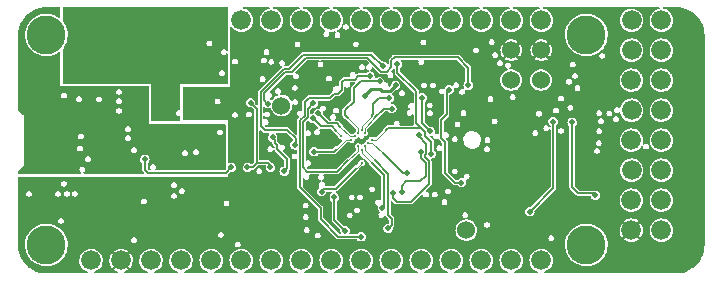
<source format=gbr>
G04 #@! TF.GenerationSoftware,KiCad,Pcbnew,(6.0.7)*
G04 #@! TF.CreationDate,2022-09-05T10:31:39-04:00*
G04 #@! TF.ProjectId,quickfeather-board,71756963-6b66-4656-9174-6865722d626f,rev?*
G04 #@! TF.SameCoordinates,Original*
G04 #@! TF.FileFunction,Copper,L3,Inr*
G04 #@! TF.FilePolarity,Positive*
%FSLAX46Y46*%
G04 Gerber Fmt 4.6, Leading zero omitted, Abs format (unit mm)*
G04 Created by KiCad (PCBNEW (6.0.7)) date 2022-09-05 10:31:39*
%MOMM*%
%LPD*%
G01*
G04 APERTURE LIST*
G04 #@! TA.AperFunction,ComponentPad*
%ADD10C,1.676400*%
G04 #@! TD*
G04 #@! TA.AperFunction,ComponentPad*
%ADD11C,1.524000*%
G04 #@! TD*
G04 #@! TA.AperFunction,ComponentPad*
%ADD12C,3.302000*%
G04 #@! TD*
G04 #@! TA.AperFunction,ViaPad*
%ADD13C,0.500000*%
G04 #@! TD*
G04 #@! TA.AperFunction,ViaPad*
%ADD14C,0.240000*%
G04 #@! TD*
G04 #@! TA.AperFunction,Conductor*
%ADD15C,0.250000*%
G04 #@! TD*
G04 #@! TA.AperFunction,Conductor*
%ADD16C,0.150000*%
G04 #@! TD*
G04 #@! TA.AperFunction,Conductor*
%ADD17C,0.075000*%
G04 #@! TD*
G04 APERTURE END LIST*
D10*
X167537000Y-115187000D03*
X164997000Y-115187000D03*
X162457000Y-115187000D03*
X159917000Y-115187000D03*
X157377000Y-115187000D03*
X154837000Y-115187000D03*
X152297000Y-115187000D03*
X149757000Y-115187000D03*
X147217000Y-115187000D03*
X144677000Y-115187000D03*
X142137000Y-115187000D03*
X139597000Y-115187000D03*
X137047000Y-115187000D03*
X134507000Y-115187000D03*
X131967000Y-115187000D03*
X129427000Y-115187000D03*
D11*
X167551000Y-97383000D03*
X167531000Y-99923000D03*
X165011100Y-97383600D03*
X164991100Y-99923600D03*
D12*
X125655100Y-96089600D03*
X125655100Y-113869600D03*
X171375100Y-113869600D03*
X171375100Y-96089600D03*
D11*
X145550000Y-102070000D03*
X161196000Y-112624000D03*
D10*
X139611000Y-94843000D03*
X142151000Y-94843000D03*
X144691000Y-94843000D03*
X147231000Y-94843000D03*
X149771000Y-94843000D03*
X152311000Y-94843000D03*
X154851000Y-94843000D03*
X157391000Y-94843000D03*
X159931000Y-94843000D03*
X162471000Y-94843000D03*
X165011000Y-94843000D03*
X167551000Y-94843000D03*
X175195000Y-94857000D03*
X177711000Y-94843000D03*
X175195000Y-97383000D03*
X177711000Y-97383000D03*
X175171000Y-99923000D03*
X177711000Y-99923000D03*
X175195000Y-102463000D03*
X177711000Y-102463000D03*
X175171000Y-105003000D03*
X177711000Y-105003000D03*
X175195000Y-107543000D03*
X177711000Y-107543000D03*
X175171000Y-110083000D03*
X177711000Y-110083000D03*
X175171000Y-112623000D03*
X177711000Y-112623000D03*
D13*
X155209800Y-100356700D03*
X152580800Y-101226700D03*
X135100000Y-112910000D03*
X135800000Y-112910000D03*
X151760000Y-98810000D03*
X165440000Y-113270000D03*
X141681000Y-105953000D03*
D14*
X152327300Y-105231543D03*
D13*
X141670000Y-101140000D03*
X162900000Y-108100000D03*
X160287067Y-106035511D03*
X149615300Y-104426700D03*
X148305300Y-108176700D03*
X149172194Y-100424565D03*
X149424499Y-109842700D03*
X136500000Y-112910000D03*
D14*
X152892985Y-104665857D03*
D13*
X145401000Y-105013000D03*
X137800000Y-102370000D03*
X150925300Y-101596700D03*
D14*
X151195929Y-105231543D03*
D13*
X150920000Y-99320000D03*
X145401000Y-107018000D03*
X154395300Y-102836700D03*
X153648888Y-99462690D03*
X160240000Y-102980000D03*
X160120000Y-110110000D03*
X137200000Y-112910000D03*
X154096383Y-110729657D03*
D14*
X152327300Y-105797228D03*
D13*
X148199500Y-103165200D03*
D14*
X150630244Y-104665857D03*
D13*
X145781000Y-107628000D03*
X144801000Y-104775000D03*
X144381000Y-101903000D03*
X161350000Y-100350000D03*
X142671000Y-107300522D03*
X144621000Y-107300522D03*
X142930000Y-101815000D03*
X158220000Y-106149958D03*
X155360000Y-98570000D03*
D14*
X153175828Y-104948700D03*
D13*
X139300000Y-104500000D03*
X140160000Y-105120000D03*
X132790000Y-103290000D03*
X131300000Y-103200000D03*
X124050000Y-99440000D03*
X138981000Y-103873000D03*
X126130000Y-99450000D03*
X135800000Y-101200000D03*
X135800000Y-102700000D03*
X140030000Y-99940000D03*
X130265300Y-99926700D03*
X135800000Y-101900000D03*
X129210000Y-99440000D03*
X133990000Y-106620000D03*
X141290000Y-107300000D03*
X160792135Y-108588809D03*
X159745300Y-100716700D03*
X168545300Y-103426700D03*
X166570300Y-111051700D03*
X157465300Y-101406700D03*
X158135300Y-104256700D03*
D14*
X152327300Y-104100172D03*
D13*
X154665300Y-101446700D03*
X148288271Y-105974559D03*
D14*
X151478772Y-104948700D03*
D13*
X170160479Y-103492479D03*
X172116216Y-109654990D03*
X148658258Y-102740700D03*
D14*
X151761615Y-104665857D03*
D13*
X153856490Y-100032050D03*
D14*
X152044457Y-104383015D03*
D13*
X157375300Y-105971200D03*
D14*
X152610143Y-104383015D03*
D13*
X155716505Y-109409499D03*
X154894883Y-102326617D03*
X153061203Y-99581131D03*
X152295300Y-113176700D03*
X157180467Y-104561533D03*
X155000000Y-109500000D03*
D14*
X152044457Y-105514385D03*
D13*
X148233758Y-101891200D03*
X148945300Y-109356700D03*
D14*
X152327300Y-106928599D03*
D13*
X146695300Y-105396700D03*
X154145300Y-98729502D03*
D14*
X152892985Y-105231543D03*
D13*
X156144241Y-107792048D03*
X154575300Y-112474032D03*
D14*
X152610143Y-105514385D03*
D13*
X150024002Y-109842700D03*
X150945300Y-112651700D03*
D15*
X154049800Y-100831200D02*
X154735300Y-100831200D01*
X152580800Y-101211200D02*
X153105300Y-100686700D01*
X154735300Y-100831200D02*
X155209800Y-100356700D01*
X152580800Y-101226700D02*
X152580800Y-101211200D01*
X153105300Y-100686700D02*
X153905300Y-100686700D01*
X153905300Y-100686700D02*
X154049800Y-100831200D01*
X154395300Y-102836700D02*
X154395300Y-103416700D01*
D16*
X154135300Y-103816700D02*
X154135300Y-103856700D01*
D15*
X148755300Y-110056700D02*
X149210499Y-110056700D01*
X149210499Y-110056700D02*
X149424499Y-109842700D01*
X149172194Y-100424565D02*
X149701817Y-100424565D01*
X154395300Y-103416700D02*
X154465300Y-103486700D01*
D17*
X153326143Y-104665857D02*
X154135300Y-103856700D01*
X152327300Y-105231543D02*
X152892985Y-104665857D01*
D15*
X149701817Y-100424565D02*
X150806382Y-99320000D01*
X148305300Y-109606700D02*
X148755300Y-110056700D01*
D16*
X154465300Y-103486700D02*
X154135300Y-103816700D01*
D17*
X152892985Y-104665857D02*
X153326143Y-104665857D01*
D15*
X148305300Y-108176700D02*
X148305300Y-109606700D01*
X150806382Y-99320000D02*
X150920000Y-99320000D01*
D17*
X153175300Y-106926700D02*
X153185300Y-106926700D01*
X152327300Y-105797228D02*
X152327300Y-106078700D01*
D16*
X154215300Y-110610740D02*
X154215300Y-107956700D01*
X154096383Y-110729657D02*
X154215300Y-110610740D01*
X154215300Y-107956700D02*
X153185300Y-106926700D01*
D17*
X152327300Y-106078700D02*
X153175300Y-106926700D01*
D16*
X148199500Y-103165200D02*
X148861000Y-103826700D01*
X148861000Y-103826700D02*
X149791087Y-103826700D01*
X149791087Y-103826700D02*
X150185300Y-104220913D01*
D17*
X150630244Y-104665857D02*
X150185300Y-104220913D01*
D16*
X157220470Y-97976700D02*
X157220993Y-97976177D01*
X144030000Y-101043554D02*
X145833554Y-99240000D01*
X157220993Y-97976177D02*
X160474777Y-97976177D01*
X144801000Y-104775000D02*
X144976000Y-104950000D01*
X145189424Y-105790072D02*
X146025300Y-106625948D01*
X146025300Y-107383700D02*
X145781000Y-107628000D01*
X154475300Y-99196700D02*
X154865300Y-98806700D01*
X160474777Y-97976177D02*
X161350000Y-98851400D01*
X154865300Y-98806700D02*
X154865300Y-98236700D01*
X154011457Y-99196700D02*
X154475300Y-99196700D01*
X145833554Y-99240000D02*
X146402000Y-99240000D01*
X147635300Y-98006700D02*
X152821457Y-98006700D01*
X161350000Y-98851400D02*
X161350000Y-100350000D01*
X154865300Y-98236700D02*
X155125300Y-97976700D01*
X146402000Y-99240000D02*
X147635300Y-98006700D01*
X155125300Y-97976700D02*
X157220470Y-97976700D01*
X146025300Y-106625948D02*
X146025300Y-107383700D01*
X144976000Y-104950000D02*
X144976000Y-105224566D01*
X144030000Y-101571400D02*
X144030000Y-101043554D01*
X144976000Y-105224566D02*
X145189424Y-105437990D01*
X152821457Y-98006700D02*
X154011457Y-99196700D01*
X144361600Y-101903000D02*
X144030000Y-101571400D01*
X145189424Y-105437990D02*
X145189424Y-105790072D01*
X144381000Y-101903000D02*
X144361600Y-101903000D01*
X143450000Y-106544000D02*
X143450000Y-106896700D01*
X143450000Y-106544000D02*
X143450000Y-106964000D01*
X143450000Y-106896700D02*
X144375300Y-106896700D01*
X143450000Y-102335000D02*
X143450000Y-106544000D01*
X143450000Y-102335000D02*
X142930000Y-101815000D01*
X143450000Y-106964000D02*
X143113478Y-107300522D01*
X143113478Y-107300522D02*
X142671000Y-107300522D01*
X144621000Y-107142400D02*
X144621000Y-107300522D01*
X144375300Y-106896700D02*
X144621000Y-107142400D01*
X158155300Y-105076700D02*
X157710300Y-104631700D01*
X157710300Y-104330659D02*
X157439734Y-104060093D01*
X158220000Y-105131400D02*
X158165300Y-105076700D01*
X156955300Y-100875300D02*
X156955300Y-103575659D01*
X157710300Y-104631700D02*
X157710300Y-104330659D01*
X155122280Y-103998617D02*
X155100363Y-103976700D01*
X155360000Y-99280000D02*
X156955300Y-100875300D01*
D17*
X153175828Y-104948700D02*
X153583300Y-104948700D01*
D16*
X158220000Y-106149958D02*
X158220000Y-105131400D01*
X158165300Y-105076700D02*
X158155300Y-105076700D01*
X156955300Y-103575659D02*
X157439734Y-104060093D01*
X154555300Y-103976700D02*
X154395300Y-104136700D01*
X157439734Y-104060093D02*
X157378258Y-103998617D01*
X155360000Y-98570000D02*
X155360000Y-99280000D01*
D17*
X153583300Y-104948700D02*
X154395300Y-104136700D01*
D16*
X155100363Y-103976700D02*
X154555300Y-103976700D01*
X157378258Y-103998617D02*
X155122280Y-103998617D01*
X140838300Y-107751700D02*
X141290000Y-107300000D01*
X133990000Y-107496400D02*
X134245300Y-107751700D01*
X134245300Y-107751700D02*
X140838300Y-107751700D01*
X133990000Y-106620000D02*
X133990000Y-107496400D01*
X159745300Y-100716700D02*
X159545300Y-100916700D01*
X159395300Y-105343390D02*
X159395300Y-107756700D01*
X159388610Y-105140010D02*
X159388610Y-105336700D01*
X159545300Y-102806700D02*
X159075000Y-103277000D01*
X159388610Y-105336700D02*
X159395300Y-105343390D01*
X159395300Y-107756700D02*
X160227409Y-108588809D01*
X159075000Y-103277000D02*
X159075000Y-104826400D01*
X159075000Y-104826400D02*
X159388610Y-105140010D01*
X160227409Y-108588809D02*
X160792135Y-108588809D01*
X159545300Y-100916700D02*
X159545300Y-102806700D01*
X168565300Y-109056700D02*
X166570300Y-111051700D01*
X168565300Y-103446700D02*
X168565300Y-109056700D01*
X168545300Y-103426700D02*
X168565300Y-103446700D01*
X157439734Y-101432266D02*
X157465300Y-101406700D01*
X157439734Y-103561134D02*
X157439734Y-101432266D01*
X158135300Y-104256700D02*
X157439734Y-103561134D01*
D17*
X152327300Y-103814700D02*
X152327300Y-104100172D01*
D16*
X153325300Y-101906700D02*
X153325300Y-102801700D01*
X154655300Y-101436700D02*
X153795300Y-101436700D01*
D17*
X153215300Y-102926700D02*
X152327300Y-103814700D01*
X153215300Y-102916700D02*
X153215300Y-102926700D01*
D16*
X153795300Y-101436700D02*
X153325300Y-101906700D01*
X153215300Y-102911700D02*
X153215300Y-102916700D01*
X154665300Y-101446700D02*
X154655300Y-101436700D01*
X153325300Y-102801700D02*
X153215300Y-102911700D01*
X148288271Y-105974559D02*
X149997441Y-105974559D01*
X149997441Y-105974559D02*
X150245300Y-105726700D01*
D17*
X151023300Y-104948700D02*
X150245300Y-105726700D01*
X151478772Y-104948700D02*
X151023300Y-104948700D01*
D16*
X170160479Y-108992479D02*
X170661000Y-109493000D01*
X171954226Y-109493000D02*
X172116216Y-109654990D01*
X170661000Y-109493000D02*
X171954226Y-109493000D01*
X170160479Y-103492479D02*
X170160479Y-108992479D01*
X148658258Y-102740700D02*
X149484258Y-103566700D01*
X149484258Y-103566700D02*
X150265300Y-103566700D01*
X150265300Y-103566700D02*
X150545300Y-103846700D01*
D17*
X151364457Y-104665857D02*
X150545300Y-103846700D01*
X151761615Y-104665857D02*
X151364457Y-104665857D01*
D16*
X151665300Y-101746700D02*
X150930300Y-102481700D01*
X152265300Y-100016700D02*
X151665300Y-100616700D01*
D17*
X152044457Y-104383015D02*
X152044457Y-103975857D01*
D16*
X150930300Y-102861700D02*
X151225300Y-103156700D01*
D17*
X152044457Y-103975857D02*
X151225300Y-103156700D01*
D16*
X150930300Y-102481700D02*
X150930300Y-102861700D01*
X153856490Y-100032050D02*
X153841140Y-100016700D01*
X153841140Y-100016700D02*
X152265300Y-100016700D01*
X151665300Y-100616700D02*
X151665300Y-101746700D01*
X157315300Y-108476700D02*
X157789779Y-108002221D01*
X155716505Y-108885495D02*
X156125300Y-108476700D01*
X157789779Y-106901179D02*
X157375300Y-106486700D01*
X154894883Y-102326617D02*
X154255383Y-102326617D01*
X157789779Y-108002221D02*
X157789779Y-106901179D01*
D17*
X152610143Y-104383015D02*
X152610143Y-103971857D01*
D16*
X156125300Y-108476700D02*
X157315300Y-108476700D01*
X157375300Y-106486700D02*
X157375300Y-105971200D01*
X154255383Y-102326617D02*
X153425300Y-103156700D01*
X155716505Y-109409499D02*
X155716505Y-108885495D01*
D17*
X152610143Y-103971857D02*
X153425300Y-103156700D01*
D16*
X147525000Y-101787000D02*
X147525000Y-102917000D01*
X147525000Y-102917000D02*
X147120300Y-103321700D01*
X150370300Y-113176700D02*
X152295300Y-113176700D01*
X153061203Y-99581131D02*
X152051910Y-99581131D01*
X151761341Y-99871700D02*
X150850300Y-99871700D01*
X149620393Y-101426700D02*
X147885300Y-101426700D01*
X150335342Y-101063833D02*
X149983260Y-101063833D01*
X150640300Y-100758875D02*
X150335342Y-101063833D01*
X147120300Y-103321700D02*
X147120300Y-109001700D01*
X152051910Y-99581131D02*
X151761341Y-99871700D01*
X147120300Y-109001700D02*
X148870300Y-110751700D01*
X149983260Y-101063833D02*
X149620393Y-101426700D01*
X148870300Y-111676700D02*
X150370300Y-113176700D01*
X150640300Y-100081700D02*
X150640300Y-100758875D01*
X147885300Y-101426700D02*
X147525000Y-101787000D01*
X150850300Y-99871700D02*
X150640300Y-100081700D01*
X148870300Y-110751700D02*
X148870300Y-111676700D01*
X157180467Y-104661867D02*
X157805300Y-105286700D01*
X157180467Y-104561533D02*
X157180467Y-104661867D01*
X157795000Y-106037000D02*
X157795000Y-106158041D01*
X158039779Y-108705775D02*
X156528854Y-110216700D01*
X156528854Y-110216700D02*
X155315300Y-110216700D01*
X157678853Y-106274188D02*
X157678853Y-106436700D01*
X157805300Y-105286700D02*
X157805300Y-106026700D01*
X157805300Y-106026700D02*
X157795000Y-106037000D01*
X157795000Y-106158041D02*
X157678853Y-106274188D01*
X155315300Y-110216700D02*
X155000000Y-109901400D01*
X158039779Y-106797626D02*
X158039779Y-108705775D01*
X157678853Y-106436700D02*
X158039779Y-106797626D01*
X155000000Y-109901400D02*
X155000000Y-109500000D01*
X147775000Y-102349958D02*
X147775000Y-103020554D01*
X147370300Y-107291700D02*
X147743600Y-107665000D01*
X147775000Y-103020554D02*
X147370300Y-103425254D01*
X150267000Y-107665000D02*
X151215300Y-106716700D01*
D17*
X152044457Y-105514385D02*
X152044457Y-105887543D01*
D16*
X147370300Y-103425254D02*
X147370300Y-107291700D01*
D17*
X152044457Y-105887543D02*
X151215300Y-106716700D01*
D16*
X148233758Y-101891200D02*
X147775000Y-102349958D01*
X147743600Y-107665000D02*
X150267000Y-107665000D01*
X149175300Y-109126700D02*
X150129198Y-109126700D01*
X150129198Y-109126700D02*
X151932249Y-107323649D01*
D17*
X152327300Y-106928599D02*
X151932249Y-107323649D01*
D16*
X148945300Y-109356700D02*
X149175300Y-109126700D01*
X146770000Y-104860998D02*
X146770000Y-105322000D01*
X146160000Y-98990000D02*
X145730000Y-98990000D01*
X154145300Y-98729502D02*
X153172498Y-97756700D01*
X146052002Y-104143000D02*
X146770000Y-104860998D01*
X145730000Y-98990000D02*
X143780000Y-100940000D01*
X143780000Y-100940000D02*
X143780000Y-103802000D01*
X144121000Y-104143000D02*
X146052002Y-104143000D01*
X146770000Y-105322000D02*
X146695300Y-105396700D01*
X147393300Y-97756700D02*
X146160000Y-98990000D01*
X143780000Y-103802000D02*
X144121000Y-104143000D01*
X153172498Y-97756700D02*
X147393300Y-97756700D01*
X155800648Y-107792048D02*
X154115300Y-106106700D01*
D17*
X153230143Y-105231543D02*
X152892985Y-105231543D01*
X154115300Y-106106700D02*
X154105300Y-106106700D01*
X154105300Y-106106700D02*
X153230143Y-105231543D01*
D16*
X156144241Y-107792048D02*
X155800648Y-107792048D01*
X154575300Y-111353241D02*
X154575300Y-107836700D01*
X154575300Y-107836700D02*
X153445300Y-106706700D01*
X154875300Y-112174032D02*
X154875300Y-111653241D01*
D17*
X152610143Y-105871543D02*
X153445300Y-106706700D01*
X152610143Y-105514385D02*
X152610143Y-105871543D01*
D16*
X154875300Y-111653241D02*
X154575300Y-111353241D01*
X154575300Y-112474032D02*
X154875300Y-112174032D01*
X150024002Y-111730402D02*
X150945300Y-112651700D01*
X150024002Y-109842700D02*
X150024002Y-111730402D01*
G04 #@! TA.AperFunction,Conductor*
G36*
X137000000Y-102336111D02*
G01*
X136979998Y-102404232D01*
X136926342Y-102450725D01*
X136882679Y-102460223D01*
X136880000Y-102459690D01*
X136784211Y-102478744D01*
X136703004Y-102533004D01*
X136648744Y-102614211D01*
X136629690Y-102710000D01*
X136648744Y-102805789D01*
X136703004Y-102886996D01*
X136784211Y-102941256D01*
X136796382Y-102943677D01*
X136867829Y-102957889D01*
X136880000Y-102960310D01*
X136881338Y-102960044D01*
X136942121Y-102977891D01*
X136988614Y-103031547D01*
X137000000Y-103083889D01*
X137000000Y-103274000D01*
X136979998Y-103342121D01*
X136926342Y-103388614D01*
X136874000Y-103400000D01*
X134626000Y-103400000D01*
X134557879Y-103379998D01*
X134511386Y-103326342D01*
X134500000Y-103274000D01*
X134500000Y-99900000D01*
X137000000Y-99900000D01*
X137000000Y-102336111D01*
G37*
G04 #@! TD.AperFunction*
G04 #@! TA.AperFunction,Conductor*
G36*
X126808866Y-93741413D02*
G01*
X126834176Y-93785250D01*
X126835300Y-93798100D01*
X126835300Y-94574286D01*
X126817987Y-94621852D01*
X126774150Y-94647162D01*
X126724300Y-94638372D01*
X126719120Y-94635088D01*
X126574253Y-94534590D01*
X126574252Y-94534589D01*
X126571994Y-94533023D01*
X126406935Y-94451625D01*
X126334310Y-94415810D01*
X126334309Y-94415809D01*
X126331846Y-94414595D01*
X126076831Y-94332964D01*
X125850002Y-94296022D01*
X125815253Y-94290363D01*
X125815252Y-94290363D01*
X125812551Y-94289923D01*
X125809816Y-94289887D01*
X125809814Y-94289887D01*
X125624795Y-94287466D01*
X125544813Y-94286419D01*
X125387417Y-94307839D01*
X125282221Y-94322155D01*
X125282217Y-94322156D01*
X125279497Y-94322526D01*
X125276865Y-94323293D01*
X125276861Y-94323294D01*
X125150965Y-94359990D01*
X125022433Y-94397454D01*
X124779267Y-94509555D01*
X124776973Y-94511059D01*
X124557639Y-94654860D01*
X124557636Y-94654863D01*
X124555341Y-94656367D01*
X124553293Y-94658195D01*
X124553289Y-94658198D01*
X124447425Y-94752686D01*
X124355576Y-94834664D01*
X124353817Y-94836779D01*
X124353815Y-94836781D01*
X124199485Y-95022343D01*
X124184359Y-95040530D01*
X124045451Y-95269443D01*
X124044390Y-95271972D01*
X124044390Y-95271973D01*
X123984131Y-95415676D01*
X123941905Y-95516373D01*
X123941229Y-95519036D01*
X123941228Y-95519038D01*
X123899886Y-95681826D01*
X123875995Y-95775896D01*
X123849168Y-96042310D01*
X123862015Y-96309763D01*
X123914252Y-96572380D01*
X124004734Y-96824390D01*
X124006034Y-96826809D01*
X124006036Y-96826814D01*
X124114771Y-97029181D01*
X124131470Y-97060259D01*
X124291679Y-97274804D01*
X124481839Y-97463312D01*
X124697774Y-97621642D01*
X124934739Y-97746316D01*
X124937328Y-97747220D01*
X124937330Y-97747221D01*
X125184937Y-97833689D01*
X125184943Y-97833691D01*
X125187530Y-97834594D01*
X125190232Y-97835107D01*
X125447894Y-97884026D01*
X125447900Y-97884027D01*
X125450593Y-97884538D01*
X125453333Y-97884646D01*
X125453336Y-97884646D01*
X125611371Y-97890855D01*
X125718148Y-97895050D01*
X125720877Y-97894751D01*
X125720881Y-97894751D01*
X125829444Y-97882861D01*
X125984318Y-97865900D01*
X126168071Y-97817522D01*
X126240597Y-97798428D01*
X126240600Y-97798427D01*
X126243255Y-97797728D01*
X126489272Y-97692030D01*
X126716964Y-97551130D01*
X126718070Y-97550193D01*
X126766457Y-97536315D01*
X126812701Y-97556900D01*
X126834894Y-97602395D01*
X126835300Y-97610135D01*
X126835300Y-100436700D01*
X134261300Y-100436700D01*
X134308866Y-100454013D01*
X134334176Y-100497850D01*
X134335300Y-100510700D01*
X134335300Y-103636700D01*
X140761300Y-103636700D01*
X140808866Y-103654013D01*
X140834176Y-103697850D01*
X140835300Y-103710700D01*
X140835300Y-107405143D01*
X140817987Y-107452709D01*
X140813626Y-107457469D01*
X140766569Y-107504526D01*
X140720693Y-107525918D01*
X140714243Y-107526200D01*
X134942520Y-107526200D01*
X134894954Y-107508887D01*
X134869644Y-107465050D01*
X134880991Y-107411089D01*
X134907209Y-107371850D01*
X134907210Y-107371847D01*
X134911258Y-107365789D01*
X134924553Y-107298955D01*
X134928890Y-107277149D01*
X134930312Y-107270000D01*
X134911258Y-107174211D01*
X134856998Y-107093004D01*
X134775791Y-107038744D01*
X134768646Y-107037323D01*
X134768644Y-107037322D01*
X134687151Y-107021112D01*
X134680002Y-107019690D01*
X134672853Y-107021112D01*
X134591360Y-107037322D01*
X134591358Y-107037323D01*
X134584213Y-107038744D01*
X134503006Y-107093004D01*
X134448746Y-107174211D01*
X134429692Y-107270000D01*
X134431114Y-107277149D01*
X134435452Y-107298955D01*
X134448746Y-107365789D01*
X134452794Y-107371847D01*
X134452795Y-107371850D01*
X134479013Y-107411089D01*
X134491044Y-107460257D01*
X134468655Y-107505656D01*
X134417484Y-107526200D01*
X134369357Y-107526200D01*
X134321791Y-107508887D01*
X134317031Y-107504526D01*
X134237174Y-107424669D01*
X134215782Y-107378793D01*
X134215500Y-107372343D01*
X134215500Y-106991544D01*
X134232813Y-106943978D01*
X134237174Y-106939218D01*
X134318050Y-106858342D01*
X134320694Y-106853152D01*
X134320696Y-106853150D01*
X134373000Y-106750498D01*
X134373001Y-106750495D01*
X134375646Y-106745304D01*
X134376557Y-106739552D01*
X134376558Y-106739549D01*
X134394581Y-106625752D01*
X134395492Y-106620000D01*
X134389157Y-106580000D01*
X134376558Y-106500451D01*
X134376557Y-106500448D01*
X134375646Y-106494696D01*
X134367217Y-106478153D01*
X134320696Y-106386850D01*
X134320694Y-106386848D01*
X134318050Y-106381658D01*
X134228342Y-106291950D01*
X134223152Y-106289306D01*
X134223150Y-106289304D01*
X134120498Y-106237000D01*
X134120495Y-106236999D01*
X134115304Y-106234354D01*
X134109552Y-106233443D01*
X134109549Y-106233442D01*
X133995752Y-106215419D01*
X133990000Y-106214508D01*
X133984248Y-106215419D01*
X133870451Y-106233442D01*
X133870448Y-106233443D01*
X133864696Y-106234354D01*
X133859505Y-106236999D01*
X133859502Y-106237000D01*
X133756850Y-106289304D01*
X133756848Y-106289306D01*
X133751658Y-106291950D01*
X133661950Y-106381658D01*
X133659306Y-106386848D01*
X133659304Y-106386850D01*
X133612783Y-106478153D01*
X133604354Y-106494696D01*
X133603443Y-106500448D01*
X133603442Y-106500451D01*
X133590843Y-106580000D01*
X133584508Y-106620000D01*
X133585419Y-106625752D01*
X133603442Y-106739549D01*
X133603443Y-106739552D01*
X133604354Y-106745304D01*
X133606999Y-106750495D01*
X133607000Y-106750498D01*
X133659304Y-106853150D01*
X133659306Y-106853152D01*
X133661950Y-106858342D01*
X133742826Y-106939218D01*
X133764218Y-106985094D01*
X133764500Y-106991544D01*
X133764500Y-107488539D01*
X133764399Y-107492412D01*
X133762300Y-107532464D01*
X133765087Y-107539724D01*
X133765087Y-107539725D01*
X133771031Y-107555209D01*
X133774329Y-107566342D01*
X133779393Y-107590168D01*
X133784389Y-107597044D01*
X133793606Y-107614021D01*
X133796654Y-107621960D01*
X133813884Y-107639190D01*
X133821424Y-107648019D01*
X133835740Y-107667723D01*
X133842473Y-107671610D01*
X133842476Y-107671613D01*
X133843102Y-107671974D01*
X133858427Y-107683733D01*
X133885068Y-107710374D01*
X133906460Y-107756250D01*
X133893359Y-107805145D01*
X133851895Y-107834179D01*
X133832742Y-107836700D01*
X128841994Y-107836700D01*
X128794428Y-107819387D01*
X128769118Y-107775550D01*
X128777908Y-107725700D01*
X128800882Y-107701171D01*
X128826981Y-107683733D01*
X128866996Y-107656996D01*
X128921256Y-107575789D01*
X128924269Y-107560646D01*
X128938888Y-107487149D01*
X128940310Y-107480000D01*
X128929304Y-107424669D01*
X128922678Y-107391358D01*
X128922677Y-107391356D01*
X128921256Y-107384211D01*
X128866996Y-107303004D01*
X128785789Y-107248744D01*
X128778644Y-107247323D01*
X128778642Y-107247322D01*
X128697149Y-107231112D01*
X128690000Y-107229690D01*
X128682851Y-107231112D01*
X128601358Y-107247322D01*
X128601356Y-107247323D01*
X128594211Y-107248744D01*
X128513004Y-107303004D01*
X128458744Y-107384211D01*
X128457323Y-107391356D01*
X128457322Y-107391358D01*
X128450696Y-107424669D01*
X128439690Y-107480000D01*
X128441112Y-107487149D01*
X128455732Y-107560646D01*
X128458744Y-107575789D01*
X128513004Y-107656996D01*
X128553020Y-107683733D01*
X128579118Y-107701171D01*
X128609049Y-107741992D01*
X128605739Y-107792503D01*
X128570736Y-107829068D01*
X128538006Y-107836700D01*
X123325600Y-107836700D01*
X123278034Y-107819387D01*
X123252724Y-107775550D01*
X123251600Y-107762700D01*
X123251600Y-107636591D01*
X123268913Y-107589025D01*
X123273274Y-107584265D01*
X123744035Y-107113504D01*
X123746822Y-107103103D01*
X123754214Y-107085257D01*
X123754728Y-107084367D01*
X123754729Y-107084364D01*
X123759600Y-107075927D01*
X123759600Y-106580000D01*
X128929690Y-106580000D01*
X128931112Y-106587149D01*
X128937647Y-106620000D01*
X128948744Y-106675789D01*
X129003004Y-106756996D01*
X129084211Y-106811256D01*
X129091356Y-106812677D01*
X129091358Y-106812678D01*
X129172851Y-106828888D01*
X129180000Y-106830310D01*
X129187149Y-106828888D01*
X129268642Y-106812678D01*
X129268644Y-106812677D01*
X129275789Y-106811256D01*
X129356996Y-106756996D01*
X129411256Y-106675789D01*
X129422354Y-106620000D01*
X129428888Y-106587149D01*
X129430310Y-106580000D01*
X129428888Y-106572851D01*
X129412678Y-106491358D01*
X129412677Y-106491356D01*
X129411256Y-106484211D01*
X129356996Y-106403004D01*
X129275789Y-106348744D01*
X129268644Y-106347323D01*
X129268642Y-106347322D01*
X129187149Y-106331112D01*
X129180000Y-106329690D01*
X129172851Y-106331112D01*
X129091358Y-106347322D01*
X129091356Y-106347323D01*
X129084211Y-106348744D01*
X129003004Y-106403004D01*
X128948744Y-106484211D01*
X128947323Y-106491356D01*
X128947322Y-106491358D01*
X128931112Y-106572851D01*
X128929690Y-106580000D01*
X123759600Y-106580000D01*
X123759600Y-105710000D01*
X128239690Y-105710000D01*
X128241112Y-105717149D01*
X128243850Y-105730911D01*
X128258744Y-105805789D01*
X128313004Y-105886996D01*
X128394211Y-105941256D01*
X128401356Y-105942677D01*
X128401358Y-105942678D01*
X128482851Y-105958888D01*
X128490000Y-105960310D01*
X128497149Y-105958888D01*
X128578642Y-105942678D01*
X128578644Y-105942677D01*
X128585789Y-105941256D01*
X128666996Y-105886996D01*
X128707284Y-105826700D01*
X132819990Y-105826700D01*
X132821412Y-105833849D01*
X132832374Y-105888955D01*
X132839044Y-105922489D01*
X132893304Y-106003696D01*
X132974511Y-106057956D01*
X132981656Y-106059377D01*
X132981658Y-106059378D01*
X133063151Y-106075588D01*
X133070300Y-106077010D01*
X133077449Y-106075588D01*
X133105542Y-106070000D01*
X137114690Y-106070000D01*
X137133744Y-106165789D01*
X137188004Y-106246996D01*
X137269211Y-106301256D01*
X137276356Y-106302677D01*
X137276358Y-106302678D01*
X137357851Y-106318888D01*
X137365000Y-106320310D01*
X137372149Y-106318888D01*
X137453642Y-106302678D01*
X137453644Y-106302677D01*
X137460789Y-106301256D01*
X137541996Y-106246996D01*
X137596256Y-106165789D01*
X137615310Y-106070000D01*
X137612109Y-106053908D01*
X137601386Y-106000000D01*
X138049690Y-106000000D01*
X138051112Y-106007149D01*
X138065009Y-106077010D01*
X138068744Y-106095789D01*
X138123004Y-106176996D01*
X138204211Y-106231256D01*
X138211356Y-106232677D01*
X138211358Y-106232678D01*
X138292851Y-106248888D01*
X138300000Y-106250310D01*
X138307149Y-106248888D01*
X138388642Y-106232678D01*
X138388644Y-106232677D01*
X138395789Y-106231256D01*
X138476996Y-106176996D01*
X138531256Y-106095789D01*
X138534992Y-106077010D01*
X138548888Y-106007149D01*
X138550310Y-106000000D01*
X138531256Y-105904211D01*
X138476996Y-105823004D01*
X138395789Y-105768744D01*
X138388644Y-105767323D01*
X138388642Y-105767322D01*
X138307149Y-105751112D01*
X138300000Y-105749690D01*
X138292851Y-105751112D01*
X138211358Y-105767322D01*
X138211356Y-105767323D01*
X138204211Y-105768744D01*
X138123004Y-105823004D01*
X138068744Y-105904211D01*
X138049690Y-106000000D01*
X137601386Y-106000000D01*
X137597678Y-105981358D01*
X137597677Y-105981356D01*
X137596256Y-105974211D01*
X137541996Y-105893004D01*
X137460789Y-105838744D01*
X137453644Y-105837323D01*
X137453642Y-105837322D01*
X137372149Y-105821112D01*
X137365000Y-105819690D01*
X137357851Y-105821112D01*
X137276358Y-105837322D01*
X137276356Y-105837323D01*
X137269211Y-105838744D01*
X137188004Y-105893004D01*
X137133744Y-105974211D01*
X137132323Y-105981356D01*
X137132322Y-105981358D01*
X137117891Y-106053908D01*
X137114690Y-106070000D01*
X133105542Y-106070000D01*
X133158942Y-106059378D01*
X133158944Y-106059377D01*
X133166089Y-106057956D01*
X133247296Y-106003696D01*
X133301556Y-105922489D01*
X133308227Y-105888955D01*
X133319188Y-105833849D01*
X133320610Y-105826700D01*
X133319069Y-105818955D01*
X133302978Y-105738058D01*
X133302977Y-105738056D01*
X133301556Y-105730911D01*
X133247296Y-105649704D01*
X133166089Y-105595444D01*
X133158944Y-105594023D01*
X133158942Y-105594022D01*
X133077449Y-105577812D01*
X133070300Y-105576390D01*
X133063151Y-105577812D01*
X132981658Y-105594022D01*
X132981656Y-105594023D01*
X132974511Y-105595444D01*
X132893304Y-105649704D01*
X132839044Y-105730911D01*
X132837623Y-105738056D01*
X132837622Y-105738058D01*
X132821531Y-105818955D01*
X132819990Y-105826700D01*
X128707284Y-105826700D01*
X128721256Y-105805789D01*
X128736151Y-105730911D01*
X128738888Y-105717149D01*
X128740310Y-105710000D01*
X128721256Y-105614211D01*
X128666996Y-105533004D01*
X128585789Y-105478744D01*
X128578644Y-105477323D01*
X128578642Y-105477322D01*
X128497149Y-105461112D01*
X128490000Y-105459690D01*
X128482851Y-105461112D01*
X128401358Y-105477322D01*
X128401356Y-105477323D01*
X128394211Y-105478744D01*
X128313004Y-105533004D01*
X128258744Y-105614211D01*
X128239690Y-105710000D01*
X123759600Y-105710000D01*
X123759600Y-104689368D01*
X128330239Y-104689368D01*
X128349293Y-104785157D01*
X128403553Y-104866364D01*
X128484760Y-104920624D01*
X128491905Y-104922045D01*
X128491907Y-104922046D01*
X128573400Y-104938256D01*
X128580549Y-104939678D01*
X128587698Y-104938256D01*
X128669191Y-104922046D01*
X128669193Y-104922045D01*
X128676338Y-104920624D01*
X128757545Y-104866364D01*
X128785183Y-104825000D01*
X132299690Y-104825000D01*
X132301112Y-104832149D01*
X132306713Y-104860304D01*
X132318744Y-104920789D01*
X132373004Y-105001996D01*
X132454211Y-105056256D01*
X132461356Y-105057677D01*
X132461358Y-105057678D01*
X132542851Y-105073888D01*
X132550000Y-105075310D01*
X132557149Y-105073888D01*
X132638642Y-105057678D01*
X132638644Y-105057677D01*
X132645789Y-105056256D01*
X132726996Y-105001996D01*
X132781256Y-104920789D01*
X132793288Y-104860304D01*
X132798888Y-104832149D01*
X132800310Y-104825000D01*
X132781256Y-104729211D01*
X132726996Y-104648004D01*
X132645789Y-104593744D01*
X132638644Y-104592323D01*
X132638642Y-104592322D01*
X132557149Y-104576112D01*
X132550000Y-104574690D01*
X132542851Y-104576112D01*
X132461358Y-104592322D01*
X132461356Y-104592323D01*
X132454211Y-104593744D01*
X132373004Y-104648004D01*
X132318744Y-104729211D01*
X132299690Y-104825000D01*
X128785183Y-104825000D01*
X128811805Y-104785157D01*
X128830859Y-104689368D01*
X128829437Y-104682219D01*
X128813227Y-104600726D01*
X128813226Y-104600724D01*
X128811805Y-104593579D01*
X128757545Y-104512372D01*
X128676338Y-104458112D01*
X128669193Y-104456691D01*
X128669191Y-104456690D01*
X128587698Y-104440480D01*
X128580549Y-104439058D01*
X128573400Y-104440480D01*
X128491907Y-104456690D01*
X128491905Y-104456691D01*
X128484760Y-104458112D01*
X128403553Y-104512372D01*
X128349293Y-104593579D01*
X128347872Y-104600724D01*
X128347871Y-104600726D01*
X128331661Y-104682219D01*
X128330239Y-104689368D01*
X123759600Y-104689368D01*
X123759600Y-104344008D01*
X140106641Y-104344008D01*
X140125695Y-104439797D01*
X140179955Y-104521004D01*
X140261162Y-104575264D01*
X140268307Y-104576685D01*
X140268309Y-104576686D01*
X140349802Y-104592896D01*
X140356951Y-104594318D01*
X140364100Y-104592896D01*
X140445593Y-104576686D01*
X140445595Y-104576685D01*
X140452740Y-104575264D01*
X140533947Y-104521004D01*
X140588207Y-104439797D01*
X140607261Y-104344008D01*
X140603259Y-104323888D01*
X140589629Y-104255366D01*
X140589628Y-104255364D01*
X140588207Y-104248219D01*
X140533947Y-104167012D01*
X140452740Y-104112752D01*
X140445595Y-104111331D01*
X140445593Y-104111330D01*
X140364100Y-104095120D01*
X140356951Y-104093698D01*
X140349802Y-104095120D01*
X140268309Y-104111330D01*
X140268307Y-104111331D01*
X140261162Y-104112752D01*
X140179955Y-104167012D01*
X140125695Y-104248219D01*
X140124274Y-104255364D01*
X140124273Y-104255366D01*
X140110643Y-104323888D01*
X140106641Y-104344008D01*
X123759600Y-104344008D01*
X123759600Y-104075000D01*
X132299690Y-104075000D01*
X132301112Y-104082149D01*
X132306917Y-104111330D01*
X132318744Y-104170789D01*
X132373004Y-104251996D01*
X132454211Y-104306256D01*
X132461356Y-104307677D01*
X132461358Y-104307678D01*
X132542851Y-104323888D01*
X132550000Y-104325310D01*
X132557149Y-104323888D01*
X132638642Y-104307678D01*
X132638644Y-104307677D01*
X132645789Y-104306256D01*
X132726996Y-104251996D01*
X132781256Y-104170789D01*
X132793084Y-104111330D01*
X132798888Y-104082149D01*
X132800310Y-104075000D01*
X132781256Y-103979211D01*
X132726996Y-103898004D01*
X132645789Y-103843744D01*
X132638644Y-103842323D01*
X132638642Y-103842322D01*
X132557149Y-103826112D01*
X132550000Y-103824690D01*
X132542851Y-103826112D01*
X132461358Y-103842322D01*
X132461356Y-103842323D01*
X132454211Y-103843744D01*
X132373004Y-103898004D01*
X132318744Y-103979211D01*
X132299690Y-104075000D01*
X123759600Y-104075000D01*
X123759600Y-102931273D01*
X123754729Y-102922836D01*
X123754728Y-102922833D01*
X123754214Y-102921943D01*
X123746822Y-102904097D01*
X123746557Y-102903108D01*
X123744035Y-102893696D01*
X123687005Y-102836665D01*
X123350340Y-102500000D01*
X131549690Y-102500000D01*
X131568744Y-102595789D01*
X131623004Y-102676996D01*
X131704211Y-102731256D01*
X131711356Y-102732677D01*
X131711358Y-102732678D01*
X131792851Y-102748888D01*
X131800000Y-102750310D01*
X131807149Y-102748888D01*
X131888642Y-102732678D01*
X131888644Y-102732677D01*
X131895789Y-102731256D01*
X131976996Y-102676996D01*
X132031256Y-102595789D01*
X132050310Y-102500000D01*
X132040303Y-102449690D01*
X132032678Y-102411358D01*
X132032677Y-102411356D01*
X132031256Y-102404211D01*
X131976996Y-102323004D01*
X131895789Y-102268744D01*
X131888644Y-102267323D01*
X131888642Y-102267322D01*
X131807149Y-102251112D01*
X131800000Y-102249690D01*
X131792851Y-102251112D01*
X131711358Y-102267322D01*
X131711356Y-102267323D01*
X131704211Y-102268744D01*
X131623004Y-102323004D01*
X131568744Y-102404211D01*
X131567323Y-102411356D01*
X131567322Y-102411358D01*
X131559697Y-102449690D01*
X131549690Y-102500000D01*
X123350340Y-102500000D01*
X123273274Y-102422934D01*
X123251882Y-102377058D01*
X123251600Y-102370609D01*
X123251600Y-101530000D01*
X128169690Y-101530000D01*
X128171112Y-101537149D01*
X128184452Y-101604211D01*
X128188744Y-101625789D01*
X128243004Y-101706996D01*
X128324211Y-101761256D01*
X128331356Y-101762677D01*
X128331358Y-101762678D01*
X128412851Y-101778888D01*
X128420000Y-101780310D01*
X128427149Y-101778888D01*
X128508642Y-101762678D01*
X128508644Y-101762677D01*
X128515789Y-101761256D01*
X128596996Y-101706996D01*
X128651256Y-101625789D01*
X128655549Y-101604211D01*
X128668321Y-101540000D01*
X129859690Y-101540000D01*
X129861112Y-101547149D01*
X129872463Y-101604211D01*
X129878744Y-101635789D01*
X129933004Y-101716996D01*
X130014211Y-101771256D01*
X130021356Y-101772677D01*
X130021358Y-101772678D01*
X130102851Y-101788888D01*
X130110000Y-101790310D01*
X130117149Y-101788888D01*
X130198642Y-101772678D01*
X130198644Y-101772677D01*
X130205789Y-101771256D01*
X130286996Y-101716996D01*
X130298352Y-101700000D01*
X131549690Y-101700000D01*
X131551112Y-101707149D01*
X131562158Y-101762678D01*
X131568744Y-101795789D01*
X131623004Y-101876996D01*
X131704211Y-101931256D01*
X131711356Y-101932677D01*
X131711358Y-101932678D01*
X131792851Y-101948888D01*
X131800000Y-101950310D01*
X131807149Y-101948888D01*
X131888642Y-101932678D01*
X131888644Y-101932677D01*
X131895789Y-101931256D01*
X131976996Y-101876996D01*
X132031256Y-101795789D01*
X132037843Y-101762678D01*
X132048888Y-101707149D01*
X132050310Y-101700000D01*
X132040303Y-101649690D01*
X132032678Y-101611358D01*
X132032677Y-101611356D01*
X132031256Y-101604211D01*
X131976996Y-101523004D01*
X131895789Y-101468744D01*
X131888644Y-101467323D01*
X131888642Y-101467322D01*
X131807149Y-101451112D01*
X131800000Y-101449690D01*
X131792851Y-101451112D01*
X131711358Y-101467322D01*
X131711356Y-101467323D01*
X131704211Y-101468744D01*
X131623004Y-101523004D01*
X131568744Y-101604211D01*
X131567323Y-101611356D01*
X131567322Y-101611358D01*
X131559697Y-101649690D01*
X131549690Y-101700000D01*
X130298352Y-101700000D01*
X130341256Y-101635789D01*
X130347538Y-101604211D01*
X130358888Y-101547149D01*
X130360310Y-101540000D01*
X130352104Y-101498744D01*
X130342678Y-101451358D01*
X130342677Y-101451356D01*
X130341256Y-101444211D01*
X130286996Y-101363004D01*
X130205789Y-101308744D01*
X130198644Y-101307323D01*
X130198642Y-101307322D01*
X130117149Y-101291112D01*
X130110000Y-101289690D01*
X130102851Y-101291112D01*
X130021358Y-101307322D01*
X130021356Y-101307323D01*
X130014211Y-101308744D01*
X129933004Y-101363004D01*
X129878744Y-101444211D01*
X129877323Y-101451356D01*
X129877322Y-101451358D01*
X129867896Y-101498744D01*
X129859690Y-101540000D01*
X128668321Y-101540000D01*
X128668888Y-101537149D01*
X128670310Y-101530000D01*
X128660303Y-101479690D01*
X128652678Y-101441358D01*
X128652677Y-101441356D01*
X128651256Y-101434211D01*
X128596996Y-101353004D01*
X128515789Y-101298744D01*
X128508644Y-101297323D01*
X128508642Y-101297322D01*
X128427149Y-101281112D01*
X128420000Y-101279690D01*
X128412851Y-101281112D01*
X128331358Y-101297322D01*
X128331356Y-101297323D01*
X128324211Y-101298744D01*
X128243004Y-101353004D01*
X128188744Y-101434211D01*
X128187323Y-101441356D01*
X128187322Y-101441358D01*
X128179697Y-101479690D01*
X128169690Y-101530000D01*
X123251600Y-101530000D01*
X123251600Y-101220000D01*
X126869690Y-101220000D01*
X126871112Y-101227149D01*
X126887060Y-101307322D01*
X126888744Y-101315789D01*
X126943004Y-101396996D01*
X127024211Y-101451256D01*
X127031356Y-101452677D01*
X127031358Y-101452678D01*
X127112851Y-101468888D01*
X127120000Y-101470310D01*
X127127149Y-101468888D01*
X127208642Y-101452678D01*
X127208644Y-101452677D01*
X127215789Y-101451256D01*
X127296996Y-101396996D01*
X127351256Y-101315789D01*
X127352941Y-101307322D01*
X127368888Y-101227149D01*
X127370310Y-101220000D01*
X127356165Y-101148888D01*
X127352678Y-101131358D01*
X127352677Y-101131356D01*
X127351256Y-101124211D01*
X127296996Y-101043004D01*
X127215789Y-100988744D01*
X127208644Y-100987323D01*
X127208642Y-100987322D01*
X127127149Y-100971112D01*
X127120000Y-100969690D01*
X127112851Y-100971112D01*
X127031358Y-100987322D01*
X127031356Y-100987323D01*
X127024211Y-100988744D01*
X126943004Y-101043004D01*
X126888744Y-101124211D01*
X126887323Y-101131356D01*
X126887322Y-101131358D01*
X126883835Y-101148888D01*
X126869690Y-101220000D01*
X123251600Y-101220000D01*
X123251600Y-100900000D01*
X131549690Y-100900000D01*
X131551112Y-100907149D01*
X131567060Y-100987322D01*
X131568744Y-100995789D01*
X131623004Y-101076996D01*
X131704211Y-101131256D01*
X131711356Y-101132677D01*
X131711358Y-101132678D01*
X131792851Y-101148888D01*
X131800000Y-101150310D01*
X131807149Y-101148888D01*
X131888642Y-101132678D01*
X131888644Y-101132677D01*
X131895789Y-101131256D01*
X131976996Y-101076996D01*
X132031256Y-100995789D01*
X132032941Y-100987322D01*
X132048888Y-100907149D01*
X132050310Y-100900000D01*
X132031256Y-100804211D01*
X131976996Y-100723004D01*
X131895789Y-100668744D01*
X131888644Y-100667323D01*
X131888642Y-100667322D01*
X131807149Y-100651112D01*
X131800000Y-100649690D01*
X131792851Y-100651112D01*
X131711358Y-100667322D01*
X131711356Y-100667323D01*
X131704211Y-100668744D01*
X131623004Y-100723004D01*
X131568744Y-100804211D01*
X131549690Y-100900000D01*
X123251600Y-100900000D01*
X123251600Y-96143157D01*
X123254121Y-96124004D01*
X123254388Y-96123008D01*
X123256909Y-96113600D01*
X123254388Y-96104191D01*
X123254388Y-96096161D01*
X123253304Y-96085431D01*
X123268752Y-95830047D01*
X123269829Y-95821176D01*
X123320229Y-95546153D01*
X123322368Y-95537477D01*
X123405546Y-95270550D01*
X123408714Y-95262195D01*
X123523466Y-95007226D01*
X123527619Y-94999313D01*
X123627152Y-94834664D01*
X123672265Y-94760039D01*
X123677340Y-94752686D01*
X123849774Y-94532591D01*
X123855700Y-94525902D01*
X124053402Y-94328200D01*
X124060091Y-94322274D01*
X124280186Y-94149840D01*
X124287540Y-94144764D01*
X124306698Y-94133183D01*
X124526813Y-94000119D01*
X124534726Y-93995966D01*
X124789695Y-93881214D01*
X124798050Y-93878046D01*
X125064977Y-93794868D01*
X125073653Y-93792729D01*
X125348676Y-93742329D01*
X125357547Y-93741252D01*
X125554800Y-93729320D01*
X125612932Y-93725804D01*
X125623661Y-93726888D01*
X125631691Y-93726888D01*
X125641100Y-93729409D01*
X125651506Y-93726621D01*
X125670657Y-93724100D01*
X126761300Y-93724100D01*
X126808866Y-93741413D01*
G37*
G04 #@! TD.AperFunction*
G04 #@! TA.AperFunction,Conductor*
G36*
X144524799Y-93741413D02*
G01*
X144550109Y-93785250D01*
X144541319Y-93835100D01*
X144498126Y-93869089D01*
X144322305Y-93920836D01*
X144322301Y-93920838D01*
X144318834Y-93921858D01*
X144228678Y-93968990D01*
X144150212Y-94010011D01*
X144150209Y-94010013D01*
X144147005Y-94011688D01*
X144144187Y-94013954D01*
X144144185Y-94013955D01*
X144117170Y-94035676D01*
X143995896Y-94133183D01*
X143993570Y-94135955D01*
X143993568Y-94135957D01*
X143873590Y-94278940D01*
X143873587Y-94278944D01*
X143871263Y-94281714D01*
X143777854Y-94451625D01*
X143776760Y-94455074D01*
X143753288Y-94529068D01*
X143719226Y-94636443D01*
X143718823Y-94640032D01*
X143718823Y-94640034D01*
X143715727Y-94667634D01*
X143697613Y-94829129D01*
X143697916Y-94832738D01*
X143697916Y-94832740D01*
X143707292Y-94944397D01*
X143713837Y-95022343D01*
X143740559Y-95115534D01*
X143764178Y-95197900D01*
X143767282Y-95208726D01*
X143855911Y-95381178D01*
X143976347Y-95533132D01*
X143979100Y-95535475D01*
X143979101Y-95535476D01*
X143992797Y-95547132D01*
X144124005Y-95658799D01*
X144293260Y-95753392D01*
X144477664Y-95813308D01*
X144545450Y-95821391D01*
X144666594Y-95835837D01*
X144666597Y-95835837D01*
X144670194Y-95836266D01*
X144720977Y-95832359D01*
X144859907Y-95821669D01*
X144859909Y-95821669D01*
X144863517Y-95821391D01*
X145050268Y-95769249D01*
X145062194Y-95763225D01*
X145195620Y-95695826D01*
X145223335Y-95681826D01*
X145376126Y-95562453D01*
X145502820Y-95415676D01*
X145504603Y-95412537D01*
X145504606Y-95412533D01*
X145562081Y-95311358D01*
X145598593Y-95247086D01*
X145606697Y-95222726D01*
X145658652Y-95066542D01*
X145658653Y-95066539D01*
X145659795Y-95063105D01*
X145684097Y-94870740D01*
X145684484Y-94843000D01*
X145683875Y-94836781D01*
X145667289Y-94667634D01*
X145665563Y-94650031D01*
X145609522Y-94464413D01*
X145540076Y-94333804D01*
X145520193Y-94296409D01*
X145520192Y-94296408D01*
X145518494Y-94293214D01*
X145395947Y-94142957D01*
X145256934Y-94027955D01*
X145249344Y-94021676D01*
X145249342Y-94021675D01*
X145246549Y-94019364D01*
X145236546Y-94013955D01*
X145079174Y-93928865D01*
X145075991Y-93927144D01*
X145072541Y-93926076D01*
X145072536Y-93926074D01*
X144894219Y-93870876D01*
X144894216Y-93870875D01*
X144892337Y-93870294D01*
X144892336Y-93870293D01*
X144890768Y-93869808D01*
X144890893Y-93869405D01*
X144849702Y-93844064D01*
X144833725Y-93796033D01*
X144852360Y-93748968D01*
X144896887Y-93724894D01*
X144907696Y-93724100D01*
X147017233Y-93724100D01*
X147064799Y-93741413D01*
X147090109Y-93785250D01*
X147081319Y-93835100D01*
X147038126Y-93869089D01*
X146862305Y-93920836D01*
X146862301Y-93920838D01*
X146858834Y-93921858D01*
X146768678Y-93968990D01*
X146690212Y-94010011D01*
X146690209Y-94010013D01*
X146687005Y-94011688D01*
X146684187Y-94013954D01*
X146684185Y-94013955D01*
X146657170Y-94035676D01*
X146535896Y-94133183D01*
X146533570Y-94135955D01*
X146533568Y-94135957D01*
X146413590Y-94278940D01*
X146413587Y-94278944D01*
X146411263Y-94281714D01*
X146317854Y-94451625D01*
X146316760Y-94455074D01*
X146293288Y-94529068D01*
X146259226Y-94636443D01*
X146258823Y-94640032D01*
X146258823Y-94640034D01*
X146255727Y-94667634D01*
X146237613Y-94829129D01*
X146237916Y-94832738D01*
X146237916Y-94832740D01*
X146247292Y-94944397D01*
X146253837Y-95022343D01*
X146280559Y-95115534D01*
X146304178Y-95197900D01*
X146307282Y-95208726D01*
X146395911Y-95381178D01*
X146516347Y-95533132D01*
X146519100Y-95535475D01*
X146519101Y-95535476D01*
X146532797Y-95547132D01*
X146664005Y-95658799D01*
X146833260Y-95753392D01*
X147017664Y-95813308D01*
X147085450Y-95821391D01*
X147206594Y-95835837D01*
X147206597Y-95835837D01*
X147210194Y-95836266D01*
X147260977Y-95832359D01*
X147399907Y-95821669D01*
X147399909Y-95821669D01*
X147403517Y-95821391D01*
X147590268Y-95769249D01*
X147602194Y-95763225D01*
X147735620Y-95695826D01*
X147763335Y-95681826D01*
X147916126Y-95562453D01*
X148042820Y-95415676D01*
X148044603Y-95412537D01*
X148044606Y-95412533D01*
X148102081Y-95311358D01*
X148138593Y-95247086D01*
X148146697Y-95222726D01*
X148198652Y-95066542D01*
X148198653Y-95066539D01*
X148199795Y-95063105D01*
X148224097Y-94870740D01*
X148224484Y-94843000D01*
X148223875Y-94836781D01*
X148207289Y-94667634D01*
X148205563Y-94650031D01*
X148149522Y-94464413D01*
X148080076Y-94333804D01*
X148060193Y-94296409D01*
X148060192Y-94296408D01*
X148058494Y-94293214D01*
X147935947Y-94142957D01*
X147796934Y-94027955D01*
X147789344Y-94021676D01*
X147789342Y-94021675D01*
X147786549Y-94019364D01*
X147776546Y-94013955D01*
X147619174Y-93928865D01*
X147615991Y-93927144D01*
X147612541Y-93926076D01*
X147612536Y-93926074D01*
X147434219Y-93870876D01*
X147434216Y-93870875D01*
X147432337Y-93870294D01*
X147432336Y-93870293D01*
X147430768Y-93869808D01*
X147430893Y-93869405D01*
X147389702Y-93844064D01*
X147373725Y-93796033D01*
X147392360Y-93748968D01*
X147436887Y-93724894D01*
X147447696Y-93724100D01*
X149557233Y-93724100D01*
X149604799Y-93741413D01*
X149630109Y-93785250D01*
X149621319Y-93835100D01*
X149578126Y-93869089D01*
X149402305Y-93920836D01*
X149402301Y-93920838D01*
X149398834Y-93921858D01*
X149308678Y-93968990D01*
X149230212Y-94010011D01*
X149230209Y-94010013D01*
X149227005Y-94011688D01*
X149224187Y-94013954D01*
X149224185Y-94013955D01*
X149197170Y-94035676D01*
X149075896Y-94133183D01*
X149073570Y-94135955D01*
X149073568Y-94135957D01*
X148953590Y-94278940D01*
X148953587Y-94278944D01*
X148951263Y-94281714D01*
X148857854Y-94451625D01*
X148856760Y-94455074D01*
X148833288Y-94529068D01*
X148799226Y-94636443D01*
X148798823Y-94640032D01*
X148798823Y-94640034D01*
X148795727Y-94667634D01*
X148777613Y-94829129D01*
X148777916Y-94832738D01*
X148777916Y-94832740D01*
X148787292Y-94944397D01*
X148793837Y-95022343D01*
X148820559Y-95115534D01*
X148844178Y-95197900D01*
X148847282Y-95208726D01*
X148935911Y-95381178D01*
X149056347Y-95533132D01*
X149059100Y-95535475D01*
X149059101Y-95535476D01*
X149072797Y-95547132D01*
X149204005Y-95658799D01*
X149231730Y-95674294D01*
X149264804Y-95712611D01*
X149265511Y-95763225D01*
X149236739Y-95800418D01*
X149203579Y-95822575D01*
X149173004Y-95843004D01*
X149118744Y-95924211D01*
X149099690Y-96020000D01*
X149101112Y-96027149D01*
X149117304Y-96108548D01*
X149118744Y-96115789D01*
X149173004Y-96196996D01*
X149254211Y-96251256D01*
X149261356Y-96252677D01*
X149261358Y-96252678D01*
X149342851Y-96268888D01*
X149350000Y-96270310D01*
X149357149Y-96268888D01*
X149438642Y-96252678D01*
X149438644Y-96252677D01*
X149445789Y-96251256D01*
X149526996Y-96196996D01*
X149581256Y-96115789D01*
X149582697Y-96108548D01*
X149598888Y-96027149D01*
X149600310Y-96020000D01*
X149581256Y-95924211D01*
X149580744Y-95923444D01*
X149578695Y-95876502D01*
X149609511Y-95836343D01*
X149658031Y-95825276D01*
X149698040Y-95830047D01*
X149746594Y-95835837D01*
X149746597Y-95835837D01*
X149750194Y-95836266D01*
X149800977Y-95832359D01*
X149939907Y-95821669D01*
X149939909Y-95821669D01*
X149943517Y-95821391D01*
X150038787Y-95794791D01*
X150089257Y-95798674D01*
X150125423Y-95834091D01*
X150130362Y-95884468D01*
X150120217Y-95907176D01*
X150068744Y-95984211D01*
X150067323Y-95991356D01*
X150067322Y-95991358D01*
X150057187Y-96042310D01*
X150049690Y-96080000D01*
X150051112Y-96087149D01*
X150056374Y-96113600D01*
X150068744Y-96175789D01*
X150123004Y-96256996D01*
X150204211Y-96311256D01*
X150211356Y-96312677D01*
X150211358Y-96312678D01*
X150292851Y-96328888D01*
X150300000Y-96330310D01*
X150307149Y-96328888D01*
X150388642Y-96312678D01*
X150388644Y-96312677D01*
X150395789Y-96311256D01*
X150476996Y-96256996D01*
X150531256Y-96175789D01*
X150543627Y-96113600D01*
X150548888Y-96087149D01*
X150550310Y-96080000D01*
X150542813Y-96042310D01*
X169569168Y-96042310D01*
X169571239Y-96085431D01*
X169580052Y-96268888D01*
X169582015Y-96309763D01*
X169597949Y-96389868D01*
X169629803Y-96550011D01*
X169634252Y-96572380D01*
X169724734Y-96824390D01*
X169726034Y-96826809D01*
X169726036Y-96826814D01*
X169807616Y-96978642D01*
X169851470Y-97060259D01*
X170011679Y-97274804D01*
X170013628Y-97276736D01*
X170127885Y-97390000D01*
X170201839Y-97463312D01*
X170417774Y-97621642D01*
X170654739Y-97746316D01*
X170657328Y-97747220D01*
X170657330Y-97747221D01*
X170904937Y-97833689D01*
X170904943Y-97833691D01*
X170907530Y-97834594D01*
X170910232Y-97835107D01*
X171167894Y-97884026D01*
X171167900Y-97884027D01*
X171170593Y-97884538D01*
X171173333Y-97884646D01*
X171173336Y-97884646D01*
X171331371Y-97890855D01*
X171438148Y-97895050D01*
X171440877Y-97894751D01*
X171440881Y-97894751D01*
X171549444Y-97882861D01*
X171704318Y-97865900D01*
X171791299Y-97843000D01*
X172460690Y-97843000D01*
X172462112Y-97850149D01*
X172476981Y-97924897D01*
X172479744Y-97938789D01*
X172534004Y-98019996D01*
X172615211Y-98074256D01*
X172622356Y-98075677D01*
X172622358Y-98075678D01*
X172703851Y-98091888D01*
X172711000Y-98093310D01*
X172718149Y-98091888D01*
X172799642Y-98075678D01*
X172799644Y-98075677D01*
X172806789Y-98074256D01*
X172887996Y-98019996D01*
X172942256Y-97938789D01*
X172945020Y-97924897D01*
X172959888Y-97850149D01*
X172961310Y-97843000D01*
X172952818Y-97800310D01*
X172943678Y-97754358D01*
X172943677Y-97754356D01*
X172942256Y-97747211D01*
X172887996Y-97666004D01*
X172806789Y-97611744D01*
X172799644Y-97610323D01*
X172799642Y-97610322D01*
X172718149Y-97594112D01*
X172711000Y-97592690D01*
X172703851Y-97594112D01*
X172622358Y-97610322D01*
X172622356Y-97610323D01*
X172615211Y-97611744D01*
X172534004Y-97666004D01*
X172479744Y-97747211D01*
X172478323Y-97754356D01*
X172478322Y-97754358D01*
X172469182Y-97800310D01*
X172460690Y-97843000D01*
X171791299Y-97843000D01*
X171889488Y-97817149D01*
X171960597Y-97798428D01*
X171960600Y-97798427D01*
X171963255Y-97797728D01*
X172209272Y-97692030D01*
X172311200Y-97628955D01*
X172434628Y-97552576D01*
X172434632Y-97552573D01*
X172436964Y-97551130D01*
X172633131Y-97385062D01*
X172639229Y-97379900D01*
X172641328Y-97378123D01*
X172649216Y-97369129D01*
X174201613Y-97369129D01*
X174201916Y-97372738D01*
X174201916Y-97372740D01*
X174217373Y-97556816D01*
X174217837Y-97562343D01*
X174234377Y-97620023D01*
X174255025Y-97692030D01*
X174271282Y-97748726D01*
X174359911Y-97921178D01*
X174480347Y-98073132D01*
X174483100Y-98075475D01*
X174483101Y-98075476D01*
X174514799Y-98102453D01*
X174628005Y-98198799D01*
X174797260Y-98293392D01*
X174981664Y-98353308D01*
X175041743Y-98360472D01*
X175170594Y-98375837D01*
X175170597Y-98375837D01*
X175174194Y-98376266D01*
X175224977Y-98372359D01*
X175363907Y-98361669D01*
X175363909Y-98361669D01*
X175367517Y-98361391D01*
X175554268Y-98309249D01*
X175561912Y-98305388D01*
X175685713Y-98242851D01*
X175727335Y-98221826D01*
X175880126Y-98102453D01*
X176006820Y-97955676D01*
X176008603Y-97952537D01*
X176008606Y-97952533D01*
X176075313Y-97835107D01*
X176102593Y-97787086D01*
X176103835Y-97783354D01*
X176162652Y-97606542D01*
X176162653Y-97606539D01*
X176163795Y-97603105D01*
X176188097Y-97410740D01*
X176188484Y-97383000D01*
X176188107Y-97379147D01*
X176187125Y-97369129D01*
X176717613Y-97369129D01*
X176717916Y-97372738D01*
X176717916Y-97372740D01*
X176733373Y-97556816D01*
X176733837Y-97562343D01*
X176750377Y-97620023D01*
X176771025Y-97692030D01*
X176787282Y-97748726D01*
X176875911Y-97921178D01*
X176996347Y-98073132D01*
X176999100Y-98075475D01*
X176999101Y-98075476D01*
X177030799Y-98102453D01*
X177144005Y-98198799D01*
X177313260Y-98293392D01*
X177497664Y-98353308D01*
X177557743Y-98360472D01*
X177686594Y-98375837D01*
X177686597Y-98375837D01*
X177690194Y-98376266D01*
X177740977Y-98372359D01*
X177879907Y-98361669D01*
X177879909Y-98361669D01*
X177883517Y-98361391D01*
X178070268Y-98309249D01*
X178077912Y-98305388D01*
X178201713Y-98242851D01*
X178243335Y-98221826D01*
X178396126Y-98102453D01*
X178522820Y-97955676D01*
X178524603Y-97952537D01*
X178524606Y-97952533D01*
X178591313Y-97835107D01*
X178618593Y-97787086D01*
X178619835Y-97783354D01*
X178678652Y-97606542D01*
X178678653Y-97606539D01*
X178679795Y-97603105D01*
X178704097Y-97410740D01*
X178704484Y-97383000D01*
X178704107Y-97379147D01*
X178690212Y-97237448D01*
X178685563Y-97190031D01*
X178629522Y-97004413D01*
X178566923Y-96886682D01*
X178540193Y-96836409D01*
X178540192Y-96836408D01*
X178538494Y-96833214D01*
X178415947Y-96682957D01*
X178279026Y-96569686D01*
X178269344Y-96561676D01*
X178269342Y-96561675D01*
X178266549Y-96559364D01*
X178256546Y-96553955D01*
X178099174Y-96468865D01*
X178095991Y-96467144D01*
X178092541Y-96466076D01*
X178092536Y-96466074D01*
X177975551Y-96429862D01*
X177910768Y-96409808D01*
X177717936Y-96389540D01*
X177524840Y-96407113D01*
X177480017Y-96420305D01*
X177342305Y-96460836D01*
X177342301Y-96460838D01*
X177338834Y-96461858D01*
X177248678Y-96508990D01*
X177170212Y-96550011D01*
X177170209Y-96550013D01*
X177167005Y-96551688D01*
X177164187Y-96553954D01*
X177164185Y-96553955D01*
X177122766Y-96587257D01*
X177015896Y-96673183D01*
X177013570Y-96675955D01*
X177013568Y-96675957D01*
X176893590Y-96818940D01*
X176893587Y-96818944D01*
X176891263Y-96821714D01*
X176797854Y-96991625D01*
X176796760Y-96995074D01*
X176745292Y-97157322D01*
X176739226Y-97176443D01*
X176738823Y-97180032D01*
X176738823Y-97180034D01*
X176735579Y-97208955D01*
X176717613Y-97369129D01*
X176187125Y-97369129D01*
X176174212Y-97237448D01*
X176169563Y-97190031D01*
X176113522Y-97004413D01*
X176050923Y-96886682D01*
X176024193Y-96836409D01*
X176024192Y-96836408D01*
X176022494Y-96833214D01*
X175899947Y-96682957D01*
X175763026Y-96569686D01*
X175753344Y-96561676D01*
X175753342Y-96561675D01*
X175750549Y-96559364D01*
X175740546Y-96553955D01*
X175583174Y-96468865D01*
X175579991Y-96467144D01*
X175576541Y-96466076D01*
X175576536Y-96466074D01*
X175459551Y-96429862D01*
X175394768Y-96409808D01*
X175201936Y-96389540D01*
X175008840Y-96407113D01*
X174964017Y-96420305D01*
X174826305Y-96460836D01*
X174826301Y-96460838D01*
X174822834Y-96461858D01*
X174732678Y-96508990D01*
X174654212Y-96550011D01*
X174654209Y-96550013D01*
X174651005Y-96551688D01*
X174648187Y-96553954D01*
X174648185Y-96553955D01*
X174606766Y-96587257D01*
X174499896Y-96673183D01*
X174497570Y-96675955D01*
X174497568Y-96675957D01*
X174377590Y-96818940D01*
X174377587Y-96818944D01*
X174375263Y-96821714D01*
X174281854Y-96991625D01*
X174280760Y-96995074D01*
X174229292Y-97157322D01*
X174223226Y-97176443D01*
X174222823Y-97180032D01*
X174222823Y-97180034D01*
X174219579Y-97208955D01*
X174201613Y-97369129D01*
X172649216Y-97369129D01*
X172817876Y-97176810D01*
X172894405Y-97057832D01*
X172961242Y-96953923D01*
X172961245Y-96953918D01*
X172962728Y-96951612D01*
X172969359Y-96936893D01*
X173014623Y-96836409D01*
X173072703Y-96707477D01*
X173073446Y-96704841D01*
X173073449Y-96704834D01*
X173138442Y-96474381D01*
X173145384Y-96449768D01*
X173150332Y-96410879D01*
X173178940Y-96185997D01*
X173178940Y-96185993D01*
X173179175Y-96184148D01*
X173179236Y-96181847D01*
X173180776Y-96123008D01*
X173181651Y-96089600D01*
X173181342Y-96085431D01*
X173162011Y-95825304D01*
X173162011Y-95825301D01*
X173161808Y-95822575D01*
X173102713Y-95561416D01*
X173097159Y-95547132D01*
X173006659Y-95314414D01*
X173005666Y-95311860D01*
X172872799Y-95079390D01*
X172707029Y-94869112D01*
X172511999Y-94685646D01*
X172291994Y-94533023D01*
X172120511Y-94448457D01*
X172054310Y-94415810D01*
X172054309Y-94415809D01*
X172051846Y-94414595D01*
X171796831Y-94332964D01*
X171568109Y-94295714D01*
X171535253Y-94290363D01*
X171535252Y-94290363D01*
X171532551Y-94289923D01*
X171529816Y-94289887D01*
X171529814Y-94289887D01*
X171344795Y-94287466D01*
X171264813Y-94286419D01*
X171112010Y-94307214D01*
X171002221Y-94322155D01*
X171002217Y-94322156D01*
X170999497Y-94322526D01*
X170996865Y-94323293D01*
X170996861Y-94323294D01*
X170870965Y-94359990D01*
X170742433Y-94397454D01*
X170499267Y-94509555D01*
X170496973Y-94511059D01*
X170277639Y-94654860D01*
X170277636Y-94654863D01*
X170275341Y-94656367D01*
X170273293Y-94658195D01*
X170273289Y-94658198D01*
X170167425Y-94752686D01*
X170075576Y-94834664D01*
X170073817Y-94836779D01*
X170073815Y-94836781D01*
X169910841Y-95032736D01*
X169904359Y-95040530D01*
X169902929Y-95042887D01*
X169902928Y-95042888D01*
X169796088Y-95218955D01*
X169765451Y-95269443D01*
X169764390Y-95271972D01*
X169764390Y-95271973D01*
X169670537Y-95495789D01*
X169661905Y-95516373D01*
X169661229Y-95519036D01*
X169661228Y-95519038D01*
X169597871Y-95768510D01*
X169595995Y-95775896D01*
X169580340Y-95931360D01*
X169571415Y-96020000D01*
X169569168Y-96042310D01*
X150542813Y-96042310D01*
X150532678Y-95991358D01*
X150532677Y-95991356D01*
X150531256Y-95984211D01*
X150476996Y-95903004D01*
X150395789Y-95848744D01*
X150388644Y-95847323D01*
X150388642Y-95847322D01*
X150302856Y-95830258D01*
X150259581Y-95803998D01*
X150243311Y-95756065D01*
X150261657Y-95708888D01*
X150283926Y-95691630D01*
X150303335Y-95681826D01*
X150456126Y-95562453D01*
X150582820Y-95415676D01*
X150584603Y-95412537D01*
X150584606Y-95412533D01*
X150591726Y-95400000D01*
X150779690Y-95400000D01*
X150798744Y-95495789D01*
X150853004Y-95576996D01*
X150934211Y-95631256D01*
X150941356Y-95632677D01*
X150941358Y-95632678D01*
X151022851Y-95648888D01*
X151030000Y-95650310D01*
X151037149Y-95648888D01*
X151118642Y-95632678D01*
X151118644Y-95632677D01*
X151125789Y-95631256D01*
X151206996Y-95576996D01*
X151261256Y-95495789D01*
X151280310Y-95400000D01*
X151261256Y-95304211D01*
X151206996Y-95223004D01*
X151125789Y-95168744D01*
X151118644Y-95167323D01*
X151118642Y-95167322D01*
X151037149Y-95151112D01*
X151030000Y-95149690D01*
X151022851Y-95151112D01*
X150941358Y-95167322D01*
X150941356Y-95167323D01*
X150934211Y-95168744D01*
X150853004Y-95223004D01*
X150830691Y-95256399D01*
X150826701Y-95262370D01*
X150785880Y-95292302D01*
X150783481Y-95292145D01*
X150791586Y-95340195D01*
X150779690Y-95400000D01*
X150591726Y-95400000D01*
X150642081Y-95311358D01*
X150654666Y-95289205D01*
X150693214Y-95256399D01*
X150701264Y-95256343D01*
X150698804Y-95253988D01*
X150693293Y-95203670D01*
X150694955Y-95197900D01*
X150738652Y-95066542D01*
X150738653Y-95066539D01*
X150739795Y-95063105D01*
X150764097Y-94870740D01*
X150764484Y-94843000D01*
X150763875Y-94836781D01*
X150747289Y-94667634D01*
X150745563Y-94650031D01*
X150689522Y-94464413D01*
X150620076Y-94333804D01*
X150600193Y-94296409D01*
X150600192Y-94296408D01*
X150598494Y-94293214D01*
X150475947Y-94142957D01*
X150336934Y-94027955D01*
X150329344Y-94021676D01*
X150329342Y-94021675D01*
X150326549Y-94019364D01*
X150316546Y-94013955D01*
X150159174Y-93928865D01*
X150155991Y-93927144D01*
X150152541Y-93926076D01*
X150152536Y-93926074D01*
X149974219Y-93870876D01*
X149974216Y-93870875D01*
X149972337Y-93870294D01*
X149972336Y-93870293D01*
X149970768Y-93869808D01*
X149970893Y-93869405D01*
X149929702Y-93844064D01*
X149913725Y-93796033D01*
X149932360Y-93748968D01*
X149976887Y-93724894D01*
X149987696Y-93724100D01*
X152097233Y-93724100D01*
X152144799Y-93741413D01*
X152170109Y-93785250D01*
X152161319Y-93835100D01*
X152118126Y-93869089D01*
X151942305Y-93920836D01*
X151942301Y-93920838D01*
X151938834Y-93921858D01*
X151848678Y-93968990D01*
X151770212Y-94010011D01*
X151770209Y-94010013D01*
X151767005Y-94011688D01*
X151764187Y-94013954D01*
X151764185Y-94013955D01*
X151737170Y-94035676D01*
X151615896Y-94133183D01*
X151613570Y-94135955D01*
X151613568Y-94135957D01*
X151493590Y-94278940D01*
X151493587Y-94278944D01*
X151491263Y-94281714D01*
X151397854Y-94451625D01*
X151396760Y-94455074D01*
X151373288Y-94529068D01*
X151339226Y-94636443D01*
X151338823Y-94640032D01*
X151338823Y-94640034D01*
X151335727Y-94667634D01*
X151317613Y-94829129D01*
X151317916Y-94832738D01*
X151317916Y-94832740D01*
X151327292Y-94944397D01*
X151333837Y-95022343D01*
X151360559Y-95115534D01*
X151384178Y-95197900D01*
X151387282Y-95208726D01*
X151475911Y-95381178D01*
X151596347Y-95533132D01*
X151599100Y-95535475D01*
X151599101Y-95535476D01*
X151612797Y-95547132D01*
X151744005Y-95658799D01*
X151913260Y-95753392D01*
X152097664Y-95813308D01*
X152165450Y-95821391D01*
X152286594Y-95835837D01*
X152286597Y-95835837D01*
X152290194Y-95836266D01*
X152340977Y-95832359D01*
X152479907Y-95821669D01*
X152479909Y-95821669D01*
X152483517Y-95821391D01*
X152670268Y-95769249D01*
X152682194Y-95763225D01*
X152815620Y-95695826D01*
X152843335Y-95681826D01*
X152996126Y-95562453D01*
X153122820Y-95415676D01*
X153124603Y-95412537D01*
X153124606Y-95412533D01*
X153182081Y-95311358D01*
X153218593Y-95247086D01*
X153226697Y-95222726D01*
X153278652Y-95066542D01*
X153278653Y-95066539D01*
X153279795Y-95063105D01*
X153304097Y-94870740D01*
X153304484Y-94843000D01*
X153303875Y-94836781D01*
X153287289Y-94667634D01*
X153285563Y-94650031D01*
X153229522Y-94464413D01*
X153160076Y-94333804D01*
X153140193Y-94296409D01*
X153140192Y-94296408D01*
X153138494Y-94293214D01*
X153015947Y-94142957D01*
X152876934Y-94027955D01*
X152869344Y-94021676D01*
X152869342Y-94021675D01*
X152866549Y-94019364D01*
X152856546Y-94013955D01*
X152699174Y-93928865D01*
X152695991Y-93927144D01*
X152692541Y-93926076D01*
X152692536Y-93926074D01*
X152514219Y-93870876D01*
X152514216Y-93870875D01*
X152512337Y-93870294D01*
X152512336Y-93870293D01*
X152510768Y-93869808D01*
X152510893Y-93869405D01*
X152469702Y-93844064D01*
X152453725Y-93796033D01*
X152472360Y-93748968D01*
X152516887Y-93724894D01*
X152527696Y-93724100D01*
X154637233Y-93724100D01*
X154684799Y-93741413D01*
X154710109Y-93785250D01*
X154701319Y-93835100D01*
X154658126Y-93869089D01*
X154482305Y-93920836D01*
X154482301Y-93920838D01*
X154478834Y-93921858D01*
X154388678Y-93968990D01*
X154310212Y-94010011D01*
X154310209Y-94010013D01*
X154307005Y-94011688D01*
X154304187Y-94013954D01*
X154304185Y-94013955D01*
X154277170Y-94035676D01*
X154155896Y-94133183D01*
X154153570Y-94135955D01*
X154153568Y-94135957D01*
X154033590Y-94278940D01*
X154033587Y-94278944D01*
X154031263Y-94281714D01*
X153937854Y-94451625D01*
X153936760Y-94455074D01*
X153913288Y-94529068D01*
X153879226Y-94636443D01*
X153878823Y-94640032D01*
X153878823Y-94640034D01*
X153875727Y-94667634D01*
X153857613Y-94829129D01*
X153857916Y-94832738D01*
X153857916Y-94832740D01*
X153867292Y-94944397D01*
X153873837Y-95022343D01*
X153900559Y-95115534D01*
X153924178Y-95197900D01*
X153927282Y-95208726D01*
X154015911Y-95381178D01*
X154136347Y-95533132D01*
X154139100Y-95535475D01*
X154139101Y-95535476D01*
X154152797Y-95547132D01*
X154284005Y-95658799D01*
X154453260Y-95753392D01*
X154637664Y-95813308D01*
X154705450Y-95821391D01*
X154826594Y-95835837D01*
X154826597Y-95835837D01*
X154830194Y-95836266D01*
X154880977Y-95832359D01*
X155019907Y-95821669D01*
X155019909Y-95821669D01*
X155023517Y-95821391D01*
X155210268Y-95769249D01*
X155222194Y-95763225D01*
X155355620Y-95695826D01*
X155383335Y-95681826D01*
X155536126Y-95562453D01*
X155662820Y-95415676D01*
X155664603Y-95412537D01*
X155664606Y-95412533D01*
X155722081Y-95311358D01*
X155758593Y-95247086D01*
X155766697Y-95222726D01*
X155818652Y-95066542D01*
X155818653Y-95066539D01*
X155819795Y-95063105D01*
X155844097Y-94870740D01*
X155844484Y-94843000D01*
X155843875Y-94836781D01*
X155827289Y-94667634D01*
X155825563Y-94650031D01*
X155769522Y-94464413D01*
X155700076Y-94333804D01*
X155680193Y-94296409D01*
X155680192Y-94296408D01*
X155678494Y-94293214D01*
X155555947Y-94142957D01*
X155416934Y-94027955D01*
X155409344Y-94021676D01*
X155409342Y-94021675D01*
X155406549Y-94019364D01*
X155396546Y-94013955D01*
X155239174Y-93928865D01*
X155235991Y-93927144D01*
X155232541Y-93926076D01*
X155232536Y-93926074D01*
X155054219Y-93870876D01*
X155054216Y-93870875D01*
X155052337Y-93870294D01*
X155052336Y-93870293D01*
X155050768Y-93869808D01*
X155050893Y-93869405D01*
X155009702Y-93844064D01*
X154993725Y-93796033D01*
X155012360Y-93748968D01*
X155056887Y-93724894D01*
X155067696Y-93724100D01*
X157177233Y-93724100D01*
X157224799Y-93741413D01*
X157250109Y-93785250D01*
X157241319Y-93835100D01*
X157198126Y-93869089D01*
X157022305Y-93920836D01*
X157022301Y-93920838D01*
X157018834Y-93921858D01*
X156928678Y-93968990D01*
X156850212Y-94010011D01*
X156850209Y-94010013D01*
X156847005Y-94011688D01*
X156844187Y-94013954D01*
X156844185Y-94013955D01*
X156817170Y-94035676D01*
X156695896Y-94133183D01*
X156693570Y-94135955D01*
X156693568Y-94135957D01*
X156573590Y-94278940D01*
X156573587Y-94278944D01*
X156571263Y-94281714D01*
X156477854Y-94451625D01*
X156476760Y-94455074D01*
X156453288Y-94529068D01*
X156419226Y-94636443D01*
X156418823Y-94640032D01*
X156418823Y-94640034D01*
X156415727Y-94667634D01*
X156397613Y-94829129D01*
X156397916Y-94832738D01*
X156397916Y-94832740D01*
X156407292Y-94944397D01*
X156413837Y-95022343D01*
X156440559Y-95115534D01*
X156464178Y-95197900D01*
X156467282Y-95208726D01*
X156555911Y-95381178D01*
X156676347Y-95533132D01*
X156679100Y-95535475D01*
X156679101Y-95535476D01*
X156692797Y-95547132D01*
X156824005Y-95658799D01*
X156993260Y-95753392D01*
X157177664Y-95813308D01*
X157245450Y-95821391D01*
X157366594Y-95835837D01*
X157366597Y-95835837D01*
X157370194Y-95836266D01*
X157420977Y-95832359D01*
X157559907Y-95821669D01*
X157559909Y-95821669D01*
X157563517Y-95821391D01*
X157750268Y-95769249D01*
X157762194Y-95763225D01*
X157895620Y-95695826D01*
X157923335Y-95681826D01*
X158076126Y-95562453D01*
X158202820Y-95415676D01*
X158204603Y-95412537D01*
X158204606Y-95412533D01*
X158262081Y-95311358D01*
X158298593Y-95247086D01*
X158306697Y-95222726D01*
X158358652Y-95066542D01*
X158358653Y-95066539D01*
X158359795Y-95063105D01*
X158384097Y-94870740D01*
X158384484Y-94843000D01*
X158383875Y-94836781D01*
X158367289Y-94667634D01*
X158365563Y-94650031D01*
X158309522Y-94464413D01*
X158240076Y-94333804D01*
X158220193Y-94296409D01*
X158220192Y-94296408D01*
X158218494Y-94293214D01*
X158095947Y-94142957D01*
X157956934Y-94027955D01*
X157949344Y-94021676D01*
X157949342Y-94021675D01*
X157946549Y-94019364D01*
X157936546Y-94013955D01*
X157779174Y-93928865D01*
X157775991Y-93927144D01*
X157772541Y-93926076D01*
X157772536Y-93926074D01*
X157594219Y-93870876D01*
X157594216Y-93870875D01*
X157592337Y-93870294D01*
X157592336Y-93870293D01*
X157590768Y-93869808D01*
X157590893Y-93869405D01*
X157549702Y-93844064D01*
X157533725Y-93796033D01*
X157552360Y-93748968D01*
X157596887Y-93724894D01*
X157607696Y-93724100D01*
X159717233Y-93724100D01*
X159764799Y-93741413D01*
X159790109Y-93785250D01*
X159781319Y-93835100D01*
X159738126Y-93869089D01*
X159562305Y-93920836D01*
X159562301Y-93920838D01*
X159558834Y-93921858D01*
X159468678Y-93968990D01*
X159390212Y-94010011D01*
X159390209Y-94010013D01*
X159387005Y-94011688D01*
X159384187Y-94013954D01*
X159384185Y-94013955D01*
X159357170Y-94035676D01*
X159235896Y-94133183D01*
X159233570Y-94135955D01*
X159233568Y-94135957D01*
X159113590Y-94278940D01*
X159113587Y-94278944D01*
X159111263Y-94281714D01*
X159017854Y-94451625D01*
X159016760Y-94455074D01*
X158993288Y-94529068D01*
X158959226Y-94636443D01*
X158958823Y-94640032D01*
X158958823Y-94640034D01*
X158955727Y-94667634D01*
X158937613Y-94829129D01*
X158937916Y-94832738D01*
X158937916Y-94832740D01*
X158947292Y-94944397D01*
X158953837Y-95022343D01*
X158980559Y-95115534D01*
X159004178Y-95197900D01*
X159007282Y-95208726D01*
X159095911Y-95381178D01*
X159216347Y-95533132D01*
X159219100Y-95535475D01*
X159219101Y-95535476D01*
X159232797Y-95547132D01*
X159364005Y-95658799D01*
X159533260Y-95753392D01*
X159717664Y-95813308D01*
X159785450Y-95821391D01*
X159906594Y-95835837D01*
X159906597Y-95835837D01*
X159910194Y-95836266D01*
X159960977Y-95832359D01*
X160099907Y-95821669D01*
X160099909Y-95821669D01*
X160103517Y-95821391D01*
X160290268Y-95769249D01*
X160302194Y-95763225D01*
X160435620Y-95695826D01*
X160463335Y-95681826D01*
X160616126Y-95562453D01*
X160742820Y-95415676D01*
X160744603Y-95412537D01*
X160744606Y-95412533D01*
X160802081Y-95311358D01*
X160838593Y-95247086D01*
X160846697Y-95222726D01*
X160898652Y-95066542D01*
X160898653Y-95066539D01*
X160899795Y-95063105D01*
X160924097Y-94870740D01*
X160924484Y-94843000D01*
X160923875Y-94836781D01*
X160907289Y-94667634D01*
X160905563Y-94650031D01*
X160849522Y-94464413D01*
X160780076Y-94333804D01*
X160760193Y-94296409D01*
X160760192Y-94296408D01*
X160758494Y-94293214D01*
X160635947Y-94142957D01*
X160496934Y-94027955D01*
X160489344Y-94021676D01*
X160489342Y-94021675D01*
X160486549Y-94019364D01*
X160476546Y-94013955D01*
X160319174Y-93928865D01*
X160315991Y-93927144D01*
X160312541Y-93926076D01*
X160312536Y-93926074D01*
X160134219Y-93870876D01*
X160134216Y-93870875D01*
X160132337Y-93870294D01*
X160132336Y-93870293D01*
X160130768Y-93869808D01*
X160130893Y-93869405D01*
X160089702Y-93844064D01*
X160073725Y-93796033D01*
X160092360Y-93748968D01*
X160136887Y-93724894D01*
X160147696Y-93724100D01*
X162257233Y-93724100D01*
X162304799Y-93741413D01*
X162330109Y-93785250D01*
X162321319Y-93835100D01*
X162278126Y-93869089D01*
X162102305Y-93920836D01*
X162102301Y-93920838D01*
X162098834Y-93921858D01*
X162008678Y-93968990D01*
X161930212Y-94010011D01*
X161930209Y-94010013D01*
X161927005Y-94011688D01*
X161924187Y-94013954D01*
X161924185Y-94013955D01*
X161897170Y-94035676D01*
X161775896Y-94133183D01*
X161773570Y-94135955D01*
X161773568Y-94135957D01*
X161653590Y-94278940D01*
X161653587Y-94278944D01*
X161651263Y-94281714D01*
X161557854Y-94451625D01*
X161556760Y-94455074D01*
X161533288Y-94529068D01*
X161499226Y-94636443D01*
X161498823Y-94640032D01*
X161498823Y-94640034D01*
X161495727Y-94667634D01*
X161477613Y-94829129D01*
X161477916Y-94832738D01*
X161477916Y-94832740D01*
X161487292Y-94944397D01*
X161493837Y-95022343D01*
X161520559Y-95115534D01*
X161544178Y-95197900D01*
X161547282Y-95208726D01*
X161635911Y-95381178D01*
X161756347Y-95533132D01*
X161759100Y-95535475D01*
X161759101Y-95535476D01*
X161772797Y-95547132D01*
X161904005Y-95658799D01*
X162073260Y-95753392D01*
X162257664Y-95813308D01*
X162325450Y-95821391D01*
X162446594Y-95835837D01*
X162446597Y-95835837D01*
X162450194Y-95836266D01*
X162500977Y-95832359D01*
X162639907Y-95821669D01*
X162639909Y-95821669D01*
X162643517Y-95821391D01*
X162830268Y-95769249D01*
X162842194Y-95763225D01*
X162975620Y-95695826D01*
X163003335Y-95681826D01*
X163156126Y-95562453D01*
X163282820Y-95415676D01*
X163284603Y-95412537D01*
X163284606Y-95412533D01*
X163342081Y-95311358D01*
X163378593Y-95247086D01*
X163386697Y-95222726D01*
X163438652Y-95066542D01*
X163438653Y-95066539D01*
X163439795Y-95063105D01*
X163464097Y-94870740D01*
X163464484Y-94843000D01*
X163463875Y-94836781D01*
X163447289Y-94667634D01*
X163445563Y-94650031D01*
X163389522Y-94464413D01*
X163320076Y-94333804D01*
X163300193Y-94296409D01*
X163300192Y-94296408D01*
X163298494Y-94293214D01*
X163175947Y-94142957D01*
X163036934Y-94027955D01*
X163029344Y-94021676D01*
X163029342Y-94021675D01*
X163026549Y-94019364D01*
X163016546Y-94013955D01*
X162859174Y-93928865D01*
X162855991Y-93927144D01*
X162852541Y-93926076D01*
X162852536Y-93926074D01*
X162674219Y-93870876D01*
X162674216Y-93870875D01*
X162672337Y-93870294D01*
X162672336Y-93870293D01*
X162670768Y-93869808D01*
X162670893Y-93869405D01*
X162629702Y-93844064D01*
X162613725Y-93796033D01*
X162632360Y-93748968D01*
X162676887Y-93724894D01*
X162687696Y-93724100D01*
X164797233Y-93724100D01*
X164844799Y-93741413D01*
X164870109Y-93785250D01*
X164861319Y-93835100D01*
X164818126Y-93869089D01*
X164642305Y-93920836D01*
X164642301Y-93920838D01*
X164638834Y-93921858D01*
X164548678Y-93968990D01*
X164470212Y-94010011D01*
X164470209Y-94010013D01*
X164467005Y-94011688D01*
X164464187Y-94013954D01*
X164464185Y-94013955D01*
X164437170Y-94035676D01*
X164315896Y-94133183D01*
X164313570Y-94135955D01*
X164313568Y-94135957D01*
X164193590Y-94278940D01*
X164193587Y-94278944D01*
X164191263Y-94281714D01*
X164097854Y-94451625D01*
X164096760Y-94455074D01*
X164073288Y-94529068D01*
X164039226Y-94636443D01*
X164038823Y-94640032D01*
X164038823Y-94640034D01*
X164035727Y-94667634D01*
X164017613Y-94829129D01*
X164017916Y-94832738D01*
X164017916Y-94832740D01*
X164027292Y-94944397D01*
X164033837Y-95022343D01*
X164060559Y-95115534D01*
X164084178Y-95197900D01*
X164087282Y-95208726D01*
X164175911Y-95381178D01*
X164296347Y-95533132D01*
X164299100Y-95535475D01*
X164299101Y-95535476D01*
X164312797Y-95547132D01*
X164444005Y-95658799D01*
X164613260Y-95753392D01*
X164797664Y-95813308D01*
X164865450Y-95821391D01*
X164986594Y-95835837D01*
X164986597Y-95835837D01*
X164990194Y-95836266D01*
X165040977Y-95832359D01*
X165179907Y-95821669D01*
X165179909Y-95821669D01*
X165183517Y-95821391D01*
X165370268Y-95769249D01*
X165382194Y-95763225D01*
X165515620Y-95695826D01*
X165543335Y-95681826D01*
X165696126Y-95562453D01*
X165822820Y-95415676D01*
X165824603Y-95412537D01*
X165824606Y-95412533D01*
X165882081Y-95311358D01*
X165918593Y-95247086D01*
X165926697Y-95222726D01*
X165978652Y-95066542D01*
X165978653Y-95066539D01*
X165979795Y-95063105D01*
X166004097Y-94870740D01*
X166004484Y-94843000D01*
X166003875Y-94836781D01*
X165987289Y-94667634D01*
X165985563Y-94650031D01*
X165929522Y-94464413D01*
X165860076Y-94333804D01*
X165840193Y-94296409D01*
X165840192Y-94296408D01*
X165838494Y-94293214D01*
X165715947Y-94142957D01*
X165576934Y-94027955D01*
X165569344Y-94021676D01*
X165569342Y-94021675D01*
X165566549Y-94019364D01*
X165556546Y-94013955D01*
X165399174Y-93928865D01*
X165395991Y-93927144D01*
X165392541Y-93926076D01*
X165392536Y-93926074D01*
X165214219Y-93870876D01*
X165214216Y-93870875D01*
X165212337Y-93870294D01*
X165212336Y-93870293D01*
X165210768Y-93869808D01*
X165210893Y-93869405D01*
X165169702Y-93844064D01*
X165153725Y-93796033D01*
X165172360Y-93748968D01*
X165216887Y-93724894D01*
X165227696Y-93724100D01*
X167337233Y-93724100D01*
X167384799Y-93741413D01*
X167410109Y-93785250D01*
X167401319Y-93835100D01*
X167358126Y-93869089D01*
X167182305Y-93920836D01*
X167182301Y-93920838D01*
X167178834Y-93921858D01*
X167088678Y-93968990D01*
X167010212Y-94010011D01*
X167010209Y-94010013D01*
X167007005Y-94011688D01*
X167004187Y-94013954D01*
X167004185Y-94013955D01*
X166977170Y-94035676D01*
X166855896Y-94133183D01*
X166853570Y-94135955D01*
X166853568Y-94135957D01*
X166733590Y-94278940D01*
X166733587Y-94278944D01*
X166731263Y-94281714D01*
X166637854Y-94451625D01*
X166636760Y-94455074D01*
X166613288Y-94529068D01*
X166579226Y-94636443D01*
X166578823Y-94640032D01*
X166578823Y-94640034D01*
X166575727Y-94667634D01*
X166557613Y-94829129D01*
X166557916Y-94832738D01*
X166557916Y-94832740D01*
X166567292Y-94944397D01*
X166573837Y-95022343D01*
X166600559Y-95115534D01*
X166624178Y-95197900D01*
X166627282Y-95208726D01*
X166715911Y-95381178D01*
X166836347Y-95533132D01*
X166839100Y-95535475D01*
X166839101Y-95535476D01*
X166852797Y-95547132D01*
X166984005Y-95658799D01*
X167153260Y-95753392D01*
X167337664Y-95813308D01*
X167405450Y-95821391D01*
X167526594Y-95835837D01*
X167526597Y-95835837D01*
X167530194Y-95836266D01*
X167580977Y-95832359D01*
X167719907Y-95821669D01*
X167719909Y-95821669D01*
X167723517Y-95821391D01*
X167910268Y-95769249D01*
X167922194Y-95763225D01*
X168055620Y-95695826D01*
X168083335Y-95681826D01*
X168236126Y-95562453D01*
X168362820Y-95415676D01*
X168364603Y-95412537D01*
X168364606Y-95412533D01*
X168422081Y-95311358D01*
X168458593Y-95247086D01*
X168466697Y-95222726D01*
X168518652Y-95066542D01*
X168518653Y-95066539D01*
X168519795Y-95063105D01*
X168544097Y-94870740D01*
X168544484Y-94843000D01*
X168543875Y-94836781D01*
X168527289Y-94667634D01*
X168525563Y-94650031D01*
X168469522Y-94464413D01*
X168400076Y-94333804D01*
X168380193Y-94296409D01*
X168380192Y-94296408D01*
X168378494Y-94293214D01*
X168255947Y-94142957D01*
X168116934Y-94027955D01*
X168109344Y-94021676D01*
X168109342Y-94021675D01*
X168106549Y-94019364D01*
X168096546Y-94013955D01*
X167939174Y-93928865D01*
X167935991Y-93927144D01*
X167932541Y-93926076D01*
X167932536Y-93926074D01*
X167754219Y-93870876D01*
X167754216Y-93870875D01*
X167752337Y-93870294D01*
X167752336Y-93870293D01*
X167750768Y-93869808D01*
X167750893Y-93869405D01*
X167709702Y-93844064D01*
X167693725Y-93796033D01*
X167712360Y-93748968D01*
X167756887Y-93724894D01*
X167767696Y-93724100D01*
X175104521Y-93724100D01*
X175152087Y-93741413D01*
X175177397Y-93785250D01*
X175168607Y-93835100D01*
X175129830Y-93867637D01*
X175111228Y-93871795D01*
X175008840Y-93881113D01*
X174964017Y-93894305D01*
X174826305Y-93934836D01*
X174826301Y-93934838D01*
X174822834Y-93935858D01*
X174732678Y-93982990D01*
X174654212Y-94024011D01*
X174654209Y-94024013D01*
X174651005Y-94025688D01*
X174499896Y-94147183D01*
X174497570Y-94149955D01*
X174497568Y-94149957D01*
X174377590Y-94292940D01*
X174377587Y-94292944D01*
X174375263Y-94295714D01*
X174281854Y-94465625D01*
X174280760Y-94469074D01*
X174224456Y-94646566D01*
X174223226Y-94650443D01*
X174222823Y-94654032D01*
X174222823Y-94654034D01*
X174219452Y-94684087D01*
X174201613Y-94843129D01*
X174201916Y-94846738D01*
X174201916Y-94846740D01*
X174217534Y-95032736D01*
X174217837Y-95036343D01*
X174229562Y-95077231D01*
X174270201Y-95218955D01*
X174271282Y-95222726D01*
X174359911Y-95395178D01*
X174480347Y-95547132D01*
X174628005Y-95672799D01*
X174797260Y-95767392D01*
X174981664Y-95827308D01*
X175049450Y-95835391D01*
X175170594Y-95849837D01*
X175170597Y-95849837D01*
X175174194Y-95850266D01*
X175224977Y-95846359D01*
X175363907Y-95835669D01*
X175363909Y-95835669D01*
X175367517Y-95835391D01*
X175554268Y-95783249D01*
X175568825Y-95775896D01*
X175624662Y-95747690D01*
X175727335Y-95695826D01*
X175880126Y-95576453D01*
X176006820Y-95429676D01*
X176008603Y-95426537D01*
X176008606Y-95426533D01*
X176074034Y-95311358D01*
X176102593Y-95261086D01*
X176104955Y-95253988D01*
X176162652Y-95080542D01*
X176162653Y-95080539D01*
X176163795Y-95077105D01*
X176188097Y-94884740D01*
X176188484Y-94857000D01*
X176187314Y-94845062D01*
X176171682Y-94685646D01*
X176169563Y-94664031D01*
X176113522Y-94478413D01*
X176036632Y-94333804D01*
X176024193Y-94310409D01*
X176024192Y-94310408D01*
X176022494Y-94307214D01*
X175899947Y-94156957D01*
X175750549Y-94033364D01*
X175740546Y-94027955D01*
X175583174Y-93942865D01*
X175579991Y-93941144D01*
X175576541Y-93940076D01*
X175576536Y-93940074D01*
X175459551Y-93903862D01*
X175394768Y-93883808D01*
X175279524Y-93871695D01*
X175234028Y-93849505D01*
X175213439Y-93803262D01*
X175227392Y-93754604D01*
X175269357Y-93726298D01*
X175287259Y-93724100D01*
X177497233Y-93724100D01*
X177544799Y-93741413D01*
X177570109Y-93785250D01*
X177561319Y-93835100D01*
X177518126Y-93869089D01*
X177342305Y-93920836D01*
X177342301Y-93920838D01*
X177338834Y-93921858D01*
X177248678Y-93968990D01*
X177170212Y-94010011D01*
X177170209Y-94010013D01*
X177167005Y-94011688D01*
X177164187Y-94013954D01*
X177164185Y-94013955D01*
X177137170Y-94035676D01*
X177015896Y-94133183D01*
X177013570Y-94135955D01*
X177013568Y-94135957D01*
X176893590Y-94278940D01*
X176893587Y-94278944D01*
X176891263Y-94281714D01*
X176797854Y-94451625D01*
X176796760Y-94455074D01*
X176773288Y-94529068D01*
X176739226Y-94636443D01*
X176738823Y-94640032D01*
X176738823Y-94640034D01*
X176735727Y-94667634D01*
X176717613Y-94829129D01*
X176717916Y-94832738D01*
X176717916Y-94832740D01*
X176727292Y-94944397D01*
X176733837Y-95022343D01*
X176760559Y-95115534D01*
X176784178Y-95197900D01*
X176787282Y-95208726D01*
X176875911Y-95381178D01*
X176996347Y-95533132D01*
X176999100Y-95535475D01*
X176999101Y-95535476D01*
X177012797Y-95547132D01*
X177144005Y-95658799D01*
X177313260Y-95753392D01*
X177497664Y-95813308D01*
X177565450Y-95821391D01*
X177686594Y-95835837D01*
X177686597Y-95835837D01*
X177690194Y-95836266D01*
X177740977Y-95832359D01*
X177879907Y-95821669D01*
X177879909Y-95821669D01*
X177883517Y-95821391D01*
X178070268Y-95769249D01*
X178082194Y-95763225D01*
X178215620Y-95695826D01*
X178243335Y-95681826D01*
X178396126Y-95562453D01*
X178522820Y-95415676D01*
X178524603Y-95412537D01*
X178524606Y-95412533D01*
X178582081Y-95311358D01*
X178618593Y-95247086D01*
X178626697Y-95222726D01*
X178678652Y-95066542D01*
X178678653Y-95066539D01*
X178679795Y-95063105D01*
X178704097Y-94870740D01*
X178704484Y-94843000D01*
X178703875Y-94836781D01*
X178687289Y-94667634D01*
X178685563Y-94650031D01*
X178629522Y-94464413D01*
X178560076Y-94333804D01*
X178540193Y-94296409D01*
X178540192Y-94296408D01*
X178538494Y-94293214D01*
X178415947Y-94142957D01*
X178276934Y-94027955D01*
X178269344Y-94021676D01*
X178269342Y-94021675D01*
X178266549Y-94019364D01*
X178256546Y-94013955D01*
X178099174Y-93928865D01*
X178095991Y-93927144D01*
X178092541Y-93926076D01*
X178092536Y-93926074D01*
X177914219Y-93870876D01*
X177914216Y-93870875D01*
X177912337Y-93870294D01*
X177912336Y-93870293D01*
X177910768Y-93869808D01*
X177910893Y-93869405D01*
X177869702Y-93844064D01*
X177853725Y-93796033D01*
X177872360Y-93748968D01*
X177916887Y-93724894D01*
X177927696Y-93724100D01*
X178951543Y-93724100D01*
X178970694Y-93726621D01*
X178981100Y-93729409D01*
X178990509Y-93726888D01*
X178998539Y-93726888D01*
X179009268Y-93725804D01*
X179067400Y-93729320D01*
X179264653Y-93741252D01*
X179273524Y-93742329D01*
X179548547Y-93792729D01*
X179557222Y-93794868D01*
X179567595Y-93798100D01*
X179824150Y-93878046D01*
X179832505Y-93881214D01*
X180087474Y-93995966D01*
X180095387Y-94000119D01*
X180141434Y-94027955D01*
X180327855Y-94140650D01*
X180334660Y-94144764D01*
X180342014Y-94149840D01*
X180562109Y-94322274D01*
X180568798Y-94328200D01*
X180766500Y-94525902D01*
X180772426Y-94532591D01*
X180944860Y-94752686D01*
X180949935Y-94760039D01*
X180995048Y-94834664D01*
X181094581Y-94999313D01*
X181098734Y-95007226D01*
X181213486Y-95262195D01*
X181216654Y-95270550D01*
X181299832Y-95537477D01*
X181301971Y-95546153D01*
X181352371Y-95821176D01*
X181353448Y-95830047D01*
X181368896Y-96085431D01*
X181367812Y-96096161D01*
X181367812Y-96104191D01*
X181365291Y-96113600D01*
X181367812Y-96123008D01*
X181368079Y-96124004D01*
X181370600Y-96143157D01*
X181370600Y-113864043D01*
X181368079Y-113883194D01*
X181365291Y-113893600D01*
X181367812Y-113903009D01*
X181367812Y-113911039D01*
X181368896Y-113921768D01*
X181366221Y-113965997D01*
X181353448Y-114177153D01*
X181352371Y-114186024D01*
X181301971Y-114461047D01*
X181299832Y-114469722D01*
X181295123Y-114484834D01*
X181216654Y-114736650D01*
X181213486Y-114745005D01*
X181098734Y-114999974D01*
X181094581Y-115007887D01*
X181067548Y-115052605D01*
X180986554Y-115186587D01*
X180949936Y-115247160D01*
X180944860Y-115254514D01*
X180772426Y-115474609D01*
X180766500Y-115481298D01*
X180568798Y-115679000D01*
X180562109Y-115684926D01*
X180514844Y-115721956D01*
X180406243Y-115807040D01*
X180342014Y-115857360D01*
X180334660Y-115862436D01*
X180095387Y-116007081D01*
X180087474Y-116011234D01*
X179832505Y-116125986D01*
X179824150Y-116129154D01*
X179557223Y-116212332D01*
X179548547Y-116214471D01*
X179273524Y-116264871D01*
X179264653Y-116265948D01*
X179068866Y-116277791D01*
X179009268Y-116281396D01*
X178998539Y-116280312D01*
X178990509Y-116280312D01*
X178981100Y-116277791D01*
X178970694Y-116280579D01*
X178951543Y-116283100D01*
X167828143Y-116283100D01*
X167780577Y-116265787D01*
X167755267Y-116221950D01*
X167764057Y-116172100D01*
X167802834Y-116139563D01*
X167808243Y-116137826D01*
X167892787Y-116114221D01*
X167892788Y-116114221D01*
X167896268Y-116113249D01*
X168069335Y-116025826D01*
X168222126Y-115906453D01*
X168348820Y-115759676D01*
X168350603Y-115756537D01*
X168350606Y-115756533D01*
X168430947Y-115615107D01*
X168444593Y-115591086D01*
X168458573Y-115549062D01*
X168504652Y-115410542D01*
X168504653Y-115410539D01*
X168505795Y-115407105D01*
X168530097Y-115214740D01*
X168530484Y-115187000D01*
X168529580Y-115177774D01*
X168517306Y-115052605D01*
X168511563Y-114994031D01*
X168508577Y-114984139D01*
X168499435Y-114953862D01*
X168455522Y-114808413D01*
X168364494Y-114637214D01*
X168241947Y-114486957D01*
X168092549Y-114363364D01*
X168082546Y-114357955D01*
X167925174Y-114272865D01*
X167921991Y-114271144D01*
X167918541Y-114270076D01*
X167918536Y-114270074D01*
X167796858Y-114232409D01*
X167736768Y-114213808D01*
X167543936Y-114193540D01*
X167350840Y-114211113D01*
X167336373Y-114215371D01*
X167168305Y-114264836D01*
X167168301Y-114264838D01*
X167164834Y-114265858D01*
X167074678Y-114312990D01*
X166996212Y-114354011D01*
X166996209Y-114354013D01*
X166993005Y-114355688D01*
X166990187Y-114357954D01*
X166990185Y-114357955D01*
X166921860Y-114412890D01*
X166841896Y-114477183D01*
X166839570Y-114479955D01*
X166839568Y-114479957D01*
X166719590Y-114622940D01*
X166719587Y-114622944D01*
X166717263Y-114625714D01*
X166623854Y-114795625D01*
X166622760Y-114799074D01*
X166572723Y-114956810D01*
X166565226Y-114980443D01*
X166564823Y-114984032D01*
X166564823Y-114984034D01*
X166563702Y-114994031D01*
X166543613Y-115173129D01*
X166543916Y-115176738D01*
X166543916Y-115176740D01*
X166557050Y-115333152D01*
X166559837Y-115366343D01*
X166613282Y-115552726D01*
X166626491Y-115578428D01*
X166676149Y-115675050D01*
X166701911Y-115725178D01*
X166822347Y-115877132D01*
X166970005Y-116002799D01*
X167139260Y-116097392D01*
X167263704Y-116137826D01*
X167266462Y-116138722D01*
X167306350Y-116169886D01*
X167316875Y-116219399D01*
X167293111Y-116264093D01*
X167243595Y-116283100D01*
X165288143Y-116283100D01*
X165240577Y-116265787D01*
X165215267Y-116221950D01*
X165224057Y-116172100D01*
X165262834Y-116139563D01*
X165268243Y-116137826D01*
X165352787Y-116114221D01*
X165352788Y-116114221D01*
X165356268Y-116113249D01*
X165529335Y-116025826D01*
X165682126Y-115906453D01*
X165808820Y-115759676D01*
X165810603Y-115756537D01*
X165810606Y-115756533D01*
X165890947Y-115615107D01*
X165904593Y-115591086D01*
X165918573Y-115549062D01*
X165964652Y-115410542D01*
X165964653Y-115410539D01*
X165965795Y-115407105D01*
X165990097Y-115214740D01*
X165990484Y-115187000D01*
X165989580Y-115177774D01*
X165977306Y-115052605D01*
X165971563Y-114994031D01*
X165968577Y-114984139D01*
X165959435Y-114953862D01*
X165915522Y-114808413D01*
X165824494Y-114637214D01*
X165701947Y-114486957D01*
X165552549Y-114363364D01*
X165542546Y-114357955D01*
X165385174Y-114272865D01*
X165381991Y-114271144D01*
X165378541Y-114270076D01*
X165378536Y-114270074D01*
X165256858Y-114232409D01*
X165196768Y-114213808D01*
X165003936Y-114193540D01*
X164810840Y-114211113D01*
X164796373Y-114215371D01*
X164628305Y-114264836D01*
X164628301Y-114264838D01*
X164624834Y-114265858D01*
X164534678Y-114312990D01*
X164456212Y-114354011D01*
X164456209Y-114354013D01*
X164453005Y-114355688D01*
X164450187Y-114357954D01*
X164450185Y-114357955D01*
X164381860Y-114412890D01*
X164301896Y-114477183D01*
X164299570Y-114479955D01*
X164299568Y-114479957D01*
X164179590Y-114622940D01*
X164179587Y-114622944D01*
X164177263Y-114625714D01*
X164083854Y-114795625D01*
X164082760Y-114799074D01*
X164032723Y-114956810D01*
X164025226Y-114980443D01*
X164024823Y-114984032D01*
X164024823Y-114984034D01*
X164023702Y-114994031D01*
X164003613Y-115173129D01*
X164003916Y-115176738D01*
X164003916Y-115176740D01*
X164017050Y-115333152D01*
X164019837Y-115366343D01*
X164073282Y-115552726D01*
X164086491Y-115578428D01*
X164136149Y-115675050D01*
X164161911Y-115725178D01*
X164282347Y-115877132D01*
X164430005Y-116002799D01*
X164599260Y-116097392D01*
X164723704Y-116137826D01*
X164726462Y-116138722D01*
X164766350Y-116169886D01*
X164776875Y-116219399D01*
X164753111Y-116264093D01*
X164703595Y-116283100D01*
X162748143Y-116283100D01*
X162700577Y-116265787D01*
X162675267Y-116221950D01*
X162684057Y-116172100D01*
X162722834Y-116139563D01*
X162728243Y-116137826D01*
X162812787Y-116114221D01*
X162812788Y-116114221D01*
X162816268Y-116113249D01*
X162989335Y-116025826D01*
X163142126Y-115906453D01*
X163268820Y-115759676D01*
X163270603Y-115756537D01*
X163270606Y-115756533D01*
X163350947Y-115615107D01*
X163364593Y-115591086D01*
X163378573Y-115549062D01*
X163424652Y-115410542D01*
X163424653Y-115410539D01*
X163425795Y-115407105D01*
X163450097Y-115214740D01*
X163450484Y-115187000D01*
X163449580Y-115177774D01*
X163437306Y-115052605D01*
X163431563Y-114994031D01*
X163428577Y-114984139D01*
X163419435Y-114953862D01*
X163375522Y-114808413D01*
X163284494Y-114637214D01*
X163161947Y-114486957D01*
X163012549Y-114363364D01*
X163002546Y-114357955D01*
X162845174Y-114272865D01*
X162841991Y-114271144D01*
X162838541Y-114270076D01*
X162838536Y-114270074D01*
X162716858Y-114232409D01*
X162656768Y-114213808D01*
X162463936Y-114193540D01*
X162270840Y-114211113D01*
X162256373Y-114215371D01*
X162088305Y-114264836D01*
X162088301Y-114264838D01*
X162084834Y-114265858D01*
X161994678Y-114312990D01*
X161916212Y-114354011D01*
X161916209Y-114354013D01*
X161913005Y-114355688D01*
X161910187Y-114357954D01*
X161910185Y-114357955D01*
X161841860Y-114412890D01*
X161761896Y-114477183D01*
X161759570Y-114479955D01*
X161759568Y-114479957D01*
X161639590Y-114622940D01*
X161639587Y-114622944D01*
X161637263Y-114625714D01*
X161543854Y-114795625D01*
X161542760Y-114799074D01*
X161492723Y-114956810D01*
X161485226Y-114980443D01*
X161484823Y-114984032D01*
X161484823Y-114984034D01*
X161483702Y-114994031D01*
X161463613Y-115173129D01*
X161463916Y-115176738D01*
X161463916Y-115176740D01*
X161477050Y-115333152D01*
X161479837Y-115366343D01*
X161533282Y-115552726D01*
X161546491Y-115578428D01*
X161596149Y-115675050D01*
X161621911Y-115725178D01*
X161742347Y-115877132D01*
X161890005Y-116002799D01*
X162059260Y-116097392D01*
X162183704Y-116137826D01*
X162186462Y-116138722D01*
X162226350Y-116169886D01*
X162236875Y-116219399D01*
X162213111Y-116264093D01*
X162163595Y-116283100D01*
X160208143Y-116283100D01*
X160160577Y-116265787D01*
X160135267Y-116221950D01*
X160144057Y-116172100D01*
X160182834Y-116139563D01*
X160188243Y-116137826D01*
X160272787Y-116114221D01*
X160272788Y-116114221D01*
X160276268Y-116113249D01*
X160449335Y-116025826D01*
X160602126Y-115906453D01*
X160728820Y-115759676D01*
X160730603Y-115756537D01*
X160730606Y-115756533D01*
X160810947Y-115615107D01*
X160824593Y-115591086D01*
X160838573Y-115549062D01*
X160884652Y-115410542D01*
X160884653Y-115410539D01*
X160885795Y-115407105D01*
X160910097Y-115214740D01*
X160910484Y-115187000D01*
X160909580Y-115177774D01*
X160897306Y-115052605D01*
X160891563Y-114994031D01*
X160888577Y-114984139D01*
X160879435Y-114953862D01*
X160835522Y-114808413D01*
X160744494Y-114637214D01*
X160621947Y-114486957D01*
X160472549Y-114363364D01*
X160462546Y-114357955D01*
X160305174Y-114272865D01*
X160301991Y-114271144D01*
X160298541Y-114270076D01*
X160298536Y-114270074D01*
X160176858Y-114232409D01*
X160116768Y-114213808D01*
X159923936Y-114193540D01*
X159730840Y-114211113D01*
X159716373Y-114215371D01*
X159548305Y-114264836D01*
X159548301Y-114264838D01*
X159544834Y-114265858D01*
X159454678Y-114312990D01*
X159376212Y-114354011D01*
X159376209Y-114354013D01*
X159373005Y-114355688D01*
X159370187Y-114357954D01*
X159370185Y-114357955D01*
X159301860Y-114412890D01*
X159221896Y-114477183D01*
X159219570Y-114479955D01*
X159219568Y-114479957D01*
X159099590Y-114622940D01*
X159099587Y-114622944D01*
X159097263Y-114625714D01*
X159003854Y-114795625D01*
X159002760Y-114799074D01*
X158952723Y-114956810D01*
X158945226Y-114980443D01*
X158944823Y-114984032D01*
X158944823Y-114984034D01*
X158943702Y-114994031D01*
X158923613Y-115173129D01*
X158923916Y-115176738D01*
X158923916Y-115176740D01*
X158937050Y-115333152D01*
X158939837Y-115366343D01*
X158993282Y-115552726D01*
X159006491Y-115578428D01*
X159056149Y-115675050D01*
X159081911Y-115725178D01*
X159202347Y-115877132D01*
X159350005Y-116002799D01*
X159519260Y-116097392D01*
X159643704Y-116137826D01*
X159646462Y-116138722D01*
X159686350Y-116169886D01*
X159696875Y-116219399D01*
X159673111Y-116264093D01*
X159623595Y-116283100D01*
X157668143Y-116283100D01*
X157620577Y-116265787D01*
X157595267Y-116221950D01*
X157604057Y-116172100D01*
X157642834Y-116139563D01*
X157648243Y-116137826D01*
X157732787Y-116114221D01*
X157732788Y-116114221D01*
X157736268Y-116113249D01*
X157909335Y-116025826D01*
X158062126Y-115906453D01*
X158188820Y-115759676D01*
X158190603Y-115756537D01*
X158190606Y-115756533D01*
X158270947Y-115615107D01*
X158284593Y-115591086D01*
X158298573Y-115549062D01*
X158344652Y-115410542D01*
X158344653Y-115410539D01*
X158345795Y-115407105D01*
X158370097Y-115214740D01*
X158370484Y-115187000D01*
X158369580Y-115177774D01*
X158357306Y-115052605D01*
X158351563Y-114994031D01*
X158348577Y-114984139D01*
X158339435Y-114953862D01*
X158295522Y-114808413D01*
X158204494Y-114637214D01*
X158081947Y-114486957D01*
X157932549Y-114363364D01*
X157922546Y-114357955D01*
X157765174Y-114272865D01*
X157761991Y-114271144D01*
X157758541Y-114270076D01*
X157758536Y-114270074D01*
X157636858Y-114232409D01*
X157576768Y-114213808D01*
X157383936Y-114193540D01*
X157190840Y-114211113D01*
X157176373Y-114215371D01*
X157008305Y-114264836D01*
X157008301Y-114264838D01*
X157004834Y-114265858D01*
X156914678Y-114312990D01*
X156836212Y-114354011D01*
X156836209Y-114354013D01*
X156833005Y-114355688D01*
X156830187Y-114357954D01*
X156830185Y-114357955D01*
X156761860Y-114412890D01*
X156681896Y-114477183D01*
X156679570Y-114479955D01*
X156679568Y-114479957D01*
X156559590Y-114622940D01*
X156559587Y-114622944D01*
X156557263Y-114625714D01*
X156463854Y-114795625D01*
X156462760Y-114799074D01*
X156412723Y-114956810D01*
X156405226Y-114980443D01*
X156404823Y-114984032D01*
X156404823Y-114984034D01*
X156403702Y-114994031D01*
X156383613Y-115173129D01*
X156383916Y-115176738D01*
X156383916Y-115176740D01*
X156397050Y-115333152D01*
X156399837Y-115366343D01*
X156453282Y-115552726D01*
X156466491Y-115578428D01*
X156516149Y-115675050D01*
X156541911Y-115725178D01*
X156662347Y-115877132D01*
X156810005Y-116002799D01*
X156979260Y-116097392D01*
X157103704Y-116137826D01*
X157106462Y-116138722D01*
X157146350Y-116169886D01*
X157156875Y-116219399D01*
X157133111Y-116264093D01*
X157083595Y-116283100D01*
X155128143Y-116283100D01*
X155080577Y-116265787D01*
X155055267Y-116221950D01*
X155064057Y-116172100D01*
X155102834Y-116139563D01*
X155108243Y-116137826D01*
X155192787Y-116114221D01*
X155192788Y-116114221D01*
X155196268Y-116113249D01*
X155369335Y-116025826D01*
X155522126Y-115906453D01*
X155648820Y-115759676D01*
X155650603Y-115756537D01*
X155650606Y-115756533D01*
X155730947Y-115615107D01*
X155744593Y-115591086D01*
X155758573Y-115549062D01*
X155804652Y-115410542D01*
X155804653Y-115410539D01*
X155805795Y-115407105D01*
X155830097Y-115214740D01*
X155830484Y-115187000D01*
X155829580Y-115177774D01*
X155817306Y-115052605D01*
X155811563Y-114994031D01*
X155808577Y-114984139D01*
X155799435Y-114953862D01*
X155755522Y-114808413D01*
X155664494Y-114637214D01*
X155541947Y-114486957D01*
X155392549Y-114363364D01*
X155382546Y-114357955D01*
X155225174Y-114272865D01*
X155221991Y-114271144D01*
X155218541Y-114270076D01*
X155218536Y-114270074D01*
X155096858Y-114232409D01*
X155036768Y-114213808D01*
X154843936Y-114193540D01*
X154650840Y-114211113D01*
X154636373Y-114215371D01*
X154468305Y-114264836D01*
X154468301Y-114264838D01*
X154464834Y-114265858D01*
X154374678Y-114312990D01*
X154296212Y-114354011D01*
X154296209Y-114354013D01*
X154293005Y-114355688D01*
X154290187Y-114357954D01*
X154290185Y-114357955D01*
X154221860Y-114412890D01*
X154141896Y-114477183D01*
X154139570Y-114479955D01*
X154139568Y-114479957D01*
X154019590Y-114622940D01*
X154019587Y-114622944D01*
X154017263Y-114625714D01*
X153923854Y-114795625D01*
X153922760Y-114799074D01*
X153872723Y-114956810D01*
X153865226Y-114980443D01*
X153864823Y-114984032D01*
X153864823Y-114984034D01*
X153863702Y-114994031D01*
X153843613Y-115173129D01*
X153843916Y-115176738D01*
X153843916Y-115176740D01*
X153857050Y-115333152D01*
X153859837Y-115366343D01*
X153913282Y-115552726D01*
X153926491Y-115578428D01*
X153976149Y-115675050D01*
X154001911Y-115725178D01*
X154122347Y-115877132D01*
X154270005Y-116002799D01*
X154439260Y-116097392D01*
X154563704Y-116137826D01*
X154566462Y-116138722D01*
X154606350Y-116169886D01*
X154616875Y-116219399D01*
X154593111Y-116264093D01*
X154543595Y-116283100D01*
X152588143Y-116283100D01*
X152540577Y-116265787D01*
X152515267Y-116221950D01*
X152524057Y-116172100D01*
X152562834Y-116139563D01*
X152568243Y-116137826D01*
X152652787Y-116114221D01*
X152652788Y-116114221D01*
X152656268Y-116113249D01*
X152829335Y-116025826D01*
X152982126Y-115906453D01*
X153108820Y-115759676D01*
X153110603Y-115756537D01*
X153110606Y-115756533D01*
X153190947Y-115615107D01*
X153204593Y-115591086D01*
X153218573Y-115549062D01*
X153264652Y-115410542D01*
X153264653Y-115410539D01*
X153265795Y-115407105D01*
X153290097Y-115214740D01*
X153290484Y-115187000D01*
X153289580Y-115177774D01*
X153277306Y-115052605D01*
X153271563Y-114994031D01*
X153268577Y-114984139D01*
X153259435Y-114953862D01*
X153215522Y-114808413D01*
X153124494Y-114637214D01*
X153001947Y-114486957D01*
X152852549Y-114363364D01*
X152842546Y-114357955D01*
X152685174Y-114272865D01*
X152681991Y-114271144D01*
X152678541Y-114270076D01*
X152678536Y-114270074D01*
X152556858Y-114232409D01*
X152496768Y-114213808D01*
X152303936Y-114193540D01*
X152110840Y-114211113D01*
X152096373Y-114215371D01*
X151928305Y-114264836D01*
X151928301Y-114264838D01*
X151924834Y-114265858D01*
X151834678Y-114312990D01*
X151756212Y-114354011D01*
X151756209Y-114354013D01*
X151753005Y-114355688D01*
X151750187Y-114357954D01*
X151750185Y-114357955D01*
X151681860Y-114412890D01*
X151601896Y-114477183D01*
X151599570Y-114479955D01*
X151599568Y-114479957D01*
X151479590Y-114622940D01*
X151479587Y-114622944D01*
X151477263Y-114625714D01*
X151383854Y-114795625D01*
X151382760Y-114799074D01*
X151332723Y-114956810D01*
X151325226Y-114980443D01*
X151324823Y-114984032D01*
X151324823Y-114984034D01*
X151323702Y-114994031D01*
X151303613Y-115173129D01*
X151303916Y-115176738D01*
X151303916Y-115176740D01*
X151317050Y-115333152D01*
X151319837Y-115366343D01*
X151373282Y-115552726D01*
X151386491Y-115578428D01*
X151436149Y-115675050D01*
X151461911Y-115725178D01*
X151582347Y-115877132D01*
X151730005Y-116002799D01*
X151899260Y-116097392D01*
X152023704Y-116137826D01*
X152026462Y-116138722D01*
X152066350Y-116169886D01*
X152076875Y-116219399D01*
X152053111Y-116264093D01*
X152003595Y-116283100D01*
X150048143Y-116283100D01*
X150000577Y-116265787D01*
X149975267Y-116221950D01*
X149984057Y-116172100D01*
X150022834Y-116139563D01*
X150028243Y-116137826D01*
X150112787Y-116114221D01*
X150112788Y-116114221D01*
X150116268Y-116113249D01*
X150289335Y-116025826D01*
X150442126Y-115906453D01*
X150568820Y-115759676D01*
X150570603Y-115756537D01*
X150570606Y-115756533D01*
X150650947Y-115615107D01*
X150664593Y-115591086D01*
X150678573Y-115549062D01*
X150724652Y-115410542D01*
X150724653Y-115410539D01*
X150725795Y-115407105D01*
X150750097Y-115214740D01*
X150750484Y-115187000D01*
X150749580Y-115177774D01*
X150737306Y-115052605D01*
X150731563Y-114994031D01*
X150728577Y-114984139D01*
X150719435Y-114953862D01*
X150675522Y-114808413D01*
X150584494Y-114637214D01*
X150461947Y-114486957D01*
X150312549Y-114363364D01*
X150302546Y-114357955D01*
X150145174Y-114272865D01*
X150141991Y-114271144D01*
X150138541Y-114270076D01*
X150138536Y-114270074D01*
X150016858Y-114232409D01*
X149956768Y-114213808D01*
X149763936Y-114193540D01*
X149570840Y-114211113D01*
X149556373Y-114215371D01*
X149388305Y-114264836D01*
X149388301Y-114264838D01*
X149384834Y-114265858D01*
X149294678Y-114312990D01*
X149216212Y-114354011D01*
X149216209Y-114354013D01*
X149213005Y-114355688D01*
X149210187Y-114357954D01*
X149210185Y-114357955D01*
X149141860Y-114412890D01*
X149061896Y-114477183D01*
X149059570Y-114479955D01*
X149059568Y-114479957D01*
X148939590Y-114622940D01*
X148939587Y-114622944D01*
X148937263Y-114625714D01*
X148843854Y-114795625D01*
X148842760Y-114799074D01*
X148792723Y-114956810D01*
X148785226Y-114980443D01*
X148784823Y-114984032D01*
X148784823Y-114984034D01*
X148783702Y-114994031D01*
X148763613Y-115173129D01*
X148763916Y-115176738D01*
X148763916Y-115176740D01*
X148777050Y-115333152D01*
X148779837Y-115366343D01*
X148833282Y-115552726D01*
X148846491Y-115578428D01*
X148896149Y-115675050D01*
X148921911Y-115725178D01*
X149042347Y-115877132D01*
X149190005Y-116002799D01*
X149359260Y-116097392D01*
X149483704Y-116137826D01*
X149486462Y-116138722D01*
X149526350Y-116169886D01*
X149536875Y-116219399D01*
X149513111Y-116264093D01*
X149463595Y-116283100D01*
X147508143Y-116283100D01*
X147460577Y-116265787D01*
X147435267Y-116221950D01*
X147444057Y-116172100D01*
X147482834Y-116139563D01*
X147488243Y-116137826D01*
X147572787Y-116114221D01*
X147572788Y-116114221D01*
X147576268Y-116113249D01*
X147749335Y-116025826D01*
X147902126Y-115906453D01*
X148028820Y-115759676D01*
X148030603Y-115756537D01*
X148030606Y-115756533D01*
X148110947Y-115615107D01*
X148124593Y-115591086D01*
X148138573Y-115549062D01*
X148184652Y-115410542D01*
X148184653Y-115410539D01*
X148185795Y-115407105D01*
X148210097Y-115214740D01*
X148210484Y-115187000D01*
X148209580Y-115177774D01*
X148197306Y-115052605D01*
X148191563Y-114994031D01*
X148188577Y-114984139D01*
X148179435Y-114953862D01*
X148135522Y-114808413D01*
X148044494Y-114637214D01*
X147921947Y-114486957D01*
X147772549Y-114363364D01*
X147762546Y-114357955D01*
X147605174Y-114272865D01*
X147601991Y-114271144D01*
X147598541Y-114270076D01*
X147598536Y-114270074D01*
X147476858Y-114232409D01*
X147416768Y-114213808D01*
X147223936Y-114193540D01*
X147030840Y-114211113D01*
X147016373Y-114215371D01*
X146848305Y-114264836D01*
X146848301Y-114264838D01*
X146844834Y-114265858D01*
X146754678Y-114312990D01*
X146676212Y-114354011D01*
X146676209Y-114354013D01*
X146673005Y-114355688D01*
X146670187Y-114357954D01*
X146670185Y-114357955D01*
X146601860Y-114412890D01*
X146521896Y-114477183D01*
X146519570Y-114479955D01*
X146519568Y-114479957D01*
X146399590Y-114622940D01*
X146399587Y-114622944D01*
X146397263Y-114625714D01*
X146303854Y-114795625D01*
X146302760Y-114799074D01*
X146252723Y-114956810D01*
X146245226Y-114980443D01*
X146244823Y-114984032D01*
X146244823Y-114984034D01*
X146243702Y-114994031D01*
X146223613Y-115173129D01*
X146223916Y-115176738D01*
X146223916Y-115176740D01*
X146237050Y-115333152D01*
X146239837Y-115366343D01*
X146293282Y-115552726D01*
X146306491Y-115578428D01*
X146356149Y-115675050D01*
X146381911Y-115725178D01*
X146502347Y-115877132D01*
X146650005Y-116002799D01*
X146819260Y-116097392D01*
X146943704Y-116137826D01*
X146946462Y-116138722D01*
X146986350Y-116169886D01*
X146996875Y-116219399D01*
X146973111Y-116264093D01*
X146923595Y-116283100D01*
X144968143Y-116283100D01*
X144920577Y-116265787D01*
X144895267Y-116221950D01*
X144904057Y-116172100D01*
X144942834Y-116139563D01*
X144948243Y-116137826D01*
X145032787Y-116114221D01*
X145032788Y-116114221D01*
X145036268Y-116113249D01*
X145209335Y-116025826D01*
X145362126Y-115906453D01*
X145488820Y-115759676D01*
X145490603Y-115756537D01*
X145490606Y-115756533D01*
X145570947Y-115615107D01*
X145584593Y-115591086D01*
X145598573Y-115549062D01*
X145644652Y-115410542D01*
X145644653Y-115410539D01*
X145645795Y-115407105D01*
X145670097Y-115214740D01*
X145670484Y-115187000D01*
X145669580Y-115177774D01*
X145657306Y-115052605D01*
X145651563Y-114994031D01*
X145648577Y-114984139D01*
X145639435Y-114953862D01*
X145595522Y-114808413D01*
X145504494Y-114637214D01*
X145381947Y-114486957D01*
X145232549Y-114363364D01*
X145222546Y-114357955D01*
X145065174Y-114272865D01*
X145061991Y-114271144D01*
X145058541Y-114270076D01*
X145058536Y-114270074D01*
X144936858Y-114232409D01*
X144876768Y-114213808D01*
X144683936Y-114193540D01*
X144490840Y-114211113D01*
X144476373Y-114215371D01*
X144308305Y-114264836D01*
X144308301Y-114264838D01*
X144304834Y-114265858D01*
X144214678Y-114312990D01*
X144136212Y-114354011D01*
X144136209Y-114354013D01*
X144133005Y-114355688D01*
X144130187Y-114357954D01*
X144130185Y-114357955D01*
X144061860Y-114412890D01*
X143981896Y-114477183D01*
X143979570Y-114479955D01*
X143979568Y-114479957D01*
X143859590Y-114622940D01*
X143859587Y-114622944D01*
X143857263Y-114625714D01*
X143763854Y-114795625D01*
X143762760Y-114799074D01*
X143712723Y-114956810D01*
X143705226Y-114980443D01*
X143704823Y-114984032D01*
X143704823Y-114984034D01*
X143703702Y-114994031D01*
X143683613Y-115173129D01*
X143683916Y-115176738D01*
X143683916Y-115176740D01*
X143697050Y-115333152D01*
X143699837Y-115366343D01*
X143753282Y-115552726D01*
X143766491Y-115578428D01*
X143816149Y-115675050D01*
X143841911Y-115725178D01*
X143962347Y-115877132D01*
X144110005Y-116002799D01*
X144279260Y-116097392D01*
X144403704Y-116137826D01*
X144406462Y-116138722D01*
X144446350Y-116169886D01*
X144456875Y-116219399D01*
X144433111Y-116264093D01*
X144383595Y-116283100D01*
X142428143Y-116283100D01*
X142380577Y-116265787D01*
X142355267Y-116221950D01*
X142364057Y-116172100D01*
X142402834Y-116139563D01*
X142408243Y-116137826D01*
X142492787Y-116114221D01*
X142492788Y-116114221D01*
X142496268Y-116113249D01*
X142669335Y-116025826D01*
X142822126Y-115906453D01*
X142948820Y-115759676D01*
X142950603Y-115756537D01*
X142950606Y-115756533D01*
X143030947Y-115615107D01*
X143044593Y-115591086D01*
X143058573Y-115549062D01*
X143104652Y-115410542D01*
X143104653Y-115410539D01*
X143105795Y-115407105D01*
X143130097Y-115214740D01*
X143130484Y-115187000D01*
X143129580Y-115177774D01*
X143117306Y-115052605D01*
X143111563Y-114994031D01*
X143108577Y-114984139D01*
X143099435Y-114953862D01*
X143055522Y-114808413D01*
X142964494Y-114637214D01*
X142841947Y-114486957D01*
X142692549Y-114363364D01*
X142682546Y-114357955D01*
X142525174Y-114272865D01*
X142521991Y-114271144D01*
X142518541Y-114270076D01*
X142518536Y-114270074D01*
X142396858Y-114232409D01*
X142336768Y-114213808D01*
X142143936Y-114193540D01*
X141950840Y-114211113D01*
X141936373Y-114215371D01*
X141768305Y-114264836D01*
X141768301Y-114264838D01*
X141764834Y-114265858D01*
X141674678Y-114312990D01*
X141596212Y-114354011D01*
X141596209Y-114354013D01*
X141593005Y-114355688D01*
X141590187Y-114357954D01*
X141590185Y-114357955D01*
X141521860Y-114412890D01*
X141441896Y-114477183D01*
X141439570Y-114479955D01*
X141439568Y-114479957D01*
X141319590Y-114622940D01*
X141319587Y-114622944D01*
X141317263Y-114625714D01*
X141223854Y-114795625D01*
X141222760Y-114799074D01*
X141172723Y-114956810D01*
X141165226Y-114980443D01*
X141164823Y-114984032D01*
X141164823Y-114984034D01*
X141163702Y-114994031D01*
X141143613Y-115173129D01*
X141143916Y-115176738D01*
X141143916Y-115176740D01*
X141157050Y-115333152D01*
X141159837Y-115366343D01*
X141213282Y-115552726D01*
X141226491Y-115578428D01*
X141276149Y-115675050D01*
X141301911Y-115725178D01*
X141422347Y-115877132D01*
X141570005Y-116002799D01*
X141739260Y-116097392D01*
X141863704Y-116137826D01*
X141866462Y-116138722D01*
X141906350Y-116169886D01*
X141916875Y-116219399D01*
X141893111Y-116264093D01*
X141843595Y-116283100D01*
X139888143Y-116283100D01*
X139840577Y-116265787D01*
X139815267Y-116221950D01*
X139824057Y-116172100D01*
X139862834Y-116139563D01*
X139868243Y-116137826D01*
X139952787Y-116114221D01*
X139952788Y-116114221D01*
X139956268Y-116113249D01*
X140129335Y-116025826D01*
X140282126Y-115906453D01*
X140408820Y-115759676D01*
X140410603Y-115756537D01*
X140410606Y-115756533D01*
X140490947Y-115615107D01*
X140504593Y-115591086D01*
X140518573Y-115549062D01*
X140564652Y-115410542D01*
X140564653Y-115410539D01*
X140565795Y-115407105D01*
X140590097Y-115214740D01*
X140590484Y-115187000D01*
X140589580Y-115177774D01*
X140577306Y-115052605D01*
X140571563Y-114994031D01*
X140568577Y-114984139D01*
X140559435Y-114953862D01*
X140515522Y-114808413D01*
X140424494Y-114637214D01*
X140301947Y-114486957D01*
X140152549Y-114363364D01*
X140142546Y-114357955D01*
X139985174Y-114272865D01*
X139981991Y-114271144D01*
X139978541Y-114270076D01*
X139978536Y-114270074D01*
X139856858Y-114232409D01*
X139796768Y-114213808D01*
X139603936Y-114193540D01*
X139410840Y-114211113D01*
X139396373Y-114215371D01*
X139228305Y-114264836D01*
X139228301Y-114264838D01*
X139224834Y-114265858D01*
X139134678Y-114312990D01*
X139056212Y-114354011D01*
X139056209Y-114354013D01*
X139053005Y-114355688D01*
X139050187Y-114357954D01*
X139050185Y-114357955D01*
X138981860Y-114412890D01*
X138901896Y-114477183D01*
X138899570Y-114479955D01*
X138899568Y-114479957D01*
X138779590Y-114622940D01*
X138779587Y-114622944D01*
X138777263Y-114625714D01*
X138683854Y-114795625D01*
X138682760Y-114799074D01*
X138632723Y-114956810D01*
X138625226Y-114980443D01*
X138624823Y-114984032D01*
X138624823Y-114984034D01*
X138623702Y-114994031D01*
X138603613Y-115173129D01*
X138603916Y-115176738D01*
X138603916Y-115176740D01*
X138617050Y-115333152D01*
X138619837Y-115366343D01*
X138673282Y-115552726D01*
X138686491Y-115578428D01*
X138736149Y-115675050D01*
X138761911Y-115725178D01*
X138882347Y-115877132D01*
X139030005Y-116002799D01*
X139199260Y-116097392D01*
X139323704Y-116137826D01*
X139326462Y-116138722D01*
X139366350Y-116169886D01*
X139376875Y-116219399D01*
X139353111Y-116264093D01*
X139303595Y-116283100D01*
X137338143Y-116283100D01*
X137290577Y-116265787D01*
X137265267Y-116221950D01*
X137274057Y-116172100D01*
X137312834Y-116139563D01*
X137318243Y-116137826D01*
X137402787Y-116114221D01*
X137402788Y-116114221D01*
X137406268Y-116113249D01*
X137579335Y-116025826D01*
X137732126Y-115906453D01*
X137858820Y-115759676D01*
X137860603Y-115756537D01*
X137860606Y-115756533D01*
X137940947Y-115615107D01*
X137954593Y-115591086D01*
X137968573Y-115549062D01*
X138014652Y-115410542D01*
X138014653Y-115410539D01*
X138015795Y-115407105D01*
X138040097Y-115214740D01*
X138040484Y-115187000D01*
X138039580Y-115177774D01*
X138027306Y-115052605D01*
X138021563Y-114994031D01*
X138018577Y-114984139D01*
X138009435Y-114953862D01*
X137965522Y-114808413D01*
X137874494Y-114637214D01*
X137751947Y-114486957D01*
X137602549Y-114363364D01*
X137592546Y-114357955D01*
X137435174Y-114272865D01*
X137431991Y-114271144D01*
X137428541Y-114270076D01*
X137428536Y-114270074D01*
X137306858Y-114232409D01*
X137246768Y-114213808D01*
X137053936Y-114193540D01*
X136860840Y-114211113D01*
X136846373Y-114215371D01*
X136678305Y-114264836D01*
X136678301Y-114264838D01*
X136674834Y-114265858D01*
X136584678Y-114312990D01*
X136506212Y-114354011D01*
X136506209Y-114354013D01*
X136503005Y-114355688D01*
X136500187Y-114357954D01*
X136500185Y-114357955D01*
X136431860Y-114412890D01*
X136351896Y-114477183D01*
X136349570Y-114479955D01*
X136349568Y-114479957D01*
X136229590Y-114622940D01*
X136229587Y-114622944D01*
X136227263Y-114625714D01*
X136133854Y-114795625D01*
X136132760Y-114799074D01*
X136082723Y-114956810D01*
X136075226Y-114980443D01*
X136074823Y-114984032D01*
X136074823Y-114984034D01*
X136073702Y-114994031D01*
X136053613Y-115173129D01*
X136053916Y-115176738D01*
X136053916Y-115176740D01*
X136067050Y-115333152D01*
X136069837Y-115366343D01*
X136123282Y-115552726D01*
X136136491Y-115578428D01*
X136186149Y-115675050D01*
X136211911Y-115725178D01*
X136332347Y-115877132D01*
X136480005Y-116002799D01*
X136649260Y-116097392D01*
X136773704Y-116137826D01*
X136776462Y-116138722D01*
X136816350Y-116169886D01*
X136826875Y-116219399D01*
X136803111Y-116264093D01*
X136753595Y-116283100D01*
X134798143Y-116283100D01*
X134750577Y-116265787D01*
X134725267Y-116221950D01*
X134734057Y-116172100D01*
X134772834Y-116139563D01*
X134778243Y-116137826D01*
X134862787Y-116114221D01*
X134862788Y-116114221D01*
X134866268Y-116113249D01*
X135039335Y-116025826D01*
X135192126Y-115906453D01*
X135318820Y-115759676D01*
X135320603Y-115756537D01*
X135320606Y-115756533D01*
X135400947Y-115615107D01*
X135414593Y-115591086D01*
X135428573Y-115549062D01*
X135474652Y-115410542D01*
X135474653Y-115410539D01*
X135475795Y-115407105D01*
X135500097Y-115214740D01*
X135500484Y-115187000D01*
X135499580Y-115177774D01*
X135487306Y-115052605D01*
X135481563Y-114994031D01*
X135478577Y-114984139D01*
X135469435Y-114953862D01*
X135425522Y-114808413D01*
X135334494Y-114637214D01*
X135211947Y-114486957D01*
X135062549Y-114363364D01*
X135052546Y-114357955D01*
X134895174Y-114272865D01*
X134891991Y-114271144D01*
X134888541Y-114270076D01*
X134888536Y-114270074D01*
X134766858Y-114232409D01*
X134706768Y-114213808D01*
X134513936Y-114193540D01*
X134320840Y-114211113D01*
X134306373Y-114215371D01*
X134138305Y-114264836D01*
X134138301Y-114264838D01*
X134134834Y-114265858D01*
X134044678Y-114312990D01*
X133966212Y-114354011D01*
X133966209Y-114354013D01*
X133963005Y-114355688D01*
X133960187Y-114357954D01*
X133960185Y-114357955D01*
X133891860Y-114412890D01*
X133811896Y-114477183D01*
X133809570Y-114479955D01*
X133809568Y-114479957D01*
X133689590Y-114622940D01*
X133689587Y-114622944D01*
X133687263Y-114625714D01*
X133593854Y-114795625D01*
X133592760Y-114799074D01*
X133542723Y-114956810D01*
X133535226Y-114980443D01*
X133534823Y-114984032D01*
X133534823Y-114984034D01*
X133533702Y-114994031D01*
X133513613Y-115173129D01*
X133513916Y-115176738D01*
X133513916Y-115176740D01*
X133527050Y-115333152D01*
X133529837Y-115366343D01*
X133583282Y-115552726D01*
X133596491Y-115578428D01*
X133646149Y-115675050D01*
X133671911Y-115725178D01*
X133792347Y-115877132D01*
X133940005Y-116002799D01*
X134109260Y-116097392D01*
X134233704Y-116137826D01*
X134236462Y-116138722D01*
X134276350Y-116169886D01*
X134286875Y-116219399D01*
X134263111Y-116264093D01*
X134213595Y-116283100D01*
X132256280Y-116283100D01*
X132208714Y-116265787D01*
X132183404Y-116221950D01*
X132192194Y-116172100D01*
X132230971Y-116139563D01*
X132236380Y-116137826D01*
X132322605Y-116113752D01*
X132329313Y-116111150D01*
X132495832Y-116027036D01*
X132501920Y-116023172D01*
X132581365Y-115961103D01*
X132587002Y-115952081D01*
X132586404Y-115947825D01*
X131976226Y-115337647D01*
X131966587Y-115333152D01*
X131960688Y-115334733D01*
X131351575Y-115943846D01*
X131347080Y-115953485D01*
X131348335Y-115958166D01*
X131397535Y-116000039D01*
X131403454Y-116004153D01*
X131566302Y-116095166D01*
X131572903Y-116098049D01*
X131698081Y-116138722D01*
X131737970Y-116169886D01*
X131748494Y-116219399D01*
X131724730Y-116264093D01*
X131675214Y-116283100D01*
X129718143Y-116283100D01*
X129670577Y-116265787D01*
X129645267Y-116221950D01*
X129654057Y-116172100D01*
X129692834Y-116139563D01*
X129698243Y-116137826D01*
X129782787Y-116114221D01*
X129782788Y-116114221D01*
X129786268Y-116113249D01*
X129959335Y-116025826D01*
X130112126Y-115906453D01*
X130238820Y-115759676D01*
X130240603Y-115756537D01*
X130240606Y-115756533D01*
X130320947Y-115615107D01*
X130334593Y-115591086D01*
X130348573Y-115549062D01*
X130394652Y-115410542D01*
X130394653Y-115410539D01*
X130395795Y-115407105D01*
X130420097Y-115214740D01*
X130420484Y-115187000D01*
X130419580Y-115177774D01*
X130419479Y-115176747D01*
X130974419Y-115176747D01*
X130990029Y-115362644D01*
X130991330Y-115369731D01*
X131042752Y-115549062D01*
X131045403Y-115555758D01*
X131130678Y-115721686D01*
X131134583Y-115727744D01*
X131192912Y-115801338D01*
X131201971Y-115806911D01*
X131206309Y-115806270D01*
X131816353Y-115196226D01*
X131820463Y-115187413D01*
X132113152Y-115187413D01*
X132114733Y-115193312D01*
X132723966Y-115802545D01*
X132733605Y-115807040D01*
X132738381Y-115805760D01*
X132776046Y-115762124D01*
X132780195Y-115756243D01*
X132872347Y-115594025D01*
X132875275Y-115587450D01*
X132934162Y-115410430D01*
X132935759Y-115403396D01*
X132959335Y-115216776D01*
X132959623Y-115212666D01*
X132959952Y-115189062D01*
X132959780Y-115184947D01*
X132941423Y-114997732D01*
X132940024Y-114990664D01*
X132886102Y-114812067D01*
X132883358Y-114805409D01*
X132795774Y-114640688D01*
X132791788Y-114634689D01*
X132741163Y-114572617D01*
X132732026Y-114567170D01*
X132727521Y-114567900D01*
X132117647Y-115177774D01*
X132113152Y-115187413D01*
X131820463Y-115187413D01*
X131820848Y-115186587D01*
X131819267Y-115180688D01*
X131210240Y-114571661D01*
X131200601Y-114567166D01*
X131196012Y-114568396D01*
X131150005Y-114623224D01*
X131145936Y-114629168D01*
X131056058Y-114792655D01*
X131053222Y-114799272D01*
X130996811Y-114977101D01*
X130995315Y-114984139D01*
X130974520Y-115169538D01*
X130974419Y-115176747D01*
X130419479Y-115176747D01*
X130407306Y-115052605D01*
X130401563Y-114994031D01*
X130398577Y-114984139D01*
X130389435Y-114953862D01*
X130345522Y-114808413D01*
X130254494Y-114637214D01*
X130131947Y-114486957D01*
X130053416Y-114421990D01*
X131347147Y-114421990D01*
X131347831Y-114426410D01*
X131957774Y-115036353D01*
X131967413Y-115040848D01*
X131973312Y-115039267D01*
X132582287Y-114430292D01*
X132586782Y-114420653D01*
X132585576Y-114416155D01*
X132525052Y-114366085D01*
X132519087Y-114362061D01*
X132354979Y-114273328D01*
X132348341Y-114270537D01*
X132170126Y-114215371D01*
X132163066Y-114213922D01*
X131977527Y-114194421D01*
X131970328Y-114194371D01*
X131784539Y-114211279D01*
X131777462Y-114212629D01*
X131598494Y-114265302D01*
X131591818Y-114268000D01*
X131426483Y-114354435D01*
X131420462Y-114358375D01*
X131352658Y-114412890D01*
X131347147Y-114421990D01*
X130053416Y-114421990D01*
X129982549Y-114363364D01*
X129972546Y-114357955D01*
X129815174Y-114272865D01*
X129811991Y-114271144D01*
X129808541Y-114270076D01*
X129808536Y-114270074D01*
X129686858Y-114232409D01*
X129626768Y-114213808D01*
X129433936Y-114193540D01*
X129240840Y-114211113D01*
X129226373Y-114215371D01*
X129058305Y-114264836D01*
X129058301Y-114264838D01*
X129054834Y-114265858D01*
X128964678Y-114312990D01*
X128886212Y-114354011D01*
X128886209Y-114354013D01*
X128883005Y-114355688D01*
X128880187Y-114357954D01*
X128880185Y-114357955D01*
X128811860Y-114412890D01*
X128731896Y-114477183D01*
X128729570Y-114479955D01*
X128729568Y-114479957D01*
X128609590Y-114622940D01*
X128609587Y-114622944D01*
X128607263Y-114625714D01*
X128513854Y-114795625D01*
X128512760Y-114799074D01*
X128462723Y-114956810D01*
X128455226Y-114980443D01*
X128454823Y-114984032D01*
X128454823Y-114984034D01*
X128453702Y-114994031D01*
X128433613Y-115173129D01*
X128433916Y-115176738D01*
X128433916Y-115176740D01*
X128447050Y-115333152D01*
X128449837Y-115366343D01*
X128503282Y-115552726D01*
X128516491Y-115578428D01*
X128566149Y-115675050D01*
X128591911Y-115725178D01*
X128712347Y-115877132D01*
X128860005Y-116002799D01*
X129029260Y-116097392D01*
X129153704Y-116137826D01*
X129156462Y-116138722D01*
X129196350Y-116169886D01*
X129206875Y-116219399D01*
X129183111Y-116264093D01*
X129133595Y-116283100D01*
X125670657Y-116283100D01*
X125651506Y-116280579D01*
X125641100Y-116277791D01*
X125631691Y-116280312D01*
X125623661Y-116280312D01*
X125612932Y-116281396D01*
X125553334Y-116277791D01*
X125357547Y-116265948D01*
X125348676Y-116264871D01*
X125073653Y-116214471D01*
X125064977Y-116212332D01*
X124798050Y-116129154D01*
X124789695Y-116125986D01*
X124534726Y-116011234D01*
X124526813Y-116007081D01*
X124287540Y-115862436D01*
X124280186Y-115857360D01*
X124215958Y-115807040D01*
X124107356Y-115721956D01*
X124060091Y-115684926D01*
X124053402Y-115679000D01*
X123855700Y-115481298D01*
X123849774Y-115474609D01*
X123677340Y-115254514D01*
X123672264Y-115247160D01*
X123635647Y-115186587D01*
X123554652Y-115052605D01*
X123527619Y-115007887D01*
X123523466Y-114999974D01*
X123408714Y-114745005D01*
X123405546Y-114736650D01*
X123327077Y-114484834D01*
X123322368Y-114469722D01*
X123320229Y-114461047D01*
X123269829Y-114186024D01*
X123268752Y-114177153D01*
X123255979Y-113965997D01*
X123253304Y-113921768D01*
X123254388Y-113911039D01*
X123254388Y-113903009D01*
X123256909Y-113893600D01*
X123254121Y-113883194D01*
X123251600Y-113864043D01*
X123251600Y-113822310D01*
X123849168Y-113822310D01*
X123852592Y-113893600D01*
X123861493Y-114078888D01*
X123862015Y-114089763D01*
X123914252Y-114352380D01*
X124004734Y-114604390D01*
X124006034Y-114606809D01*
X124006036Y-114606814D01*
X124101035Y-114783616D01*
X124131470Y-114840259D01*
X124291679Y-115054804D01*
X124293628Y-115056736D01*
X124455084Y-115216789D01*
X124481839Y-115243312D01*
X124697774Y-115401642D01*
X124934739Y-115526316D01*
X124937328Y-115527220D01*
X124937330Y-115527221D01*
X125184937Y-115613689D01*
X125184943Y-115613691D01*
X125187530Y-115614594D01*
X125190232Y-115615107D01*
X125447894Y-115664026D01*
X125447900Y-115664027D01*
X125450593Y-115664538D01*
X125453333Y-115664646D01*
X125453336Y-115664646D01*
X125611371Y-115670855D01*
X125718148Y-115675050D01*
X125720877Y-115674751D01*
X125720881Y-115674751D01*
X125829444Y-115662861D01*
X125984318Y-115645900D01*
X126168071Y-115597522D01*
X126240597Y-115578428D01*
X126240600Y-115578427D01*
X126243255Y-115577728D01*
X126489272Y-115472030D01*
X126594190Y-115407105D01*
X126714628Y-115332576D01*
X126714632Y-115332573D01*
X126716964Y-115331130D01*
X126898115Y-115177774D01*
X126919229Y-115159900D01*
X126921328Y-115158123D01*
X127097876Y-114956810D01*
X127203464Y-114792655D01*
X127241242Y-114733923D01*
X127241245Y-114733918D01*
X127242728Y-114731612D01*
X127352703Y-114487477D01*
X127353446Y-114484841D01*
X127353449Y-114484834D01*
X127414017Y-114270074D01*
X127425384Y-114229768D01*
X127427415Y-114213808D01*
X127458940Y-113965997D01*
X127458940Y-113965993D01*
X127459175Y-113964148D01*
X127461651Y-113869600D01*
X127458709Y-113830000D01*
X141599690Y-113830000D01*
X141601112Y-113837149D01*
X141615557Y-113909765D01*
X141618744Y-113925789D01*
X141673004Y-114006996D01*
X141754211Y-114061256D01*
X141761356Y-114062677D01*
X141761358Y-114062678D01*
X141842851Y-114078888D01*
X141850000Y-114080310D01*
X141857149Y-114078888D01*
X141938642Y-114062678D01*
X141938644Y-114062677D01*
X141945789Y-114061256D01*
X142026996Y-114006996D01*
X142081256Y-113925789D01*
X142084444Y-113909765D01*
X142098888Y-113837149D01*
X142100310Y-113830000D01*
X142098780Y-113822310D01*
X169569168Y-113822310D01*
X169572592Y-113893600D01*
X169581493Y-114078888D01*
X169582015Y-114089763D01*
X169634252Y-114352380D01*
X169724734Y-114604390D01*
X169726034Y-114606809D01*
X169726036Y-114606814D01*
X169821035Y-114783616D01*
X169851470Y-114840259D01*
X170011679Y-115054804D01*
X170013628Y-115056736D01*
X170175084Y-115216789D01*
X170201839Y-115243312D01*
X170417774Y-115401642D01*
X170654739Y-115526316D01*
X170657328Y-115527220D01*
X170657330Y-115527221D01*
X170904937Y-115613689D01*
X170904943Y-115613691D01*
X170907530Y-115614594D01*
X170910232Y-115615107D01*
X171167894Y-115664026D01*
X171167900Y-115664027D01*
X171170593Y-115664538D01*
X171173333Y-115664646D01*
X171173336Y-115664646D01*
X171331371Y-115670855D01*
X171438148Y-115675050D01*
X171440877Y-115674751D01*
X171440881Y-115674751D01*
X171549444Y-115662861D01*
X171704318Y-115645900D01*
X171888071Y-115597522D01*
X171960597Y-115578428D01*
X171960600Y-115578427D01*
X171963255Y-115577728D01*
X172209272Y-115472030D01*
X172314190Y-115407105D01*
X172434628Y-115332576D01*
X172434632Y-115332573D01*
X172436964Y-115331130D01*
X172618115Y-115177774D01*
X172639229Y-115159900D01*
X172641328Y-115158123D01*
X172817876Y-114956810D01*
X172923464Y-114792655D01*
X172961242Y-114733923D01*
X172961245Y-114733918D01*
X172962728Y-114731612D01*
X173072703Y-114487477D01*
X173073446Y-114484841D01*
X173073449Y-114484834D01*
X173134017Y-114270074D01*
X173145384Y-114229768D01*
X173147415Y-114213808D01*
X173178940Y-113965997D01*
X173178940Y-113965993D01*
X173179175Y-113964148D01*
X173181651Y-113869600D01*
X173178709Y-113830000D01*
X173162011Y-113605304D01*
X173162011Y-113605301D01*
X173161808Y-113602575D01*
X173113590Y-113389485D01*
X174551080Y-113389485D01*
X174552335Y-113394166D01*
X174601535Y-113436039D01*
X174607454Y-113440153D01*
X174770302Y-113531166D01*
X174776903Y-113534049D01*
X174954326Y-113591697D01*
X174961371Y-113593246D01*
X175146605Y-113615334D01*
X175153817Y-113615485D01*
X175339818Y-113601173D01*
X175346917Y-113599921D01*
X175526605Y-113549752D01*
X175533313Y-113547150D01*
X175699832Y-113463036D01*
X175705920Y-113459172D01*
X175785365Y-113397103D01*
X175791002Y-113388081D01*
X175790404Y-113383825D01*
X175180226Y-112773647D01*
X175170587Y-112769152D01*
X175164688Y-112770733D01*
X174555575Y-113379846D01*
X174551080Y-113389485D01*
X173113590Y-113389485D01*
X173102713Y-113341416D01*
X173099041Y-113331972D01*
X173036422Y-113170948D01*
X173005666Y-113091860D01*
X172872799Y-112859390D01*
X172707029Y-112649112D01*
X172668372Y-112612747D01*
X174178419Y-112612747D01*
X174194029Y-112798644D01*
X174195330Y-112805731D01*
X174246752Y-112985062D01*
X174249403Y-112991758D01*
X174334678Y-113157686D01*
X174338583Y-113163744D01*
X174396912Y-113237338D01*
X174405971Y-113242911D01*
X174410309Y-113242270D01*
X175020353Y-112632226D01*
X175024463Y-112623413D01*
X175317152Y-112623413D01*
X175318733Y-112629312D01*
X175927966Y-113238545D01*
X175937605Y-113243040D01*
X175942381Y-113241760D01*
X175980046Y-113198124D01*
X175984195Y-113192243D01*
X176076347Y-113030025D01*
X176079275Y-113023450D01*
X176138162Y-112846430D01*
X176139759Y-112839396D01*
X176163335Y-112652776D01*
X176163623Y-112648666D01*
X176163952Y-112625062D01*
X176163780Y-112620947D01*
X176162621Y-112609129D01*
X176717613Y-112609129D01*
X176717916Y-112612738D01*
X176717916Y-112612740D01*
X176731226Y-112771249D01*
X176733837Y-112802343D01*
X176755707Y-112878613D01*
X176776441Y-112950918D01*
X176787282Y-112988726D01*
X176819344Y-113051112D01*
X176859407Y-113129064D01*
X176875911Y-113161178D01*
X176996347Y-113313132D01*
X176999100Y-113315475D01*
X176999101Y-113315476D01*
X177016869Y-113330598D01*
X177144005Y-113438799D01*
X177313260Y-113533392D01*
X177497664Y-113593308D01*
X177563621Y-113601173D01*
X177686594Y-113615837D01*
X177686597Y-113615837D01*
X177690194Y-113616266D01*
X177740977Y-113612359D01*
X177879907Y-113601669D01*
X177879909Y-113601669D01*
X177883517Y-113601391D01*
X178070268Y-113549249D01*
X178113902Y-113527208D01*
X178177583Y-113495040D01*
X178243335Y-113461826D01*
X178396126Y-113342453D01*
X178522820Y-113195676D01*
X178524603Y-113192537D01*
X178524606Y-113192533D01*
X178581796Y-113091860D01*
X178618593Y-113027086D01*
X178629766Y-112993501D01*
X178678652Y-112846542D01*
X178678653Y-112846539D01*
X178679795Y-112843105D01*
X178704097Y-112650740D01*
X178704484Y-112623000D01*
X178704205Y-112620147D01*
X178694794Y-112524174D01*
X178685563Y-112430031D01*
X178682577Y-112420139D01*
X178658717Y-112341112D01*
X178629522Y-112244413D01*
X178580226Y-112151700D01*
X178540193Y-112076409D01*
X178540192Y-112076408D01*
X178538494Y-112073214D01*
X178431596Y-111942145D01*
X178418234Y-111925761D01*
X178418233Y-111925760D01*
X178415947Y-111922957D01*
X178300944Y-111827818D01*
X178269344Y-111801676D01*
X178269342Y-111801675D01*
X178266549Y-111799364D01*
X178256546Y-111793955D01*
X178099174Y-111708865D01*
X178095991Y-111707144D01*
X178092541Y-111706076D01*
X178092536Y-111706074D01*
X177947253Y-111661102D01*
X177910768Y-111649808D01*
X177717936Y-111629540D01*
X177524840Y-111647113D01*
X177495447Y-111655764D01*
X177342305Y-111700836D01*
X177342301Y-111700838D01*
X177338834Y-111701858D01*
X177296268Y-111724111D01*
X177170212Y-111790011D01*
X177170209Y-111790013D01*
X177167005Y-111791688D01*
X177164187Y-111793954D01*
X177164185Y-111793955D01*
X177096937Y-111848024D01*
X177015896Y-111913183D01*
X177013570Y-111915955D01*
X177013568Y-111915957D01*
X176893590Y-112058940D01*
X176893587Y-112058944D01*
X176891263Y-112061714D01*
X176797854Y-112231625D01*
X176794811Y-112241218D01*
X176744256Y-112400588D01*
X176739226Y-112416443D01*
X176738823Y-112420032D01*
X176738823Y-112420034D01*
X176737756Y-112429550D01*
X176717613Y-112609129D01*
X176162621Y-112609129D01*
X176145423Y-112433732D01*
X176144024Y-112426664D01*
X176090102Y-112248067D01*
X176087358Y-112241409D01*
X175999774Y-112076688D01*
X175995788Y-112070689D01*
X175945163Y-112008617D01*
X175936026Y-112003170D01*
X175931521Y-112003900D01*
X175321647Y-112613774D01*
X175317152Y-112623413D01*
X175024463Y-112623413D01*
X175024848Y-112622587D01*
X175023267Y-112616688D01*
X174414240Y-112007661D01*
X174404601Y-112003166D01*
X174400012Y-112004396D01*
X174354005Y-112059224D01*
X174349936Y-112065168D01*
X174260058Y-112228655D01*
X174257222Y-112235272D01*
X174200811Y-112413101D01*
X174199315Y-112420139D01*
X174178520Y-112605538D01*
X174178419Y-112612747D01*
X172668372Y-112612747D01*
X172511999Y-112465646D01*
X172291994Y-112313023D01*
X172051846Y-112194595D01*
X171796831Y-112112964D01*
X171567335Y-112075588D01*
X171535253Y-112070363D01*
X171535252Y-112070363D01*
X171532551Y-112069923D01*
X171529816Y-112069887D01*
X171529814Y-112069887D01*
X171344795Y-112067466D01*
X171264813Y-112066419D01*
X171110100Y-112087474D01*
X171002221Y-112102155D01*
X171002217Y-112102156D01*
X170999497Y-112102526D01*
X170996865Y-112103293D01*
X170996861Y-112103294D01*
X170870965Y-112139990D01*
X170742433Y-112177454D01*
X170499267Y-112289555D01*
X170496973Y-112291059D01*
X170277639Y-112434860D01*
X170277636Y-112434863D01*
X170275341Y-112436367D01*
X170273293Y-112438195D01*
X170273289Y-112438198D01*
X170180291Y-112521202D01*
X170075576Y-112614664D01*
X170073817Y-112616779D01*
X170073815Y-112616781D01*
X169907122Y-112817208D01*
X169904359Y-112820530D01*
X169902929Y-112822887D01*
X169902928Y-112822888D01*
X169781224Y-113023450D01*
X169765451Y-113049443D01*
X169764390Y-113051972D01*
X169764390Y-113051973D01*
X169682277Y-113247792D01*
X169661905Y-113296373D01*
X169661229Y-113299036D01*
X169661228Y-113299038D01*
X169597414Y-113550310D01*
X169595995Y-113555896D01*
X169569168Y-113822310D01*
X142098780Y-113822310D01*
X142081256Y-113734211D01*
X142026996Y-113653004D01*
X141945789Y-113598744D01*
X141938644Y-113597323D01*
X141938642Y-113597322D01*
X141857149Y-113581112D01*
X141850000Y-113579690D01*
X141842851Y-113581112D01*
X141761358Y-113597322D01*
X141761356Y-113597323D01*
X141754211Y-113598744D01*
X141673004Y-113653004D01*
X141618744Y-113734211D01*
X141599690Y-113830000D01*
X127458709Y-113830000D01*
X127442011Y-113605304D01*
X127442011Y-113605301D01*
X127441808Y-113602575D01*
X127412940Y-113475000D01*
X132809690Y-113475000D01*
X132811112Y-113482149D01*
X132827065Y-113562346D01*
X132828744Y-113570789D01*
X132883004Y-113651996D01*
X132964211Y-113706256D01*
X132971356Y-113707677D01*
X132971358Y-113707678D01*
X133052851Y-113723888D01*
X133060000Y-113725310D01*
X133067149Y-113723888D01*
X133148642Y-113707678D01*
X133148644Y-113707677D01*
X133155789Y-113706256D01*
X133236996Y-113651996D01*
X133291256Y-113570789D01*
X133292936Y-113562346D01*
X133308888Y-113482149D01*
X133310310Y-113475000D01*
X133307930Y-113463036D01*
X133292678Y-113386358D01*
X133292677Y-113386356D01*
X133291256Y-113379211D01*
X133236996Y-113298004D01*
X133155789Y-113243744D01*
X133148644Y-113242323D01*
X133148642Y-113242322D01*
X133067149Y-113226112D01*
X133060000Y-113224690D01*
X133052851Y-113226112D01*
X132971358Y-113242322D01*
X132971356Y-113242323D01*
X132964211Y-113243744D01*
X132883004Y-113298004D01*
X132828744Y-113379211D01*
X132827323Y-113386356D01*
X132827322Y-113386358D01*
X132812070Y-113463036D01*
X132809690Y-113475000D01*
X127412940Y-113475000D01*
X127382713Y-113341416D01*
X127379041Y-113331972D01*
X127316422Y-113170948D01*
X127285666Y-113091860D01*
X127238879Y-113010000D01*
X140149690Y-113010000D01*
X140151112Y-113017149D01*
X140164380Y-113083849D01*
X140168744Y-113105789D01*
X140223004Y-113186996D01*
X140304211Y-113241256D01*
X140311356Y-113242677D01*
X140311358Y-113242678D01*
X140392851Y-113258888D01*
X140400000Y-113260310D01*
X140407149Y-113258888D01*
X140488642Y-113242678D01*
X140488644Y-113242677D01*
X140495789Y-113241256D01*
X140576996Y-113186996D01*
X140631256Y-113105789D01*
X140635621Y-113083849D01*
X140637043Y-113076700D01*
X148369990Y-113076700D01*
X148371412Y-113083849D01*
X148387218Y-113163308D01*
X148389044Y-113172489D01*
X148443304Y-113253696D01*
X148524511Y-113307956D01*
X148531656Y-113309377D01*
X148531658Y-113309378D01*
X148613151Y-113325588D01*
X148620300Y-113327010D01*
X148627449Y-113325588D01*
X148708942Y-113309378D01*
X148708944Y-113309377D01*
X148716089Y-113307956D01*
X148797296Y-113253696D01*
X148851556Y-113172489D01*
X148853383Y-113163308D01*
X148869188Y-113083849D01*
X148870610Y-113076700D01*
X148866721Y-113057151D01*
X148852978Y-112988058D01*
X148852977Y-112988056D01*
X148851556Y-112980911D01*
X148797296Y-112899704D01*
X148716089Y-112845444D01*
X148708944Y-112844023D01*
X148708942Y-112844022D01*
X148627449Y-112827812D01*
X148620300Y-112826390D01*
X148613151Y-112827812D01*
X148531658Y-112844022D01*
X148531656Y-112844023D01*
X148524511Y-112845444D01*
X148443304Y-112899704D01*
X148389044Y-112980911D01*
X148387623Y-112988056D01*
X148387622Y-112988058D01*
X148373879Y-113057151D01*
X148369990Y-113076700D01*
X140637043Y-113076700D01*
X140648888Y-113017149D01*
X140650310Y-113010000D01*
X140645386Y-112985247D01*
X140632678Y-112921358D01*
X140632677Y-112921356D01*
X140631256Y-112914211D01*
X140576996Y-112833004D01*
X140495789Y-112778744D01*
X140488644Y-112777323D01*
X140488642Y-112777322D01*
X140407149Y-112761112D01*
X140400000Y-112759690D01*
X140392851Y-112761112D01*
X140311358Y-112777322D01*
X140311356Y-112777323D01*
X140304211Y-112778744D01*
X140223004Y-112833004D01*
X140168744Y-112914211D01*
X140167323Y-112921356D01*
X140167322Y-112921358D01*
X140154614Y-112985247D01*
X140149690Y-113010000D01*
X127238879Y-113010000D01*
X127152799Y-112859390D01*
X126987029Y-112649112D01*
X126924191Y-112590000D01*
X147429690Y-112590000D01*
X147431112Y-112597149D01*
X147441878Y-112651270D01*
X147448744Y-112685789D01*
X147503004Y-112766996D01*
X147584211Y-112821256D01*
X147591356Y-112822677D01*
X147591358Y-112822678D01*
X147672851Y-112838888D01*
X147680000Y-112840310D01*
X147687149Y-112838888D01*
X147768642Y-112822678D01*
X147768644Y-112822677D01*
X147775789Y-112821256D01*
X147856996Y-112766996D01*
X147911256Y-112685789D01*
X147918123Y-112651270D01*
X147928888Y-112597149D01*
X147930310Y-112590000D01*
X147911256Y-112494211D01*
X147856996Y-112413004D01*
X147775789Y-112358744D01*
X147768644Y-112357323D01*
X147768642Y-112357322D01*
X147687149Y-112341112D01*
X147680000Y-112339690D01*
X147672851Y-112341112D01*
X147591358Y-112357322D01*
X147591356Y-112357323D01*
X147584211Y-112358744D01*
X147503004Y-112413004D01*
X147448744Y-112494211D01*
X147429690Y-112590000D01*
X126924191Y-112590000D01*
X126791999Y-112465646D01*
X126571994Y-112313023D01*
X126331846Y-112194595D01*
X126076831Y-112112964D01*
X125847335Y-112075588D01*
X125815253Y-112070363D01*
X125815252Y-112070363D01*
X125812551Y-112069923D01*
X125809816Y-112069887D01*
X125809814Y-112069887D01*
X125624795Y-112067466D01*
X125544813Y-112066419D01*
X125390100Y-112087474D01*
X125282221Y-112102155D01*
X125282217Y-112102156D01*
X125279497Y-112102526D01*
X125276865Y-112103293D01*
X125276861Y-112103294D01*
X125150965Y-112139990D01*
X125022433Y-112177454D01*
X124779267Y-112289555D01*
X124776973Y-112291059D01*
X124557639Y-112434860D01*
X124557636Y-112434863D01*
X124555341Y-112436367D01*
X124553293Y-112438195D01*
X124553289Y-112438198D01*
X124460291Y-112521202D01*
X124355576Y-112614664D01*
X124353817Y-112616779D01*
X124353815Y-112616781D01*
X124187122Y-112817208D01*
X124184359Y-112820530D01*
X124182929Y-112822887D01*
X124182928Y-112822888D01*
X124061224Y-113023450D01*
X124045451Y-113049443D01*
X124044390Y-113051972D01*
X124044390Y-113051973D01*
X123962277Y-113247792D01*
X123941905Y-113296373D01*
X123941229Y-113299036D01*
X123941228Y-113299038D01*
X123877414Y-113550310D01*
X123875995Y-113555896D01*
X123849168Y-113822310D01*
X123251600Y-113822310D01*
X123251600Y-111826700D01*
X126649690Y-111826700D01*
X126651112Y-111833849D01*
X126664614Y-111901725D01*
X126668744Y-111922489D01*
X126723004Y-112003696D01*
X126804211Y-112057956D01*
X126811356Y-112059377D01*
X126811358Y-112059378D01*
X126892851Y-112075588D01*
X126900000Y-112077010D01*
X126907149Y-112075588D01*
X126988642Y-112059378D01*
X126988644Y-112059377D01*
X126995789Y-112057956D01*
X127076996Y-112003696D01*
X127131256Y-111922489D01*
X127135387Y-111901725D01*
X127148888Y-111833849D01*
X127150310Y-111826700D01*
X127146542Y-111807758D01*
X127132678Y-111738058D01*
X127132677Y-111738056D01*
X127131256Y-111730911D01*
X127076996Y-111649704D01*
X126995789Y-111595444D01*
X126988644Y-111594023D01*
X126988642Y-111594022D01*
X126907149Y-111577812D01*
X126900000Y-111576390D01*
X126892851Y-111577812D01*
X126811358Y-111594022D01*
X126811356Y-111594023D01*
X126804211Y-111595444D01*
X126723004Y-111649704D01*
X126668744Y-111730911D01*
X126667323Y-111738056D01*
X126667322Y-111738058D01*
X126653458Y-111807758D01*
X126649690Y-111826700D01*
X123251600Y-111826700D01*
X123251600Y-111526700D01*
X147344990Y-111526700D01*
X147346412Y-111533849D01*
X147362116Y-111612795D01*
X147364044Y-111622489D01*
X147418304Y-111703696D01*
X147499511Y-111757956D01*
X147506656Y-111759377D01*
X147506658Y-111759378D01*
X147588151Y-111775588D01*
X147595300Y-111777010D01*
X147602449Y-111775588D01*
X147683942Y-111759378D01*
X147683944Y-111759377D01*
X147691089Y-111757956D01*
X147772296Y-111703696D01*
X147826556Y-111622489D01*
X147828485Y-111612795D01*
X147844188Y-111533849D01*
X147845610Y-111526700D01*
X147841266Y-111504861D01*
X147827978Y-111438058D01*
X147827977Y-111438056D01*
X147826556Y-111430911D01*
X147772296Y-111349704D01*
X147691089Y-111295444D01*
X147683944Y-111294023D01*
X147683942Y-111294022D01*
X147602449Y-111277812D01*
X147595300Y-111276390D01*
X147588151Y-111277812D01*
X147506658Y-111294022D01*
X147506656Y-111294023D01*
X147499511Y-111295444D01*
X147418304Y-111349704D01*
X147364044Y-111430911D01*
X147362623Y-111438056D01*
X147362622Y-111438058D01*
X147349334Y-111504861D01*
X147344990Y-111526700D01*
X123251600Y-111526700D01*
X123251600Y-110200000D01*
X133649690Y-110200000D01*
X133651112Y-110207149D01*
X133662463Y-110264211D01*
X133668744Y-110295789D01*
X133723004Y-110376996D01*
X133804211Y-110431256D01*
X133811356Y-110432677D01*
X133811358Y-110432678D01*
X133892851Y-110448888D01*
X133900000Y-110450310D01*
X133907149Y-110448888D01*
X133988642Y-110432678D01*
X133988644Y-110432677D01*
X133995789Y-110431256D01*
X134076996Y-110376996D01*
X134088352Y-110360000D01*
X140644990Y-110360000D01*
X140646412Y-110367149D01*
X140661880Y-110444909D01*
X140664044Y-110455789D01*
X140718304Y-110536996D01*
X140799511Y-110591256D01*
X140806656Y-110592677D01*
X140806658Y-110592678D01*
X140888151Y-110608888D01*
X140895300Y-110610310D01*
X140902449Y-110608888D01*
X140983942Y-110592678D01*
X140983944Y-110592677D01*
X140991089Y-110591256D01*
X141072296Y-110536996D01*
X141079175Y-110526700D01*
X147344990Y-110526700D01*
X147346412Y-110533849D01*
X147361581Y-110610105D01*
X147364044Y-110622489D01*
X147418304Y-110703696D01*
X147499511Y-110757956D01*
X147506656Y-110759377D01*
X147506658Y-110759378D01*
X147588151Y-110775588D01*
X147595300Y-110777010D01*
X147602449Y-110775588D01*
X147683942Y-110759378D01*
X147683944Y-110759377D01*
X147691089Y-110757956D01*
X147772296Y-110703696D01*
X147826556Y-110622489D01*
X147829020Y-110610105D01*
X147845610Y-110526700D01*
X147844188Y-110519551D01*
X147827978Y-110438058D01*
X147827977Y-110438056D01*
X147826556Y-110430911D01*
X147772296Y-110349704D01*
X147691089Y-110295444D01*
X147683944Y-110294023D01*
X147683942Y-110294022D01*
X147602449Y-110277812D01*
X147595300Y-110276390D01*
X147588151Y-110277812D01*
X147506658Y-110294022D01*
X147506656Y-110294023D01*
X147499511Y-110295444D01*
X147418304Y-110349704D01*
X147364044Y-110430911D01*
X147362623Y-110438056D01*
X147362622Y-110438058D01*
X147346412Y-110519551D01*
X147344990Y-110526700D01*
X141079175Y-110526700D01*
X141126556Y-110455789D01*
X141128721Y-110444909D01*
X141144188Y-110367149D01*
X141145610Y-110360000D01*
X141141362Y-110338642D01*
X141127978Y-110271358D01*
X141127977Y-110271356D01*
X141126556Y-110264211D01*
X141072296Y-110183004D01*
X140991089Y-110128744D01*
X140983944Y-110127323D01*
X140983942Y-110127322D01*
X140902449Y-110111112D01*
X140895300Y-110109690D01*
X140888151Y-110111112D01*
X140806658Y-110127322D01*
X140806656Y-110127323D01*
X140799511Y-110128744D01*
X140718304Y-110183004D01*
X140664044Y-110264211D01*
X140662623Y-110271356D01*
X140662622Y-110271358D01*
X140649238Y-110338642D01*
X140644990Y-110360000D01*
X134088352Y-110360000D01*
X134131256Y-110295789D01*
X134137538Y-110264211D01*
X134148888Y-110207149D01*
X134150310Y-110200000D01*
X134142735Y-110161918D01*
X134132678Y-110111358D01*
X134132677Y-110111356D01*
X134131256Y-110104211D01*
X134076996Y-110023004D01*
X133995789Y-109968744D01*
X133988644Y-109967323D01*
X133988642Y-109967322D01*
X133907149Y-109951112D01*
X133900000Y-109949690D01*
X133892851Y-109951112D01*
X133811358Y-109967322D01*
X133811356Y-109967323D01*
X133804211Y-109968744D01*
X133723004Y-110023004D01*
X133668744Y-110104211D01*
X133667323Y-110111356D01*
X133667322Y-110111358D01*
X133657265Y-110161918D01*
X133649690Y-110200000D01*
X123251600Y-110200000D01*
X123251600Y-109540000D01*
X123914690Y-109540000D01*
X123916112Y-109547149D01*
X123931555Y-109624782D01*
X123933744Y-109635789D01*
X123988004Y-109716996D01*
X124069211Y-109771256D01*
X124076356Y-109772677D01*
X124076358Y-109772678D01*
X124157851Y-109788888D01*
X124165000Y-109790310D01*
X124172149Y-109788888D01*
X124253642Y-109772678D01*
X124253644Y-109772677D01*
X124260789Y-109771256D01*
X124341996Y-109716996D01*
X124396256Y-109635789D01*
X124398446Y-109624782D01*
X124413888Y-109547149D01*
X124415310Y-109540000D01*
X126369690Y-109540000D01*
X126371112Y-109547149D01*
X126386555Y-109624782D01*
X126388744Y-109635789D01*
X126443004Y-109716996D01*
X126524211Y-109771256D01*
X126531356Y-109772677D01*
X126531358Y-109772678D01*
X126612851Y-109788888D01*
X126620000Y-109790310D01*
X126627149Y-109788888D01*
X126708642Y-109772678D01*
X126708644Y-109772677D01*
X126715789Y-109771256D01*
X126796996Y-109716996D01*
X126851256Y-109635789D01*
X126853446Y-109624782D01*
X126868888Y-109547149D01*
X126870310Y-109540000D01*
X126867664Y-109526700D01*
X127144990Y-109526700D01*
X127146412Y-109533849D01*
X127160993Y-109607149D01*
X127164044Y-109622489D01*
X127218304Y-109703696D01*
X127299511Y-109757956D01*
X127306656Y-109759377D01*
X127306658Y-109759378D01*
X127388151Y-109775588D01*
X127395300Y-109777010D01*
X127402449Y-109775588D01*
X127483942Y-109759378D01*
X127483944Y-109759377D01*
X127491089Y-109757956D01*
X127572296Y-109703696D01*
X127626556Y-109622489D01*
X127629608Y-109607149D01*
X127644188Y-109533849D01*
X127645610Y-109526700D01*
X127794990Y-109526700D01*
X127796412Y-109533849D01*
X127810993Y-109607149D01*
X127814044Y-109622489D01*
X127868304Y-109703696D01*
X127949511Y-109757956D01*
X127956656Y-109759377D01*
X127956658Y-109759378D01*
X128038151Y-109775588D01*
X128045300Y-109777010D01*
X128052449Y-109775588D01*
X128133942Y-109759378D01*
X128133944Y-109759377D01*
X128141089Y-109757956D01*
X128212861Y-109710000D01*
X136219690Y-109710000D01*
X136221112Y-109717149D01*
X136236627Y-109795145D01*
X136238744Y-109805789D01*
X136293004Y-109886996D01*
X136374211Y-109941256D01*
X136381356Y-109942677D01*
X136381358Y-109942678D01*
X136462851Y-109958888D01*
X136470000Y-109960310D01*
X136477149Y-109958888D01*
X136558642Y-109942678D01*
X136558644Y-109942677D01*
X136565789Y-109941256D01*
X136646996Y-109886996D01*
X136701256Y-109805789D01*
X136703374Y-109795145D01*
X136718888Y-109717149D01*
X136720310Y-109710000D01*
X136711499Y-109665704D01*
X136702678Y-109621358D01*
X136702677Y-109621356D01*
X136701256Y-109614211D01*
X136646996Y-109533004D01*
X136565789Y-109478744D01*
X136558644Y-109477323D01*
X136558642Y-109477322D01*
X136477149Y-109461112D01*
X136470000Y-109459690D01*
X136462851Y-109461112D01*
X136381358Y-109477322D01*
X136381356Y-109477323D01*
X136374211Y-109478744D01*
X136293004Y-109533004D01*
X136238744Y-109614211D01*
X136237323Y-109621356D01*
X136237322Y-109621358D01*
X136228501Y-109665704D01*
X136219690Y-109710000D01*
X128212861Y-109710000D01*
X128222296Y-109703696D01*
X128276556Y-109622489D01*
X128279608Y-109607149D01*
X128294188Y-109533849D01*
X128295610Y-109526700D01*
X128288734Y-109492134D01*
X128277978Y-109438058D01*
X128277977Y-109438056D01*
X128276556Y-109430911D01*
X128222296Y-109349704D01*
X128141089Y-109295444D01*
X128133944Y-109294023D01*
X128133942Y-109294022D01*
X128113722Y-109290000D01*
X136849690Y-109290000D01*
X136851112Y-109297149D01*
X136866159Y-109372792D01*
X136868744Y-109385789D01*
X136923004Y-109466996D01*
X137004211Y-109521256D01*
X137011356Y-109522677D01*
X137011358Y-109522678D01*
X137092851Y-109538888D01*
X137100000Y-109540310D01*
X137107149Y-109538888D01*
X137188642Y-109522678D01*
X137188644Y-109522677D01*
X137195789Y-109521256D01*
X137276996Y-109466996D01*
X137331256Y-109385789D01*
X137333842Y-109372792D01*
X137348888Y-109297149D01*
X137350310Y-109290000D01*
X137342356Y-109250011D01*
X137332678Y-109201358D01*
X137332677Y-109201356D01*
X137331256Y-109194211D01*
X137276996Y-109113004D01*
X137195789Y-109058744D01*
X137188644Y-109057323D01*
X137188642Y-109057322D01*
X137107149Y-109041112D01*
X137100000Y-109039690D01*
X137092851Y-109041112D01*
X137011358Y-109057322D01*
X137011356Y-109057323D01*
X137004211Y-109058744D01*
X136923004Y-109113004D01*
X136868744Y-109194211D01*
X136867323Y-109201356D01*
X136867322Y-109201358D01*
X136857644Y-109250011D01*
X136849690Y-109290000D01*
X128113722Y-109290000D01*
X128052449Y-109277812D01*
X128045300Y-109276390D01*
X128038151Y-109277812D01*
X127956658Y-109294022D01*
X127956656Y-109294023D01*
X127949511Y-109295444D01*
X127868304Y-109349704D01*
X127814044Y-109430911D01*
X127812623Y-109438056D01*
X127812622Y-109438058D01*
X127801866Y-109492134D01*
X127794990Y-109526700D01*
X127645610Y-109526700D01*
X127638734Y-109492134D01*
X127627978Y-109438058D01*
X127627977Y-109438056D01*
X127626556Y-109430911D01*
X127572296Y-109349704D01*
X127491089Y-109295444D01*
X127483944Y-109294023D01*
X127483942Y-109294022D01*
X127402449Y-109277812D01*
X127395300Y-109276390D01*
X127388151Y-109277812D01*
X127306658Y-109294022D01*
X127306656Y-109294023D01*
X127299511Y-109295444D01*
X127218304Y-109349704D01*
X127164044Y-109430911D01*
X127162623Y-109438056D01*
X127162622Y-109438058D01*
X127151866Y-109492134D01*
X127144990Y-109526700D01*
X126867664Y-109526700D01*
X126865776Y-109517208D01*
X126852678Y-109451358D01*
X126852677Y-109451356D01*
X126851256Y-109444211D01*
X126796996Y-109363004D01*
X126715789Y-109308744D01*
X126708644Y-109307323D01*
X126708642Y-109307322D01*
X126627149Y-109291112D01*
X126620000Y-109289690D01*
X126612851Y-109291112D01*
X126531358Y-109307322D01*
X126531356Y-109307323D01*
X126524211Y-109308744D01*
X126443004Y-109363004D01*
X126388744Y-109444211D01*
X126387323Y-109451356D01*
X126387322Y-109451358D01*
X126374224Y-109517208D01*
X126369690Y-109540000D01*
X124415310Y-109540000D01*
X124410776Y-109517208D01*
X124397678Y-109451358D01*
X124397677Y-109451356D01*
X124396256Y-109444211D01*
X124341996Y-109363004D01*
X124260789Y-109308744D01*
X124253644Y-109307323D01*
X124253642Y-109307322D01*
X124172149Y-109291112D01*
X124165000Y-109289690D01*
X124157851Y-109291112D01*
X124076358Y-109307322D01*
X124076356Y-109307323D01*
X124069211Y-109308744D01*
X123988004Y-109363004D01*
X123933744Y-109444211D01*
X123932323Y-109451356D01*
X123932322Y-109451358D01*
X123919224Y-109517208D01*
X123914690Y-109540000D01*
X123251600Y-109540000D01*
X123251600Y-108680000D01*
X126869690Y-108680000D01*
X126871112Y-108687149D01*
X126886536Y-108764688D01*
X126888744Y-108775789D01*
X126943004Y-108856996D01*
X127024211Y-108911256D01*
X127031356Y-108912677D01*
X127031358Y-108912678D01*
X127112851Y-108928888D01*
X127120000Y-108930310D01*
X127127149Y-108928888D01*
X127208642Y-108912678D01*
X127208644Y-108912677D01*
X127215789Y-108911256D01*
X127296996Y-108856996D01*
X127335079Y-108800000D01*
X136219690Y-108800000D01*
X136221112Y-108807149D01*
X136233770Y-108870782D01*
X136238744Y-108895789D01*
X136293004Y-108976996D01*
X136374211Y-109031256D01*
X136381356Y-109032677D01*
X136381358Y-109032678D01*
X136462851Y-109048888D01*
X136470000Y-109050310D01*
X136477149Y-109048888D01*
X136558642Y-109032678D01*
X136558644Y-109032677D01*
X136565789Y-109031256D01*
X136646996Y-108976996D01*
X136701256Y-108895789D01*
X136706231Y-108870782D01*
X136718888Y-108807149D01*
X136720310Y-108800000D01*
X136716472Y-108780707D01*
X136702678Y-108711358D01*
X136702677Y-108711356D01*
X136701256Y-108704211D01*
X136646996Y-108623004D01*
X136565789Y-108568744D01*
X136558644Y-108567323D01*
X136558642Y-108567322D01*
X136477149Y-108551112D01*
X136470000Y-108549690D01*
X136462851Y-108551112D01*
X136381358Y-108567322D01*
X136381356Y-108567323D01*
X136374211Y-108568744D01*
X136293004Y-108623004D01*
X136238744Y-108704211D01*
X136237323Y-108711356D01*
X136237322Y-108711358D01*
X136223528Y-108780707D01*
X136219690Y-108800000D01*
X127335079Y-108800000D01*
X127351256Y-108775789D01*
X127353465Y-108764688D01*
X127368888Y-108687149D01*
X127370310Y-108680000D01*
X127363403Y-108645275D01*
X127352678Y-108591358D01*
X127352677Y-108591356D01*
X127351256Y-108584211D01*
X127296996Y-108503004D01*
X127215789Y-108448744D01*
X127208644Y-108447323D01*
X127208642Y-108447322D01*
X127127149Y-108431112D01*
X127120000Y-108429690D01*
X127112851Y-108431112D01*
X127031358Y-108447322D01*
X127031356Y-108447323D01*
X127024211Y-108448744D01*
X126943004Y-108503004D01*
X126888744Y-108584211D01*
X126887323Y-108591356D01*
X126887322Y-108591358D01*
X126876597Y-108645275D01*
X126869690Y-108680000D01*
X123251600Y-108680000D01*
X123251600Y-108170700D01*
X123268913Y-108123134D01*
X123312750Y-108097824D01*
X123325600Y-108096700D01*
X141005300Y-108096700D01*
X141005300Y-107934258D01*
X141022613Y-107886692D01*
X141026974Y-107881932D01*
X141105444Y-107803462D01*
X141188591Y-107720314D01*
X141234467Y-107698922D01*
X141252489Y-107699551D01*
X141290000Y-107705492D01*
X141295752Y-107704581D01*
X141409549Y-107686558D01*
X141409552Y-107686557D01*
X141415304Y-107685646D01*
X141420495Y-107683001D01*
X141420498Y-107683000D01*
X141523150Y-107630696D01*
X141523152Y-107630694D01*
X141528342Y-107628050D01*
X141618050Y-107538342D01*
X141620694Y-107533152D01*
X141620696Y-107533150D01*
X141673000Y-107430498D01*
X141673001Y-107430495D01*
X141675646Y-107425304D01*
X141676557Y-107419552D01*
X141676558Y-107419549D01*
X141694581Y-107305752D01*
X141695409Y-107300522D01*
X142265508Y-107300522D01*
X142266419Y-107306274D01*
X142284360Y-107419549D01*
X142285354Y-107425826D01*
X142287999Y-107431017D01*
X142288000Y-107431020D01*
X142340304Y-107533672D01*
X142340306Y-107533674D01*
X142342950Y-107538864D01*
X142432658Y-107628572D01*
X142437848Y-107631216D01*
X142437850Y-107631218D01*
X142540502Y-107683522D01*
X142540505Y-107683523D01*
X142545696Y-107686168D01*
X142551448Y-107687079D01*
X142551451Y-107687080D01*
X142665248Y-107705103D01*
X142671000Y-107706014D01*
X142676752Y-107705103D01*
X142790549Y-107687080D01*
X142790552Y-107687079D01*
X142796304Y-107686168D01*
X142801495Y-107683523D01*
X142801498Y-107683522D01*
X142904150Y-107631218D01*
X142904152Y-107631216D01*
X142909342Y-107628572D01*
X142909914Y-107628000D01*
X143420690Y-107628000D01*
X143422112Y-107635149D01*
X143437485Y-107712431D01*
X143439744Y-107723789D01*
X143494004Y-107804996D01*
X143575211Y-107859256D01*
X143582356Y-107860677D01*
X143582358Y-107860678D01*
X143663851Y-107876888D01*
X143671000Y-107878310D01*
X143678149Y-107876888D01*
X143759642Y-107860678D01*
X143759644Y-107860677D01*
X143766789Y-107859256D01*
X143847996Y-107804996D01*
X143902256Y-107723789D01*
X143904516Y-107712431D01*
X143919888Y-107635149D01*
X143921310Y-107628000D01*
X143912977Y-107586106D01*
X143903678Y-107539358D01*
X143903677Y-107539356D01*
X143902256Y-107532211D01*
X143847996Y-107451004D01*
X143766789Y-107396744D01*
X143759644Y-107395323D01*
X143759642Y-107395322D01*
X143678149Y-107379112D01*
X143671000Y-107377690D01*
X143663851Y-107379112D01*
X143582358Y-107395322D01*
X143582356Y-107395323D01*
X143575211Y-107396744D01*
X143494004Y-107451004D01*
X143439744Y-107532211D01*
X143438323Y-107539356D01*
X143438322Y-107539358D01*
X143429023Y-107586106D01*
X143420690Y-107628000D01*
X142909914Y-107628000D01*
X142990218Y-107547696D01*
X143036094Y-107526304D01*
X143042544Y-107526022D01*
X143105617Y-107526022D01*
X143109490Y-107526123D01*
X143141775Y-107527815D01*
X143149542Y-107528222D01*
X143156802Y-107525435D01*
X143156803Y-107525435D01*
X143172287Y-107519491D01*
X143183421Y-107516193D01*
X143207246Y-107511129D01*
X143214122Y-107506133D01*
X143231099Y-107496916D01*
X143239038Y-107493868D01*
X143256268Y-107476638D01*
X143265098Y-107469097D01*
X143265119Y-107469082D01*
X143284801Y-107454782D01*
X143288688Y-107448049D01*
X143288691Y-107448046D01*
X143289052Y-107447420D01*
X143300811Y-107432095D01*
X143589031Y-107143874D01*
X143634907Y-107122482D01*
X143641357Y-107122200D01*
X144157108Y-107122200D01*
X144204674Y-107139513D01*
X144229984Y-107183350D01*
X144230197Y-107207776D01*
X144226124Y-107233492D01*
X144215508Y-107300522D01*
X144216419Y-107306274D01*
X144234360Y-107419549D01*
X144235354Y-107425826D01*
X144237999Y-107431017D01*
X144238000Y-107431020D01*
X144290304Y-107533672D01*
X144290306Y-107533674D01*
X144292950Y-107538864D01*
X144382658Y-107628572D01*
X144387848Y-107631216D01*
X144387850Y-107631218D01*
X144490502Y-107683522D01*
X144490505Y-107683523D01*
X144495696Y-107686168D01*
X144501448Y-107687079D01*
X144501451Y-107687080D01*
X144615248Y-107705103D01*
X144621000Y-107706014D01*
X144626752Y-107705103D01*
X144740549Y-107687080D01*
X144740552Y-107687079D01*
X144746304Y-107686168D01*
X144751495Y-107683523D01*
X144751498Y-107683522D01*
X144854150Y-107631218D01*
X144854152Y-107631216D01*
X144859342Y-107628572D01*
X144949050Y-107538864D01*
X144951694Y-107533674D01*
X144951696Y-107533672D01*
X145004000Y-107431020D01*
X145004001Y-107431017D01*
X145006646Y-107425826D01*
X145007641Y-107419549D01*
X145025581Y-107306274D01*
X145026492Y-107300522D01*
X145018291Y-107248744D01*
X145007558Y-107180973D01*
X145007557Y-107180970D01*
X145006646Y-107175218D01*
X145003734Y-107169502D01*
X144951696Y-107067372D01*
X144951694Y-107067370D01*
X144949050Y-107062180D01*
X144859342Y-106972472D01*
X144854152Y-106969828D01*
X144854150Y-106969826D01*
X144751498Y-106917522D01*
X144751495Y-106917521D01*
X144746304Y-106914876D01*
X144732284Y-106912655D01*
X144729744Y-106912253D01*
X144688995Y-106891490D01*
X144540307Y-106742802D01*
X144537640Y-106739992D01*
X144528222Y-106729532D01*
X144510807Y-106710191D01*
X144503703Y-106707028D01*
X144503700Y-106707026D01*
X144488553Y-106700283D01*
X144478345Y-106694740D01*
X144457918Y-106681474D01*
X144450236Y-106680257D01*
X144450235Y-106680257D01*
X144449520Y-106680144D01*
X144430999Y-106674658D01*
X144423232Y-106671200D01*
X144398873Y-106671200D01*
X144387297Y-106670289D01*
X144377125Y-106668678D01*
X144363235Y-106666478D01*
X144355723Y-106668491D01*
X144355719Y-106668491D01*
X144355022Y-106668678D01*
X144335869Y-106671200D01*
X143749500Y-106671200D01*
X143701934Y-106653887D01*
X143676624Y-106610050D01*
X143675500Y-106597200D01*
X143675500Y-104195058D01*
X143692813Y-104147492D01*
X143736650Y-104122182D01*
X143786500Y-104130972D01*
X143801826Y-104142732D01*
X143956002Y-104296908D01*
X143958669Y-104299718D01*
X143979031Y-104322332D01*
X143985493Y-104329509D01*
X143992596Y-104332672D01*
X143992598Y-104332673D01*
X144007747Y-104339418D01*
X144017941Y-104344952D01*
X144038382Y-104358226D01*
X144046064Y-104359443D01*
X144046065Y-104359443D01*
X144046780Y-104359556D01*
X144065301Y-104365042D01*
X144073068Y-104368500D01*
X144097427Y-104368500D01*
X144109003Y-104369411D01*
X144133065Y-104373222D01*
X144140577Y-104371209D01*
X144140581Y-104371209D01*
X144141278Y-104371022D01*
X144160431Y-104368500D01*
X144462456Y-104368500D01*
X144510022Y-104385813D01*
X144535332Y-104429650D01*
X144526542Y-104479500D01*
X144514782Y-104494826D01*
X144472950Y-104536658D01*
X144470306Y-104541848D01*
X144470304Y-104541850D01*
X144418000Y-104644502D01*
X144415354Y-104649696D01*
X144414443Y-104655448D01*
X144414442Y-104655451D01*
X144397773Y-104760700D01*
X144395508Y-104775000D01*
X144396419Y-104780752D01*
X144414442Y-104894549D01*
X144414443Y-104894552D01*
X144415354Y-104900304D01*
X144417999Y-104905495D01*
X144418000Y-104905498D01*
X144470304Y-105008150D01*
X144470306Y-105008152D01*
X144472950Y-105013342D01*
X144562658Y-105103050D01*
X144567848Y-105105694D01*
X144567850Y-105105696D01*
X144670502Y-105158000D01*
X144670505Y-105158001D01*
X144675696Y-105160646D01*
X144681452Y-105161558D01*
X144681453Y-105161558D01*
X144687086Y-105162450D01*
X144731360Y-105186988D01*
X144749502Y-105234245D01*
X144749412Y-105239411D01*
X144748300Y-105260630D01*
X144751087Y-105267890D01*
X144751087Y-105267891D01*
X144757031Y-105283375D01*
X144760329Y-105294508D01*
X144765393Y-105318334D01*
X144770389Y-105325210D01*
X144779606Y-105342187D01*
X144782654Y-105350126D01*
X144799884Y-105367356D01*
X144807424Y-105376185D01*
X144821740Y-105395889D01*
X144828475Y-105399777D01*
X144828476Y-105399778D01*
X144829100Y-105400138D01*
X144844428Y-105411899D01*
X144942250Y-105509721D01*
X144963642Y-105555597D01*
X144963924Y-105562047D01*
X144963924Y-105604837D01*
X144946611Y-105652403D01*
X144902774Y-105677713D01*
X144852924Y-105668923D01*
X144828395Y-105645949D01*
X144787366Y-105584544D01*
X144782996Y-105578004D01*
X144701789Y-105523744D01*
X144694644Y-105522323D01*
X144694642Y-105522322D01*
X144613149Y-105506112D01*
X144606000Y-105504690D01*
X144598851Y-105506112D01*
X144517358Y-105522322D01*
X144517356Y-105522323D01*
X144510211Y-105523744D01*
X144429004Y-105578004D01*
X144374744Y-105659211D01*
X144373323Y-105666356D01*
X144373322Y-105666358D01*
X144360094Y-105732858D01*
X144355690Y-105755000D01*
X144357112Y-105762149D01*
X144372738Y-105840702D01*
X144374744Y-105850789D01*
X144429004Y-105931996D01*
X144510211Y-105986256D01*
X144517356Y-105987677D01*
X144517358Y-105987678D01*
X144598851Y-106003888D01*
X144606000Y-106005310D01*
X144613149Y-106003888D01*
X144694642Y-105987678D01*
X144694644Y-105987677D01*
X144701789Y-105986256D01*
X144782996Y-105931996D01*
X144798139Y-105909333D01*
X144833208Y-105856848D01*
X144833209Y-105856846D01*
X144837256Y-105850789D01*
X144837259Y-105850791D01*
X144868641Y-105816543D01*
X144918827Y-105809935D01*
X144961519Y-105837132D01*
X144975194Y-105866795D01*
X144978817Y-105883840D01*
X144983813Y-105890716D01*
X144993030Y-105907693D01*
X144996078Y-105915632D01*
X145013308Y-105932862D01*
X145020848Y-105941691D01*
X145035164Y-105961395D01*
X145041897Y-105965282D01*
X145041900Y-105965285D01*
X145042526Y-105965646D01*
X145057851Y-105977405D01*
X145423191Y-106342744D01*
X145778126Y-106697679D01*
X145799518Y-106743555D01*
X145799800Y-106750005D01*
X145799800Y-107156328D01*
X145782487Y-107203894D01*
X145737376Y-107229417D01*
X145661451Y-107241442D01*
X145661448Y-107241443D01*
X145655696Y-107242354D01*
X145650505Y-107244999D01*
X145650502Y-107245000D01*
X145547850Y-107297304D01*
X145547848Y-107297306D01*
X145542658Y-107299950D01*
X145452950Y-107389658D01*
X145450306Y-107394848D01*
X145450304Y-107394850D01*
X145398281Y-107496951D01*
X145395354Y-107502696D01*
X145394443Y-107508448D01*
X145394442Y-107508451D01*
X145379002Y-107605939D01*
X145375508Y-107628000D01*
X145376419Y-107633752D01*
X145394442Y-107747549D01*
X145394443Y-107747552D01*
X145395354Y-107753304D01*
X145397999Y-107758495D01*
X145398000Y-107758498D01*
X145450304Y-107861150D01*
X145450306Y-107861152D01*
X145452950Y-107866342D01*
X145542658Y-107956050D01*
X145547848Y-107958694D01*
X145547850Y-107958696D01*
X145650502Y-108011000D01*
X145650505Y-108011001D01*
X145655696Y-108013646D01*
X145661448Y-108014557D01*
X145661451Y-108014558D01*
X145775248Y-108032581D01*
X145781000Y-108033492D01*
X145786752Y-108032581D01*
X145900549Y-108014558D01*
X145900552Y-108014557D01*
X145906304Y-108013646D01*
X145911495Y-108011001D01*
X145911498Y-108011000D01*
X146014150Y-107958696D01*
X146014152Y-107958694D01*
X146019342Y-107956050D01*
X146109050Y-107866342D01*
X146111694Y-107861152D01*
X146111696Y-107861150D01*
X146164000Y-107758498D01*
X146164001Y-107758495D01*
X146166646Y-107753304D01*
X146167557Y-107747552D01*
X146167558Y-107747549D01*
X146185581Y-107633752D01*
X146186492Y-107628000D01*
X146182998Y-107605939D01*
X146180857Y-107592420D01*
X146190516Y-107542731D01*
X146204430Y-107525851D01*
X146211809Y-107519207D01*
X146216598Y-107508451D01*
X146221719Y-107496951D01*
X146227257Y-107486751D01*
X146236289Y-107472842D01*
X146236290Y-107472840D01*
X146240525Y-107466318D01*
X146241855Y-107457922D01*
X146247342Y-107439400D01*
X146250800Y-107431632D01*
X146250800Y-107407272D01*
X146251711Y-107395695D01*
X146254305Y-107379318D01*
X146255522Y-107371635D01*
X146253509Y-107364123D01*
X146253509Y-107364119D01*
X146253322Y-107363422D01*
X146250800Y-107344269D01*
X146250800Y-106633809D01*
X146250901Y-106629936D01*
X146252593Y-106597651D01*
X146253000Y-106589884D01*
X146249386Y-106580468D01*
X146244271Y-106567142D01*
X146240973Y-106556011D01*
X146237524Y-106539787D01*
X146235907Y-106532180D01*
X146231337Y-106525890D01*
X146231336Y-106525888D01*
X146230909Y-106525301D01*
X146221691Y-106508324D01*
X146221432Y-106507649D01*
X146218645Y-106500388D01*
X146201419Y-106483162D01*
X146193878Y-106474332D01*
X146184131Y-106460917D01*
X146179560Y-106454625D01*
X146172197Y-106450374D01*
X146156871Y-106438614D01*
X145683725Y-105965468D01*
X145662333Y-105919592D01*
X145675434Y-105870697D01*
X145706069Y-105846111D01*
X145710213Y-105845287D01*
X145720006Y-105838744D01*
X145775542Y-105801636D01*
X145791420Y-105791027D01*
X145845680Y-105709820D01*
X145848534Y-105695476D01*
X145863312Y-105621180D01*
X145864734Y-105614031D01*
X145860264Y-105591559D01*
X145847102Y-105525389D01*
X145847101Y-105525387D01*
X145845680Y-105518242D01*
X145791420Y-105437035D01*
X145710213Y-105382775D01*
X145703068Y-105381354D01*
X145703066Y-105381353D01*
X145621573Y-105365143D01*
X145614424Y-105363721D01*
X145607275Y-105365143D01*
X145525782Y-105381353D01*
X145525780Y-105381354D01*
X145518635Y-105382775D01*
X145512576Y-105386823D01*
X145512577Y-105386823D01*
X145512092Y-105387147D01*
X145511365Y-105387325D01*
X145505841Y-105389613D01*
X145505489Y-105388763D01*
X145462923Y-105399177D01*
X145417525Y-105376788D01*
X145403379Y-105355716D01*
X145401648Y-105351827D01*
X145400031Y-105344222D01*
X145395035Y-105337346D01*
X145385817Y-105320368D01*
X145385556Y-105319688D01*
X145382770Y-105312430D01*
X145365540Y-105295200D01*
X145357999Y-105286370D01*
X145356554Y-105284381D01*
X145343684Y-105266667D01*
X145336324Y-105262418D01*
X145320996Y-105250657D01*
X145223174Y-105152835D01*
X145201782Y-105106959D01*
X145201500Y-105100509D01*
X145201500Y-104957849D01*
X145201601Y-104953977D01*
X145201843Y-104949355D01*
X145203699Y-104913936D01*
X145200913Y-104906678D01*
X145200912Y-104906673D01*
X145197205Y-104897018D01*
X145193200Y-104858921D01*
X145193851Y-104854815D01*
X145206492Y-104775000D01*
X145204227Y-104760700D01*
X145187558Y-104655451D01*
X145187557Y-104655448D01*
X145186646Y-104649696D01*
X145184000Y-104644502D01*
X145131696Y-104541850D01*
X145131694Y-104541848D01*
X145129050Y-104536658D01*
X145087218Y-104494826D01*
X145065826Y-104448950D01*
X145078927Y-104400055D01*
X145120391Y-104371021D01*
X145139544Y-104368500D01*
X145927944Y-104368500D01*
X145975510Y-104385813D01*
X145980270Y-104390174D01*
X146518615Y-104928518D01*
X146540007Y-104974394D01*
X146526906Y-105023289D01*
X146499884Y-105046778D01*
X146462150Y-105066004D01*
X146462148Y-105066006D01*
X146456958Y-105068650D01*
X146367250Y-105158358D01*
X146364606Y-105163548D01*
X146364604Y-105163550D01*
X146313388Y-105264067D01*
X146309654Y-105271396D01*
X146308743Y-105277148D01*
X146308742Y-105277151D01*
X146293988Y-105370310D01*
X146289808Y-105396700D01*
X146290719Y-105402452D01*
X146308742Y-105516249D01*
X146308743Y-105516252D01*
X146309654Y-105522004D01*
X146312299Y-105527195D01*
X146312300Y-105527198D01*
X146364604Y-105629850D01*
X146364606Y-105629852D01*
X146367250Y-105635042D01*
X146456958Y-105724750D01*
X146462148Y-105727394D01*
X146462150Y-105727396D01*
X146564802Y-105779700D01*
X146564805Y-105779701D01*
X146569996Y-105782346D01*
X146575748Y-105783257D01*
X146575751Y-105783258D01*
X146689548Y-105801281D01*
X146695300Y-105802192D01*
X146809225Y-105784148D01*
X146858913Y-105793807D01*
X146890768Y-105833145D01*
X146894800Y-105857237D01*
X146894800Y-106119706D01*
X146877487Y-106167272D01*
X146833650Y-106192582D01*
X146779689Y-106181235D01*
X146741089Y-106155444D01*
X146733944Y-106154023D01*
X146733942Y-106154022D01*
X146652449Y-106137812D01*
X146645300Y-106136390D01*
X146638151Y-106137812D01*
X146556658Y-106154022D01*
X146556656Y-106154023D01*
X146549511Y-106155444D01*
X146468304Y-106209704D01*
X146414044Y-106290911D01*
X146412623Y-106298056D01*
X146412622Y-106298058D01*
X146400260Y-106360205D01*
X146394990Y-106386700D01*
X146396412Y-106393849D01*
X146405317Y-106438614D01*
X146414044Y-106482489D01*
X146468304Y-106563696D01*
X146549511Y-106617956D01*
X146556656Y-106619377D01*
X146556658Y-106619378D01*
X146638151Y-106635588D01*
X146645300Y-106637010D01*
X146652449Y-106635588D01*
X146733942Y-106619378D01*
X146733944Y-106619377D01*
X146741089Y-106617956D01*
X146779689Y-106592165D01*
X146828856Y-106580134D01*
X146874255Y-106602522D01*
X146894800Y-106653694D01*
X146894800Y-108993839D01*
X146894699Y-108997712D01*
X146892600Y-109037764D01*
X146895387Y-109045024D01*
X146895387Y-109045025D01*
X146901331Y-109060509D01*
X146904629Y-109071642D01*
X146909693Y-109095468D01*
X146914689Y-109102344D01*
X146923906Y-109119321D01*
X146926954Y-109127260D01*
X146944184Y-109144490D01*
X146951724Y-109153319D01*
X146966040Y-109173023D01*
X146972773Y-109176910D01*
X146972776Y-109176913D01*
X146973402Y-109177274D01*
X146988727Y-109189033D01*
X148623126Y-110823432D01*
X148644518Y-110869308D01*
X148644800Y-110875758D01*
X148644800Y-111668839D01*
X148644699Y-111672712D01*
X148642600Y-111712764D01*
X148645387Y-111720024D01*
X148645387Y-111720025D01*
X148651331Y-111735509D01*
X148654629Y-111746642D01*
X148659693Y-111770468D01*
X148664689Y-111777344D01*
X148673906Y-111794321D01*
X148676954Y-111802260D01*
X148694184Y-111819490D01*
X148701724Y-111828319D01*
X148716040Y-111848023D01*
X148722773Y-111851910D01*
X148722776Y-111851913D01*
X148723402Y-111852274D01*
X148738727Y-111864033D01*
X150205293Y-113330598D01*
X150207960Y-113333408D01*
X150234793Y-113363209D01*
X150241899Y-113366373D01*
X150257049Y-113373119D01*
X150267249Y-113378657D01*
X150281158Y-113387689D01*
X150281160Y-113387690D01*
X150287682Y-113391925D01*
X150295361Y-113393141D01*
X150295363Y-113393142D01*
X150296078Y-113393255D01*
X150314600Y-113398742D01*
X150322368Y-113402200D01*
X150346728Y-113402200D01*
X150358304Y-113403111D01*
X150382365Y-113406922D01*
X150389877Y-113404909D01*
X150389881Y-113404909D01*
X150390578Y-113404722D01*
X150409731Y-113402200D01*
X151923756Y-113402200D01*
X151971322Y-113419513D01*
X151976082Y-113423874D01*
X152056958Y-113504750D01*
X152062148Y-113507394D01*
X152062150Y-113507396D01*
X152164802Y-113559700D01*
X152164805Y-113559701D01*
X152169996Y-113562346D01*
X152175748Y-113563257D01*
X152175751Y-113563258D01*
X152289548Y-113581281D01*
X152295300Y-113582192D01*
X152301052Y-113581281D01*
X152414849Y-113563258D01*
X152414852Y-113563257D01*
X152420604Y-113562346D01*
X152425795Y-113559701D01*
X152425798Y-113559700D01*
X152528450Y-113507396D01*
X152528452Y-113507394D01*
X152533642Y-113504750D01*
X152623350Y-113415042D01*
X152625994Y-113409852D01*
X152625996Y-113409850D01*
X152678300Y-113307198D01*
X152678301Y-113307195D01*
X152680946Y-113302004D01*
X152681857Y-113296252D01*
X152681858Y-113296249D01*
X152699881Y-113182452D01*
X152700792Y-113176700D01*
X152693247Y-113129064D01*
X152681858Y-113057151D01*
X152681857Y-113057148D01*
X152680946Y-113051396D01*
X152670057Y-113030025D01*
X152625996Y-112943550D01*
X152625994Y-112943548D01*
X152623350Y-112938358D01*
X152533642Y-112848650D01*
X152528452Y-112846006D01*
X152528450Y-112846004D01*
X152425798Y-112793700D01*
X152425795Y-112793699D01*
X152420604Y-112791054D01*
X152414852Y-112790143D01*
X152414849Y-112790142D01*
X152301052Y-112772119D01*
X152295300Y-112771208D01*
X152289548Y-112772119D01*
X152175751Y-112790142D01*
X152175748Y-112790143D01*
X152169996Y-112791054D01*
X152164805Y-112793699D01*
X152164802Y-112793700D01*
X152062150Y-112846004D01*
X152062148Y-112846006D01*
X152056958Y-112848650D01*
X151976082Y-112929526D01*
X151930206Y-112950918D01*
X151923756Y-112951200D01*
X151362945Y-112951200D01*
X151315379Y-112933887D01*
X151290069Y-112890050D01*
X151297011Y-112843605D01*
X151328300Y-112782198D01*
X151328301Y-112782195D01*
X151330946Y-112777004D01*
X151331857Y-112771252D01*
X151331858Y-112771249D01*
X151349881Y-112657452D01*
X151350792Y-112651700D01*
X151346312Y-112623413D01*
X151331858Y-112532151D01*
X151331857Y-112532148D01*
X151330946Y-112526396D01*
X151328300Y-112521202D01*
X151275996Y-112418550D01*
X151275994Y-112418548D01*
X151273350Y-112413358D01*
X151183642Y-112323650D01*
X151178452Y-112321006D01*
X151178450Y-112321004D01*
X151075798Y-112268700D01*
X151075795Y-112268699D01*
X151070604Y-112266054D01*
X151064852Y-112265143D01*
X151064849Y-112265142D01*
X150951052Y-112247119D01*
X150945300Y-112246208D01*
X150907792Y-112252149D01*
X150858105Y-112242491D01*
X150843891Y-112231386D01*
X150271176Y-111658671D01*
X150249784Y-111612795D01*
X150249502Y-111606345D01*
X150249502Y-111366700D01*
X151074990Y-111366700D01*
X151076412Y-111373849D01*
X151092216Y-111453298D01*
X151094044Y-111462489D01*
X151148304Y-111543696D01*
X151229511Y-111597956D01*
X151236656Y-111599377D01*
X151236658Y-111599378D01*
X151318151Y-111615588D01*
X151325300Y-111617010D01*
X151332449Y-111615588D01*
X151413942Y-111599378D01*
X151413944Y-111599377D01*
X151421089Y-111597956D01*
X151502296Y-111543696D01*
X151556556Y-111462489D01*
X151558385Y-111453298D01*
X151574188Y-111373849D01*
X151575610Y-111366700D01*
X151561153Y-111294022D01*
X151557978Y-111278058D01*
X151557977Y-111278056D01*
X151556556Y-111270911D01*
X151502296Y-111189704D01*
X151421089Y-111135444D01*
X151413944Y-111134023D01*
X151413942Y-111134022D01*
X151332449Y-111117812D01*
X151325300Y-111116390D01*
X151318151Y-111117812D01*
X151236658Y-111134022D01*
X151236656Y-111134023D01*
X151229511Y-111135444D01*
X151148304Y-111189704D01*
X151094044Y-111270911D01*
X151092623Y-111278056D01*
X151092622Y-111278058D01*
X151089447Y-111294022D01*
X151074990Y-111366700D01*
X150249502Y-111366700D01*
X150249502Y-110942200D01*
X151704990Y-110942200D01*
X151706412Y-110949349D01*
X151714822Y-110991626D01*
X151724044Y-111037989D01*
X151778304Y-111119196D01*
X151859511Y-111173456D01*
X151866656Y-111174877D01*
X151866658Y-111174878D01*
X151948151Y-111191088D01*
X151955300Y-111192510D01*
X151962449Y-111191088D01*
X152043942Y-111174878D01*
X152043944Y-111174877D01*
X152051089Y-111173456D01*
X152132296Y-111119196D01*
X152186556Y-111037989D01*
X152195779Y-110991626D01*
X152204188Y-110949349D01*
X152205610Y-110942200D01*
X152186556Y-110846411D01*
X152132296Y-110765204D01*
X152051089Y-110710944D01*
X152043944Y-110709523D01*
X152043942Y-110709522D01*
X151962449Y-110693312D01*
X151955300Y-110691890D01*
X151948151Y-110693312D01*
X151866658Y-110709522D01*
X151866656Y-110709523D01*
X151859511Y-110710944D01*
X151778304Y-110765204D01*
X151724044Y-110846411D01*
X151704990Y-110942200D01*
X150249502Y-110942200D01*
X150249502Y-110214244D01*
X150266815Y-110166678D01*
X150271176Y-110161918D01*
X150352052Y-110081042D01*
X150354696Y-110075852D01*
X150354698Y-110075850D01*
X150407002Y-109973198D01*
X150407003Y-109973195D01*
X150409648Y-109968004D01*
X150410559Y-109962252D01*
X150410560Y-109962249D01*
X150428583Y-109848452D01*
X150429494Y-109842700D01*
X151244990Y-109842700D01*
X151246412Y-109849849D01*
X151255122Y-109893634D01*
X151264044Y-109938489D01*
X151318304Y-110019696D01*
X151399511Y-110073956D01*
X151406656Y-110075377D01*
X151406658Y-110075378D01*
X151488151Y-110091588D01*
X151495300Y-110093010D01*
X151502449Y-110091588D01*
X151583942Y-110075378D01*
X151583944Y-110075377D01*
X151591089Y-110073956D01*
X151672296Y-110019696D01*
X151726556Y-109938489D01*
X151735479Y-109893634D01*
X151744188Y-109849849D01*
X151745610Y-109842700D01*
X151964990Y-109842700D01*
X151966412Y-109849849D01*
X151975122Y-109893634D01*
X151984044Y-109938489D01*
X152038304Y-110019696D01*
X152119511Y-110073956D01*
X152126656Y-110075377D01*
X152126658Y-110075378D01*
X152208151Y-110091588D01*
X152215300Y-110093010D01*
X152222449Y-110091588D01*
X152303942Y-110075378D01*
X152303944Y-110075377D01*
X152311089Y-110073956D01*
X152392296Y-110019696D01*
X152446556Y-109938489D01*
X152455479Y-109893634D01*
X152464188Y-109849849D01*
X152465610Y-109842700D01*
X152464188Y-109835551D01*
X152447978Y-109754058D01*
X152447977Y-109754056D01*
X152446556Y-109746911D01*
X152392296Y-109665704D01*
X152311089Y-109611444D01*
X152303944Y-109610023D01*
X152303942Y-109610022D01*
X152222449Y-109593812D01*
X152215300Y-109592390D01*
X152208151Y-109593812D01*
X152126658Y-109610022D01*
X152126656Y-109610023D01*
X152119511Y-109611444D01*
X152038304Y-109665704D01*
X151984044Y-109746911D01*
X151982623Y-109754056D01*
X151982622Y-109754058D01*
X151966412Y-109835551D01*
X151964990Y-109842700D01*
X151745610Y-109842700D01*
X151744188Y-109835551D01*
X151727978Y-109754058D01*
X151727977Y-109754056D01*
X151726556Y-109746911D01*
X151672296Y-109665704D01*
X151591089Y-109611444D01*
X151583944Y-109610023D01*
X151583942Y-109610022D01*
X151502449Y-109593812D01*
X151495300Y-109592390D01*
X151488151Y-109593812D01*
X151406658Y-109610022D01*
X151406656Y-109610023D01*
X151399511Y-109611444D01*
X151318304Y-109665704D01*
X151264044Y-109746911D01*
X151262623Y-109754056D01*
X151262622Y-109754058D01*
X151246412Y-109835551D01*
X151244990Y-109842700D01*
X150429494Y-109842700D01*
X150427907Y-109832678D01*
X150410560Y-109723151D01*
X150410559Y-109723148D01*
X150409648Y-109717396D01*
X150406430Y-109711080D01*
X150354698Y-109609550D01*
X150354696Y-109609548D01*
X150352052Y-109604358D01*
X150262344Y-109514650D01*
X150191345Y-109478474D01*
X150156823Y-109441454D01*
X150154175Y-109390904D01*
X150184638Y-109350478D01*
X150209558Y-109340157D01*
X150215355Y-109338925D01*
X150215356Y-109338925D01*
X150222966Y-109337307D01*
X150229842Y-109332311D01*
X150246819Y-109323094D01*
X150254758Y-109320046D01*
X150271988Y-109302816D01*
X150280818Y-109295275D01*
X150286548Y-109291112D01*
X150300521Y-109280960D01*
X150304408Y-109274227D01*
X150304411Y-109274224D01*
X150304772Y-109273598D01*
X150316531Y-109258273D01*
X150408104Y-109166700D01*
X152984990Y-109166700D01*
X152986412Y-109173849D01*
X153001896Y-109251688D01*
X153004044Y-109262489D01*
X153058304Y-109343696D01*
X153139511Y-109397956D01*
X153146656Y-109399377D01*
X153146658Y-109399378D01*
X153228151Y-109415588D01*
X153235300Y-109417010D01*
X153242449Y-109415588D01*
X153323942Y-109399378D01*
X153323944Y-109399377D01*
X153331089Y-109397956D01*
X153412296Y-109343696D01*
X153466556Y-109262489D01*
X153468705Y-109251688D01*
X153484188Y-109173849D01*
X153485610Y-109166700D01*
X153483481Y-109155999D01*
X153467978Y-109078058D01*
X153467977Y-109078056D01*
X153466556Y-109070911D01*
X153412296Y-108989704D01*
X153331089Y-108935444D01*
X153323944Y-108934023D01*
X153323942Y-108934022D01*
X153242449Y-108917812D01*
X153235300Y-108916390D01*
X153228151Y-108917812D01*
X153146658Y-108934022D01*
X153146656Y-108934023D01*
X153139511Y-108935444D01*
X153058304Y-108989704D01*
X153004044Y-109070911D01*
X153002623Y-109078056D01*
X153002622Y-109078058D01*
X152987119Y-109155999D01*
X152984990Y-109166700D01*
X150408104Y-109166700D01*
X152105721Y-107469082D01*
X152108461Y-107466342D01*
X152114487Y-107457064D01*
X152140323Y-107417280D01*
X152147475Y-107406267D01*
X152148691Y-107398589D01*
X152148692Y-107398587D01*
X152149731Y-107392025D01*
X152170494Y-107351277D01*
X152299035Y-107222736D01*
X152336924Y-107202484D01*
X152425695Y-107184826D01*
X152432844Y-107183404D01*
X152505966Y-107134545D01*
X152516261Y-107127666D01*
X152522319Y-107123618D01*
X152582105Y-107034143D01*
X152603099Y-106928599D01*
X152600266Y-106914354D01*
X152589124Y-106858342D01*
X152582105Y-106823055D01*
X152578056Y-106816995D01*
X152578055Y-106816993D01*
X152549112Y-106773677D01*
X152537081Y-106724509D01*
X152540979Y-106716605D01*
X152492060Y-106712325D01*
X152482222Y-106706787D01*
X152438906Y-106677844D01*
X152438904Y-106677843D01*
X152432844Y-106673794D01*
X152327300Y-106652800D01*
X152221756Y-106673794D01*
X152167554Y-106710011D01*
X152145857Y-106724509D01*
X152132281Y-106733580D01*
X152128233Y-106739638D01*
X152127037Y-106741428D01*
X152072495Y-106823055D01*
X152071073Y-106830204D01*
X152053415Y-106918974D01*
X152033163Y-106956863D01*
X151903886Y-107086140D01*
X151878080Y-107102899D01*
X151813948Y-107127517D01*
X151813946Y-107127518D01*
X151806689Y-107130304D01*
X150057467Y-108879526D01*
X150011591Y-108900918D01*
X150005141Y-108901200D01*
X149277513Y-108901200D01*
X149229947Y-108883887D01*
X149204637Y-108840050D01*
X149204935Y-108812765D01*
X149215920Y-108757541D01*
X149208009Y-108717771D01*
X149198288Y-108668899D01*
X149198287Y-108668897D01*
X149196866Y-108661752D01*
X149142606Y-108580545D01*
X149061399Y-108526285D01*
X149054254Y-108524864D01*
X149054252Y-108524863D01*
X149012123Y-108516483D01*
X148968848Y-108490223D01*
X148952578Y-108442290D01*
X148970924Y-108395113D01*
X148995901Y-108377215D01*
X148999763Y-108376447D01*
X149005823Y-108372398D01*
X149005825Y-108372397D01*
X149074910Y-108326236D01*
X149080970Y-108322187D01*
X149135230Y-108240980D01*
X149137509Y-108229526D01*
X149152862Y-108152340D01*
X149154284Y-108145191D01*
X149149293Y-108120098D01*
X149136652Y-108056549D01*
X149136651Y-108056547D01*
X149135230Y-108049402D01*
X149125515Y-108034861D01*
X149105971Y-108005612D01*
X149093940Y-107956443D01*
X149116328Y-107911045D01*
X149167500Y-107890500D01*
X150259139Y-107890500D01*
X150263012Y-107890601D01*
X150295297Y-107892293D01*
X150303064Y-107892700D01*
X150310324Y-107889913D01*
X150310325Y-107889913D01*
X150325809Y-107883969D01*
X150336943Y-107880671D01*
X150360768Y-107875607D01*
X150367644Y-107870611D01*
X150384621Y-107861394D01*
X150392560Y-107858346D01*
X150409790Y-107841116D01*
X150418620Y-107833575D01*
X150428998Y-107826035D01*
X150438323Y-107819260D01*
X150442210Y-107812527D01*
X150442213Y-107812524D01*
X150442574Y-107811898D01*
X150454333Y-107796573D01*
X151391513Y-106859393D01*
X151415111Y-106823055D01*
X151426291Y-106805839D01*
X151426292Y-106805838D01*
X151430526Y-106799317D01*
X151432782Y-106785075D01*
X151453545Y-106744327D01*
X152042826Y-106155046D01*
X152088702Y-106133654D01*
X152137597Y-106146755D01*
X152151925Y-106163614D01*
X152153541Y-106162326D01*
X152170999Y-106184236D01*
X152175842Y-106191075D01*
X152176559Y-106192219D01*
X152179258Y-106196530D01*
X152183890Y-106201162D01*
X152189436Y-106207371D01*
X152191166Y-106209542D01*
X152200881Y-106221733D01*
X152206994Y-106229405D01*
X152214502Y-106233026D01*
X152217478Y-106235402D01*
X152223637Y-106240909D01*
X152575660Y-106592932D01*
X152597052Y-106638808D01*
X152589833Y-106665749D01*
X152605801Y-106658723D01*
X152654398Y-106672888D01*
X152662967Y-106680239D01*
X152954021Y-106971293D01*
X152970780Y-106997100D01*
X152986766Y-107038744D01*
X152991954Y-107052260D01*
X153488896Y-107549201D01*
X153968126Y-108028431D01*
X153989518Y-108074307D01*
X153989800Y-108080757D01*
X153989800Y-110020896D01*
X153972487Y-110068462D01*
X153928650Y-110093772D01*
X153874689Y-110082425D01*
X153808201Y-110038000D01*
X153801056Y-110036579D01*
X153801054Y-110036578D01*
X153719561Y-110020368D01*
X153712412Y-110018946D01*
X153705263Y-110020368D01*
X153623770Y-110036578D01*
X153623768Y-110036579D01*
X153616623Y-110038000D01*
X153535416Y-110092260D01*
X153481156Y-110173467D01*
X153479735Y-110180612D01*
X153479734Y-110180614D01*
X153477300Y-110192851D01*
X153462102Y-110269256D01*
X153463524Y-110276405D01*
X153479592Y-110357181D01*
X153481156Y-110365045D01*
X153535416Y-110446252D01*
X153616623Y-110500512D01*
X153623768Y-110501933D01*
X153623770Y-110501934D01*
X153655941Y-110508333D01*
X153699216Y-110534593D01*
X153715486Y-110582526D01*
X153712306Y-110601273D01*
X153710737Y-110604353D01*
X153690891Y-110729657D01*
X153691802Y-110735409D01*
X153709825Y-110849206D01*
X153709826Y-110849209D01*
X153710737Y-110854961D01*
X153713382Y-110860152D01*
X153713383Y-110860155D01*
X153765687Y-110962807D01*
X153765689Y-110962809D01*
X153768333Y-110967999D01*
X153835601Y-111035267D01*
X153856993Y-111081143D01*
X153843892Y-111130038D01*
X153835599Y-111139920D01*
X153834364Y-111141155D01*
X153828304Y-111145204D01*
X153824257Y-111151261D01*
X153824256Y-111151262D01*
X153810357Y-111172064D01*
X153774044Y-111226411D01*
X153772623Y-111233556D01*
X153772622Y-111233558D01*
X153761387Y-111290042D01*
X153754990Y-111322200D01*
X153756412Y-111329349D01*
X153766438Y-111379750D01*
X153774044Y-111417989D01*
X153828304Y-111499196D01*
X153909511Y-111553456D01*
X153916656Y-111554877D01*
X153916658Y-111554878D01*
X153998151Y-111571088D01*
X154005300Y-111572510D01*
X154012449Y-111571088D01*
X154093942Y-111554878D01*
X154093944Y-111554877D01*
X154101089Y-111553456D01*
X154182296Y-111499196D01*
X154232210Y-111424493D01*
X154273031Y-111394561D01*
X154323542Y-111397872D01*
X154361341Y-111435506D01*
X154363076Y-111439404D01*
X154364693Y-111447009D01*
X154369689Y-111453885D01*
X154378906Y-111470862D01*
X154381954Y-111478801D01*
X154399184Y-111496031D01*
X154406724Y-111504860D01*
X154421040Y-111524564D01*
X154427773Y-111528451D01*
X154427776Y-111528454D01*
X154428402Y-111528815D01*
X154443727Y-111540574D01*
X154540151Y-111636997D01*
X154628126Y-111724972D01*
X154649518Y-111770848D01*
X154649800Y-111777298D01*
X154649800Y-111995451D01*
X154632487Y-112043017D01*
X154588650Y-112068327D01*
X154579183Y-112069155D01*
X154575300Y-112068540D01*
X154569548Y-112069451D01*
X154455751Y-112087474D01*
X154455748Y-112087475D01*
X154449996Y-112088386D01*
X154444805Y-112091031D01*
X154444802Y-112091032D01*
X154342150Y-112143336D01*
X154342148Y-112143338D01*
X154336958Y-112145982D01*
X154247250Y-112235690D01*
X154244606Y-112240880D01*
X154244604Y-112240882D01*
X154192300Y-112343534D01*
X154189654Y-112348728D01*
X154188743Y-112354480D01*
X154188742Y-112354483D01*
X154178929Y-112416443D01*
X154169808Y-112474032D01*
X154170719Y-112479784D01*
X154188742Y-112593581D01*
X154188743Y-112593584D01*
X154189654Y-112599336D01*
X154192299Y-112604527D01*
X154192300Y-112604530D01*
X154244604Y-112707182D01*
X154244606Y-112707184D01*
X154247250Y-112712374D01*
X154336958Y-112802082D01*
X154342148Y-112804726D01*
X154342150Y-112804728D01*
X154444802Y-112857032D01*
X154444805Y-112857033D01*
X154449996Y-112859678D01*
X154455748Y-112860589D01*
X154455751Y-112860590D01*
X154569548Y-112878613D01*
X154575300Y-112879524D01*
X154581052Y-112878613D01*
X154694849Y-112860590D01*
X154694852Y-112860589D01*
X154700604Y-112859678D01*
X154705795Y-112857033D01*
X154705798Y-112857032D01*
X154808450Y-112804728D01*
X154808452Y-112804726D01*
X154813642Y-112802082D01*
X154903350Y-112712374D01*
X154905994Y-112707184D01*
X154905996Y-112707182D01*
X154948380Y-112624000D01*
X160278474Y-112624000D01*
X160278879Y-112627853D01*
X160297575Y-112805731D01*
X160298524Y-112814764D01*
X160335812Y-112929526D01*
X160356093Y-112991942D01*
X160357798Y-112997191D01*
X160453706Y-113163308D01*
X160490535Y-113204211D01*
X160579455Y-113302968D01*
X160579458Y-113302971D01*
X160582055Y-113305855D01*
X160631001Y-113341416D01*
X160718392Y-113404909D01*
X160737237Y-113418601D01*
X160912469Y-113496619D01*
X161100092Y-113536500D01*
X161291908Y-113536500D01*
X161479531Y-113496619D01*
X161654763Y-113418601D01*
X161673609Y-113404909D01*
X161760999Y-113341416D01*
X161809945Y-113305855D01*
X161812542Y-113302971D01*
X161812545Y-113302968D01*
X161815217Y-113300000D01*
X168149690Y-113300000D01*
X168151112Y-113307149D01*
X168167211Y-113388081D01*
X168168744Y-113395789D01*
X168223004Y-113476996D01*
X168304211Y-113531256D01*
X168311356Y-113532677D01*
X168311358Y-113532678D01*
X168392851Y-113548888D01*
X168400000Y-113550310D01*
X168407149Y-113548888D01*
X168488642Y-113532678D01*
X168488644Y-113532677D01*
X168495789Y-113531256D01*
X168576996Y-113476996D01*
X168631256Y-113395789D01*
X168632790Y-113388081D01*
X168648888Y-113307149D01*
X168650310Y-113300000D01*
X168641905Y-113257745D01*
X168632678Y-113211358D01*
X168632677Y-113211356D01*
X168631256Y-113204211D01*
X168576996Y-113123004D01*
X168495789Y-113068744D01*
X168488644Y-113067323D01*
X168488642Y-113067322D01*
X168407149Y-113051112D01*
X168400000Y-113049690D01*
X168392851Y-113051112D01*
X168311358Y-113067322D01*
X168311356Y-113067323D01*
X168304211Y-113068744D01*
X168223004Y-113123004D01*
X168168744Y-113204211D01*
X168167323Y-113211356D01*
X168167322Y-113211358D01*
X168158095Y-113257745D01*
X168149690Y-113300000D01*
X161815217Y-113300000D01*
X161901465Y-113204211D01*
X161938294Y-113163308D01*
X162034202Y-112997191D01*
X162035908Y-112991942D01*
X162056188Y-112929526D01*
X162093476Y-112814764D01*
X162094426Y-112805731D01*
X162113121Y-112627853D01*
X162113526Y-112624000D01*
X162103872Y-112532151D01*
X162093881Y-112437087D01*
X162093881Y-112437085D01*
X162093476Y-112433236D01*
X162034202Y-112250809D01*
X161976981Y-112151700D01*
X162719990Y-112151700D01*
X162721412Y-112158849D01*
X162737282Y-112238629D01*
X162739044Y-112247489D01*
X162793304Y-112328696D01*
X162874511Y-112382956D01*
X162881656Y-112384377D01*
X162881658Y-112384378D01*
X162963151Y-112400588D01*
X162970300Y-112402010D01*
X162977449Y-112400588D01*
X163058942Y-112384378D01*
X163058944Y-112384377D01*
X163066089Y-112382956D01*
X163147296Y-112328696D01*
X163201556Y-112247489D01*
X163203319Y-112238629D01*
X163219188Y-112158849D01*
X163220610Y-112151700D01*
X163210981Y-112103294D01*
X163202978Y-112063058D01*
X163202977Y-112063056D01*
X163201556Y-112055911D01*
X163147296Y-111974704D01*
X163066089Y-111920444D01*
X163058944Y-111919023D01*
X163058942Y-111919022D01*
X162977449Y-111902812D01*
X162970300Y-111901390D01*
X162963151Y-111902812D01*
X162881658Y-111919022D01*
X162881656Y-111919023D01*
X162874511Y-111920444D01*
X162793304Y-111974704D01*
X162739044Y-112055911D01*
X162737623Y-112063056D01*
X162737622Y-112063058D01*
X162729619Y-112103294D01*
X162719990Y-112151700D01*
X161976981Y-112151700D01*
X161938294Y-112084692D01*
X161869011Y-112007745D01*
X161812545Y-111945032D01*
X161812542Y-111945029D01*
X161809945Y-111942145D01*
X161694115Y-111857990D01*
X174551147Y-111857990D01*
X174551831Y-111862410D01*
X175161774Y-112472353D01*
X175171413Y-112476848D01*
X175177312Y-112475267D01*
X175786287Y-111866292D01*
X175790782Y-111856653D01*
X175789576Y-111852155D01*
X175729052Y-111802085D01*
X175723087Y-111798061D01*
X175558979Y-111709328D01*
X175552341Y-111706537D01*
X175374126Y-111651371D01*
X175367066Y-111649922D01*
X175181527Y-111630421D01*
X175174328Y-111630371D01*
X174988539Y-111647279D01*
X174981462Y-111648629D01*
X174802494Y-111701302D01*
X174795818Y-111704000D01*
X174630483Y-111790435D01*
X174624462Y-111794375D01*
X174556658Y-111848890D01*
X174551147Y-111857990D01*
X161694115Y-111857990D01*
X161654763Y-111829399D01*
X161479531Y-111751381D01*
X161291908Y-111711500D01*
X161243761Y-111711500D01*
X161196195Y-111694187D01*
X161170885Y-111650350D01*
X161179675Y-111600500D01*
X161207827Y-111575810D01*
X161206789Y-111574256D01*
X161274797Y-111528815D01*
X161287996Y-111519996D01*
X161342256Y-111438789D01*
X161345189Y-111424047D01*
X161359888Y-111350149D01*
X161361310Y-111343000D01*
X161357173Y-111322200D01*
X161343678Y-111254358D01*
X161343677Y-111254356D01*
X161342256Y-111247211D01*
X161287996Y-111166004D01*
X161206789Y-111111744D01*
X161199644Y-111110323D01*
X161199642Y-111110322D01*
X161118149Y-111094112D01*
X161111000Y-111092690D01*
X161103851Y-111094112D01*
X161022358Y-111110322D01*
X161022356Y-111110323D01*
X161015211Y-111111744D01*
X160934004Y-111166004D01*
X160879744Y-111247211D01*
X160878323Y-111254356D01*
X160878322Y-111254358D01*
X160864827Y-111322200D01*
X160860690Y-111343000D01*
X160862112Y-111350149D01*
X160876812Y-111424047D01*
X160879744Y-111438789D01*
X160934004Y-111519996D01*
X161015211Y-111574256D01*
X161022356Y-111575677D01*
X161022358Y-111575678D01*
X161039814Y-111579150D01*
X161083089Y-111605410D01*
X161099359Y-111653343D01*
X161081013Y-111700520D01*
X161040763Y-111724111D01*
X160912469Y-111751381D01*
X160737237Y-111829399D01*
X160582055Y-111942145D01*
X160579458Y-111945029D01*
X160579455Y-111945032D01*
X160522989Y-112007745D01*
X160453706Y-112084692D01*
X160357798Y-112250809D01*
X160298524Y-112433236D01*
X160298119Y-112437085D01*
X160298119Y-112437087D01*
X160288128Y-112532151D01*
X160278474Y-112624000D01*
X154948380Y-112624000D01*
X154958300Y-112604530D01*
X154958301Y-112604527D01*
X154960946Y-112599336D01*
X154961857Y-112593584D01*
X154961858Y-112593581D01*
X154979881Y-112479784D01*
X154980792Y-112474032D01*
X154974851Y-112436524D01*
X154984509Y-112386837D01*
X154995614Y-112372623D01*
X155029198Y-112339039D01*
X155032008Y-112336372D01*
X155040533Y-112328696D01*
X155061809Y-112309539D01*
X155064972Y-112302435D01*
X155064974Y-112302432D01*
X155071717Y-112287285D01*
X155077260Y-112277077D01*
X155086289Y-112263174D01*
X155090526Y-112256650D01*
X155091856Y-112248252D01*
X155097342Y-112229731D01*
X155100800Y-112221964D01*
X155100800Y-112197605D01*
X155101711Y-112186029D01*
X155104305Y-112169650D01*
X155105522Y-112161967D01*
X155103509Y-112154455D01*
X155103509Y-112154451D01*
X155103322Y-112153754D01*
X155100800Y-112134601D01*
X155100800Y-111661102D01*
X155100901Y-111657229D01*
X155102593Y-111624944D01*
X155103000Y-111617177D01*
X155094269Y-111594431D01*
X155090971Y-111583298D01*
X155088376Y-111571088D01*
X155085907Y-111559473D01*
X155080911Y-111552597D01*
X155071693Y-111535619D01*
X155071432Y-111534939D01*
X155068646Y-111527681D01*
X155051416Y-111510451D01*
X155043875Y-111501621D01*
X155042113Y-111499196D01*
X155029560Y-111481918D01*
X155022827Y-111478031D01*
X155022824Y-111478028D01*
X155022198Y-111477667D01*
X155006873Y-111465908D01*
X154914814Y-111373849D01*
X154822474Y-111281510D01*
X154801082Y-111235634D01*
X154800800Y-111229184D01*
X154800800Y-111051700D01*
X166164808Y-111051700D01*
X166165719Y-111057452D01*
X166183742Y-111171249D01*
X166183743Y-111171252D01*
X166184654Y-111177004D01*
X166187299Y-111182195D01*
X166187300Y-111182198D01*
X166239604Y-111284850D01*
X166239606Y-111284852D01*
X166242250Y-111290042D01*
X166331958Y-111379750D01*
X166337148Y-111382394D01*
X166337150Y-111382396D01*
X166439802Y-111434700D01*
X166439805Y-111434701D01*
X166444996Y-111437346D01*
X166450748Y-111438257D01*
X166450751Y-111438258D01*
X166564548Y-111456281D01*
X166570300Y-111457192D01*
X166576052Y-111456281D01*
X166689849Y-111438258D01*
X166689852Y-111438257D01*
X166695604Y-111437346D01*
X166700795Y-111434701D01*
X166700798Y-111434700D01*
X166803450Y-111382396D01*
X166803452Y-111382394D01*
X166808642Y-111379750D01*
X166898350Y-111290042D01*
X166900994Y-111284852D01*
X166900996Y-111284850D01*
X166953300Y-111182198D01*
X166953301Y-111182195D01*
X166955946Y-111177004D01*
X166956857Y-111171252D01*
X166956858Y-111171249D01*
X166974881Y-111057452D01*
X166975792Y-111051700D01*
X166969851Y-111014193D01*
X166979509Y-110964506D01*
X166990614Y-110950292D01*
X167871776Y-110069129D01*
X174177613Y-110069129D01*
X174177916Y-110072738D01*
X174177916Y-110072740D01*
X174193401Y-110257149D01*
X174193837Y-110262343D01*
X174206511Y-110306542D01*
X174246134Y-110444722D01*
X174247282Y-110448726D01*
X174277916Y-110508333D01*
X174330326Y-110610310D01*
X174335911Y-110621178D01*
X174456347Y-110773132D01*
X174459100Y-110775475D01*
X174459101Y-110775476D01*
X174487578Y-110799712D01*
X174604005Y-110898799D01*
X174773260Y-110993392D01*
X174957664Y-111053308D01*
X175025450Y-111061391D01*
X175146594Y-111075837D01*
X175146597Y-111075837D01*
X175150194Y-111076266D01*
X175200977Y-111072359D01*
X175339907Y-111061669D01*
X175339909Y-111061669D01*
X175343517Y-111061391D01*
X175456089Y-111029960D01*
X175526787Y-111010221D01*
X175526788Y-111010221D01*
X175530268Y-111009249D01*
X175703335Y-110921826D01*
X175856126Y-110802453D01*
X175982820Y-110655676D01*
X175984603Y-110652537D01*
X175984606Y-110652533D01*
X176052028Y-110533849D01*
X176078593Y-110487086D01*
X176080060Y-110482678D01*
X176138652Y-110306542D01*
X176138653Y-110306539D01*
X176139795Y-110303105D01*
X176164097Y-110110740D01*
X176164484Y-110083000D01*
X176163477Y-110072723D01*
X176163125Y-110069129D01*
X176717613Y-110069129D01*
X176717916Y-110072738D01*
X176717916Y-110072740D01*
X176733401Y-110257149D01*
X176733837Y-110262343D01*
X176746511Y-110306542D01*
X176786134Y-110444722D01*
X176787282Y-110448726D01*
X176817916Y-110508333D01*
X176870326Y-110610310D01*
X176875911Y-110621178D01*
X176996347Y-110773132D01*
X176999100Y-110775475D01*
X176999101Y-110775476D01*
X177027578Y-110799712D01*
X177144005Y-110898799D01*
X177313260Y-110993392D01*
X177497664Y-111053308D01*
X177565450Y-111061391D01*
X177686594Y-111075837D01*
X177686597Y-111075837D01*
X177690194Y-111076266D01*
X177740977Y-111072359D01*
X177879907Y-111061669D01*
X177879909Y-111061669D01*
X177883517Y-111061391D01*
X177996089Y-111029960D01*
X178066787Y-111010221D01*
X178066788Y-111010221D01*
X178070268Y-111009249D01*
X178243335Y-110921826D01*
X178396126Y-110802453D01*
X178522820Y-110655676D01*
X178524603Y-110652537D01*
X178524606Y-110652533D01*
X178592028Y-110533849D01*
X178618593Y-110487086D01*
X178620060Y-110482678D01*
X178678652Y-110306542D01*
X178678653Y-110306539D01*
X178679795Y-110303105D01*
X178704097Y-110110740D01*
X178704484Y-110083000D01*
X178703477Y-110072723D01*
X178693208Y-109968004D01*
X178685563Y-109890031D01*
X178629522Y-109704413D01*
X178580090Y-109611444D01*
X178540193Y-109536409D01*
X178540192Y-109536408D01*
X178538494Y-109533214D01*
X178428180Y-109397956D01*
X178418234Y-109385761D01*
X178418233Y-109385760D01*
X178415947Y-1093
... [200266 chars truncated]
</source>
